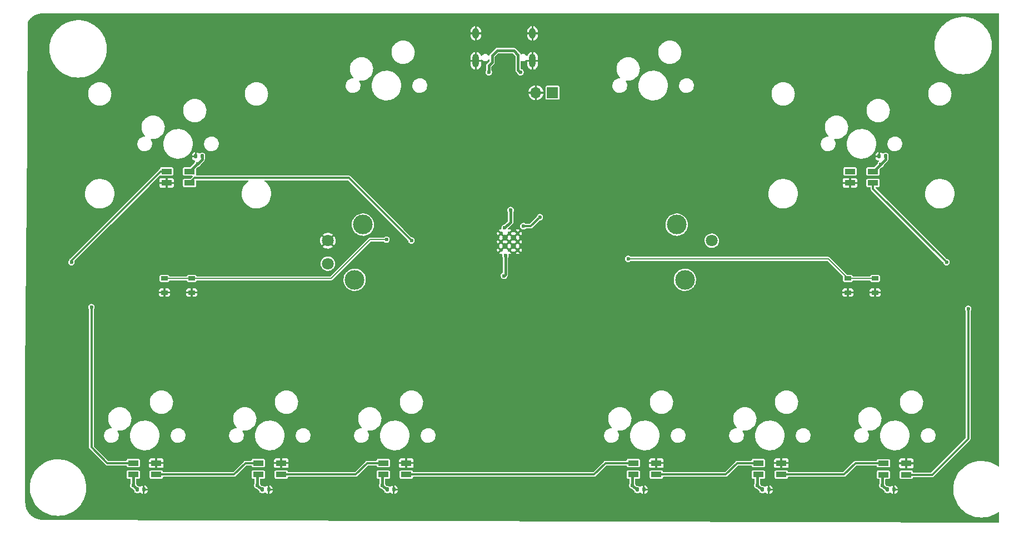
<source format=gbr>
G04 #@! TF.GenerationSoftware,KiCad,Pcbnew,(6.0.5)*
G04 #@! TF.CreationDate,2022-05-28T18:11:49+02:00*
G04 #@! TF.ProjectId,minigeki,6d696e69-6765-46b6-992e-6b696361645f,REV1*
G04 #@! TF.SameCoordinates,Original*
G04 #@! TF.FileFunction,Copper,L1,Top*
G04 #@! TF.FilePolarity,Positive*
%FSLAX46Y46*%
G04 Gerber Fmt 4.6, Leading zero omitted, Abs format (unit mm)*
G04 Created by KiCad (PCBNEW (6.0.5)) date 2022-05-28 18:11:49*
%MOMM*%
%LPD*%
G01*
G04 APERTURE LIST*
G04 Aperture macros list*
%AMRoundRect*
0 Rectangle with rounded corners*
0 $1 Rounding radius*
0 $2 $3 $4 $5 $6 $7 $8 $9 X,Y pos of 4 corners*
0 Add a 4 corners polygon primitive as box body*
4,1,4,$2,$3,$4,$5,$6,$7,$8,$9,$2,$3,0*
0 Add four circle primitives for the rounded corners*
1,1,$1+$1,$2,$3*
1,1,$1+$1,$4,$5*
1,1,$1+$1,$6,$7*
1,1,$1+$1,$8,$9*
0 Add four rect primitives between the rounded corners*
20,1,$1+$1,$2,$3,$4,$5,0*
20,1,$1+$1,$4,$5,$6,$7,0*
20,1,$1+$1,$6,$7,$8,$9,0*
20,1,$1+$1,$8,$9,$2,$3,0*%
G04 Aperture macros list end*
G04 #@! TA.AperFunction,SMDPad,CuDef*
%ADD10RoundRect,0.140000X0.140000X0.170000X-0.140000X0.170000X-0.140000X-0.170000X0.140000X-0.170000X0*%
G04 #@! TD*
G04 #@! TA.AperFunction,SMDPad,CuDef*
%ADD11R,1.600000X0.850000*%
G04 #@! TD*
G04 #@! TA.AperFunction,ComponentPad*
%ADD12C,1.800000*%
G04 #@! TD*
G04 #@! TA.AperFunction,ComponentPad*
%ADD13C,3.000000*%
G04 #@! TD*
G04 #@! TA.AperFunction,SMDPad,CuDef*
%ADD14R,1.050000X0.650000*%
G04 #@! TD*
G04 #@! TA.AperFunction,SMDPad,CuDef*
%ADD15RoundRect,0.140000X-0.140000X-0.170000X0.140000X-0.170000X0.140000X0.170000X-0.140000X0.170000X0*%
G04 #@! TD*
G04 #@! TA.AperFunction,ComponentPad*
%ADD16R,1.700000X1.700000*%
G04 #@! TD*
G04 #@! TA.AperFunction,ComponentPad*
%ADD17O,1.700000X1.700000*%
G04 #@! TD*
G04 #@! TA.AperFunction,ComponentPad*
%ADD18C,0.600000*%
G04 #@! TD*
G04 #@! TA.AperFunction,ComponentPad*
%ADD19O,1.000000X2.100000*%
G04 #@! TD*
G04 #@! TA.AperFunction,ComponentPad*
%ADD20O,1.000000X1.600000*%
G04 #@! TD*
G04 #@! TA.AperFunction,ViaPad*
%ADD21C,0.600000*%
G04 #@! TD*
G04 #@! TA.AperFunction,Conductor*
%ADD22C,0.200000*%
G04 #@! TD*
G04 #@! TA.AperFunction,Conductor*
%ADD23C,0.400000*%
G04 #@! TD*
G04 #@! TA.AperFunction,Conductor*
%ADD24C,0.300000*%
G04 #@! TD*
G04 APERTURE END LIST*
D10*
X63345000Y-137795000D03*
X62385000Y-137795000D03*
X120495000Y-137795000D03*
X119535000Y-137795000D03*
D11*
X84300000Y-135495000D03*
X84300000Y-133745000D03*
X80800000Y-133745000D03*
X80800000Y-135495000D03*
X122400000Y-135495000D03*
X122400000Y-133745000D03*
X118900000Y-133745000D03*
X118900000Y-135495000D03*
D10*
X82395000Y-137795000D03*
X81435000Y-137795000D03*
D12*
X72350000Y-99850000D03*
X72350000Y-103350000D03*
X130850000Y-99850000D03*
D13*
X125500000Y-97400000D03*
X77700000Y-97400000D03*
X76440000Y-105800000D03*
X126760000Y-105800000D03*
D14*
X151595000Y-105605000D03*
X155745000Y-105605000D03*
X151595000Y-107755000D03*
X155745000Y-107755000D03*
D11*
X151920000Y-89295000D03*
X151920000Y-91045000D03*
X155420000Y-91045000D03*
X155420000Y-89295000D03*
X46200000Y-135495000D03*
X46200000Y-133745000D03*
X42700000Y-133745000D03*
X42700000Y-135495000D03*
X65250000Y-135495000D03*
X65250000Y-133745000D03*
X61750000Y-133745000D03*
X61750000Y-135495000D03*
D15*
X52225000Y-86995000D03*
X53185000Y-86995000D03*
D11*
X160500000Y-135525000D03*
X160500000Y-133775000D03*
X157000000Y-133775000D03*
X157000000Y-135525000D03*
D10*
X158595000Y-137795000D03*
X157635000Y-137795000D03*
X44295000Y-137795000D03*
X43335000Y-137795000D03*
X139545000Y-137795000D03*
X138585000Y-137795000D03*
D11*
X141450000Y-135495000D03*
X141450000Y-133745000D03*
X137950000Y-133745000D03*
X137950000Y-135495000D03*
X47780000Y-89295000D03*
X47780000Y-91045000D03*
X51280000Y-91045000D03*
X51280000Y-89295000D03*
D14*
X51605000Y-105605000D03*
X47455000Y-105605000D03*
X47455000Y-107755000D03*
X51605000Y-107755000D03*
D15*
X156365000Y-86995000D03*
X157325000Y-86995000D03*
D16*
X106592984Y-77289125D03*
D17*
X104052984Y-77289125D03*
D18*
X98725000Y-100000000D03*
X100000000Y-101275000D03*
X100000000Y-100000000D03*
X98725000Y-98725000D03*
X101275000Y-101275000D03*
X100000000Y-98725000D03*
X101275000Y-98725000D03*
X101275000Y-100000000D03*
X98725000Y-101275000D03*
D19*
X103538000Y-72432000D03*
D20*
X103538000Y-68252000D03*
X94898000Y-68252000D03*
D19*
X94898000Y-72432000D03*
D21*
X100444500Y-106956500D03*
X102110000Y-112900000D03*
X101210000Y-111400000D03*
X109910000Y-114700000D03*
X109910000Y-111400000D03*
X94510000Y-111400000D03*
X103200000Y-111400000D03*
X126492000Y-126492000D03*
X69342000Y-122428000D03*
X50292000Y-126492000D03*
X145542000Y-126492000D03*
X34727500Y-107117500D03*
X126492000Y-122428000D03*
X159512000Y-77978000D03*
X127762000Y-69088000D03*
X71628000Y-124460000D03*
X164592000Y-126492000D03*
X108000000Y-101200000D03*
X100000000Y-91200000D03*
X145542000Y-122428000D03*
X55372000Y-82042000D03*
X94510000Y-115100000D03*
X92000000Y-94600000D03*
X97000000Y-92200000D03*
X161798000Y-80010000D03*
X147828000Y-124460000D03*
X166878000Y-124460000D03*
X88392000Y-126492000D03*
X99619006Y-107781990D03*
X55372000Y-77978000D03*
X101000000Y-91200008D03*
X88500000Y-89000000D03*
X50292000Y-122428000D03*
X104826000Y-109000000D03*
X108000000Y-97000000D03*
X92000000Y-95600000D03*
X102921000Y-106829500D03*
X96040000Y-68252000D03*
X69342000Y-126492000D03*
X52578000Y-124460000D03*
X168747500Y-106517500D03*
X127762000Y-73152000D03*
X92000000Y-101305000D03*
X88392000Y-122428000D03*
X102464000Y-68252000D03*
X130048000Y-71120000D03*
X128778000Y-124460000D03*
X87122000Y-69088000D03*
X98500000Y-107782004D03*
X89408000Y-71120000D03*
X57658000Y-80010000D03*
X87122000Y-73152000D03*
X90000000Y-78000000D03*
X109200000Y-89200000D03*
X105300000Y-82800000D03*
X99238000Y-108988500D03*
X164592000Y-122428000D03*
X159512000Y-82042000D03*
X90678000Y-124460000D03*
X96000000Y-92200000D03*
X42700000Y-137160000D03*
X118745000Y-137160000D03*
X156608699Y-88186017D03*
X101702000Y-74168000D03*
X80645000Y-137160000D03*
X52497582Y-88109375D03*
X61595000Y-137160000D03*
X156845000Y-137160000D03*
X137795000Y-137160000D03*
X96876000Y-74168000D03*
X104648000Y-96266000D03*
X102157620Y-97650161D03*
X100200000Y-95199994D03*
X99200000Y-105200000D03*
X99300000Y-97900000D03*
X99400030Y-102100000D03*
X33274000Y-103124000D03*
X85090000Y-99822000D03*
X36322000Y-109982000D03*
X169926000Y-110236000D03*
X166624000Y-103124000D03*
X81280000Y-99695000D03*
X118110000Y-102616000D03*
D22*
X96700001Y-92499999D02*
X97000000Y-92200000D01*
X96000000Y-93000000D02*
X96200000Y-93000000D01*
X96200000Y-93000000D02*
X96700001Y-92499999D01*
D23*
X156608699Y-88186017D02*
X157336125Y-87458591D01*
X61595000Y-137160000D02*
X62230000Y-137795000D01*
X101702000Y-74168000D02*
X101333479Y-73799479D01*
X51280000Y-89295000D02*
X52465625Y-88109375D01*
X137795000Y-137160000D02*
X138430000Y-137795000D01*
X101333479Y-71513479D02*
X100686000Y-70866000D01*
X52465625Y-88109375D02*
X52497582Y-88109375D01*
X42700000Y-137160000D02*
X43335000Y-137795000D01*
X97384000Y-71628000D02*
X97384000Y-72644000D01*
X156845000Y-135495000D02*
X156845000Y-137160000D01*
X118745000Y-135495000D02*
X118745000Y-137160000D01*
X80645000Y-137160000D02*
X81280000Y-137795000D01*
X156608699Y-88210219D02*
X156608699Y-88186017D01*
X52497582Y-88109375D02*
X53185000Y-87421957D01*
X97384000Y-72644000D02*
X96876000Y-73152000D01*
X61595000Y-135495000D02*
X61595000Y-137160000D01*
X118745000Y-137160000D02*
X119380000Y-137795000D01*
X80645000Y-135495000D02*
X80645000Y-137160000D01*
X137795000Y-135495000D02*
X137795000Y-137160000D01*
X156845000Y-137160000D02*
X157480000Y-137795000D01*
X53185000Y-87421957D02*
X53185000Y-86995000D01*
X100686000Y-70866000D02*
X98146000Y-70866000D01*
X157336125Y-87458591D02*
X157336125Y-87087793D01*
X155431125Y-89387793D02*
X156608699Y-88210219D01*
X98146000Y-70866000D02*
X97384000Y-71628000D01*
X101333479Y-73799479D02*
X101333479Y-71513479D01*
X96876000Y-73152000D02*
X96876000Y-74168000D01*
X42700000Y-135495000D02*
X42700000Y-137160000D01*
D24*
X102157620Y-97650161D02*
X103263839Y-97650161D01*
X103263839Y-97650161D02*
X104648000Y-96266000D01*
D23*
X99410000Y-104990000D02*
X99410000Y-102109970D01*
X99310000Y-97900000D02*
X99300000Y-97900000D01*
X99200000Y-105200000D02*
X99410000Y-104990000D01*
X100200000Y-97010000D02*
X99310000Y-97900000D01*
X99410000Y-102109970D02*
X99400030Y-102100000D01*
X100200000Y-95199994D02*
X100200000Y-97010000D01*
D24*
X33274000Y-102870000D02*
X33274000Y-103124000D01*
X46849000Y-89295000D02*
X33274000Y-102870000D01*
X47780000Y-89295000D02*
X46849000Y-89295000D01*
X75554579Y-90286579D02*
X85090000Y-99822000D01*
X51280000Y-91045000D02*
X52038421Y-90286579D01*
X52038421Y-90286579D02*
X75554579Y-90286579D01*
X38724690Y-133745000D02*
X42700000Y-133745000D01*
X36322000Y-109982000D02*
X36322000Y-131342310D01*
X36322000Y-131342310D02*
X38724690Y-133745000D01*
X58053000Y-135495000D02*
X59803000Y-133745000D01*
X46200000Y-135495000D02*
X58053000Y-135495000D01*
X59803000Y-133745000D02*
X61750000Y-133745000D01*
X76595000Y-135495000D02*
X78345000Y-133745000D01*
X65250000Y-135495000D02*
X76595000Y-135495000D01*
X78345000Y-133745000D02*
X80800000Y-133745000D01*
X114667000Y-133745000D02*
X118900000Y-133745000D01*
X84300000Y-135495000D02*
X112917000Y-135495000D01*
X112917000Y-135495000D02*
X114667000Y-133745000D01*
X122400000Y-135495000D02*
X132983000Y-135495000D01*
X134733000Y-133745000D02*
X137950000Y-133745000D01*
X132983000Y-135495000D02*
X134733000Y-133745000D01*
X141450000Y-135495000D02*
X151017000Y-135495000D01*
X152737000Y-133775000D02*
X157000000Y-133775000D01*
X151017000Y-135495000D02*
X152737000Y-133775000D01*
X169418000Y-130556000D02*
X169926000Y-130048000D01*
X160500000Y-135525000D02*
X164449000Y-135525000D01*
X164449000Y-135525000D02*
X169418000Y-130556000D01*
X169926000Y-130048000D02*
X169926000Y-110236000D01*
X166624000Y-103124000D02*
X155420000Y-91920000D01*
X155420000Y-91920000D02*
X155420000Y-91045000D01*
D22*
X78740000Y-99695000D02*
X72830000Y-105605000D01*
X51605000Y-105605000D02*
X47455000Y-105605000D01*
X72830000Y-105605000D02*
X51605000Y-105605000D01*
X81280000Y-99695000D02*
X78740000Y-99695000D01*
X148606000Y-102616000D02*
X151595000Y-105605000D01*
X151595000Y-105605000D02*
X155745000Y-105605000D01*
X118110000Y-102616000D02*
X148606000Y-102616000D01*
G04 #@! TA.AperFunction,Conductor*
G36*
X174584165Y-65179518D02*
G01*
X174620145Y-65229007D01*
X174625000Y-65259630D01*
X174625000Y-134154972D01*
X174606093Y-134213163D01*
X174556593Y-134249127D01*
X174495407Y-134249127D01*
X174471649Y-134237718D01*
X174149615Y-134026181D01*
X173791140Y-133836378D01*
X173416394Y-133681154D01*
X173297424Y-133644554D01*
X173030951Y-133562575D01*
X173030946Y-133562574D01*
X173028704Y-133561884D01*
X173026413Y-133561410D01*
X173026407Y-133561408D01*
X172741698Y-133502448D01*
X172631509Y-133479629D01*
X172629196Y-133479374D01*
X172629192Y-133479373D01*
X172230648Y-133435374D01*
X172230645Y-133435374D01*
X172228337Y-133435119D01*
X171822765Y-133428747D01*
X171820457Y-133428929D01*
X171820446Y-133428929D01*
X171560469Y-133449390D01*
X171418393Y-133460572D01*
X171018811Y-133530310D01*
X171016556Y-133530927D01*
X171016551Y-133530928D01*
X170687751Y-133620878D01*
X170627565Y-133637343D01*
X170309469Y-133757541D01*
X170267345Y-133773459D01*
X170248129Y-133780720D01*
X170246035Y-133781746D01*
X169885975Y-133958137D01*
X169885970Y-133958140D01*
X169883869Y-133959169D01*
X169881867Y-133960396D01*
X169881863Y-133960398D01*
X169716658Y-134061636D01*
X169538019Y-134171106D01*
X169536175Y-134172491D01*
X169536164Y-134172498D01*
X169215509Y-134413253D01*
X169215503Y-134413258D01*
X169213649Y-134414650D01*
X169211925Y-134416218D01*
X169211921Y-134416222D01*
X169084083Y-134532546D01*
X168913639Y-134687639D01*
X168912053Y-134689382D01*
X168644280Y-134983660D01*
X168640650Y-134987649D01*
X168639258Y-134989503D01*
X168639253Y-134989509D01*
X168398498Y-135310164D01*
X168398491Y-135310175D01*
X168397106Y-135312019D01*
X168395889Y-135314005D01*
X168203320Y-135628250D01*
X168185169Y-135657869D01*
X168184140Y-135659970D01*
X168184137Y-135659975D01*
X168076372Y-135879951D01*
X168006720Y-136022129D01*
X167863343Y-136401565D01*
X167862725Y-136403824D01*
X167789565Y-136671253D01*
X167756310Y-136792811D01*
X167686572Y-137192393D01*
X167681605Y-137255504D01*
X167654929Y-137594446D01*
X167654929Y-137594457D01*
X167654747Y-137596765D01*
X167656872Y-137732000D01*
X167661119Y-138002337D01*
X167661374Y-138004645D01*
X167661374Y-138004648D01*
X167705031Y-138400088D01*
X167705629Y-138405509D01*
X167787884Y-138802704D01*
X167788574Y-138804946D01*
X167788575Y-138804951D01*
X167829013Y-138936394D01*
X167907154Y-139190394D01*
X168062378Y-139565140D01*
X168252181Y-139923615D01*
X168474877Y-140262637D01*
X168524997Y-140325197D01*
X168727028Y-140577374D01*
X168727033Y-140577380D01*
X168728489Y-140579197D01*
X169010767Y-140870485D01*
X169012539Y-140871998D01*
X169012546Y-140872005D01*
X169274009Y-141095315D01*
X169319204Y-141133915D01*
X169651064Y-141367150D01*
X169653088Y-141368305D01*
X169653092Y-141368307D01*
X170001380Y-141566967D01*
X170003400Y-141568119D01*
X170373085Y-141735038D01*
X170756838Y-141866426D01*
X170759093Y-141866967D01*
X170759102Y-141866970D01*
X171148986Y-141960573D01*
X171148991Y-141960574D01*
X171151253Y-141961117D01*
X171153561Y-141961445D01*
X171153569Y-141961447D01*
X171550521Y-142017942D01*
X171550528Y-142017943D01*
X171552828Y-142018270D01*
X171555147Y-142018379D01*
X171555154Y-142018380D01*
X171955667Y-142037267D01*
X171958000Y-142037377D01*
X171960333Y-142037267D01*
X172360846Y-142018380D01*
X172360853Y-142018379D01*
X172363172Y-142018270D01*
X172365472Y-142017943D01*
X172365479Y-142017942D01*
X172762431Y-141961447D01*
X172762439Y-141961445D01*
X172764747Y-141961117D01*
X172767009Y-141960574D01*
X172767014Y-141960573D01*
X173156898Y-141866970D01*
X173156907Y-141866967D01*
X173159162Y-141866426D01*
X173542915Y-141735038D01*
X173912600Y-141568119D01*
X173914620Y-141566967D01*
X174262908Y-141368307D01*
X174262912Y-141368305D01*
X174264936Y-141367150D01*
X174469075Y-141223679D01*
X174527555Y-141205688D01*
X174585441Y-141225507D01*
X174620623Y-141275566D01*
X174625000Y-141304676D01*
X174625000Y-142709458D01*
X174606093Y-142767649D01*
X174556593Y-142803613D01*
X174531556Y-142808301D01*
X174398193Y-142815792D01*
X174386419Y-142816453D01*
X174363679Y-142815105D01*
X174363356Y-142815048D01*
X174354825Y-142813544D01*
X174337632Y-142816576D01*
X174320165Y-142818079D01*
X28966558Y-142399600D01*
X28949666Y-142398098D01*
X28931325Y-142394864D01*
X28922795Y-142396368D01*
X28922792Y-142396368D01*
X28922673Y-142396389D01*
X28899934Y-142397737D01*
X28840882Y-142394421D01*
X28634618Y-142382840D01*
X28623600Y-142381599D01*
X28336109Y-142332755D01*
X28325287Y-142330285D01*
X28045070Y-142249558D01*
X28034591Y-142245891D01*
X27765188Y-142134302D01*
X27755186Y-142129486D01*
X27499959Y-141988430D01*
X27490558Y-141982523D01*
X27252735Y-141813780D01*
X27244055Y-141806858D01*
X27026615Y-141612544D01*
X27018765Y-141604694D01*
X26986935Y-141569076D01*
X26824455Y-141387262D01*
X26817539Y-141378589D01*
X26648790Y-141140762D01*
X26642888Y-141131370D01*
X26501821Y-140876131D01*
X26497011Y-140866142D01*
X26492524Y-140855308D01*
X26385416Y-140596727D01*
X26381750Y-140586252D01*
X26379718Y-140579197D01*
X26301021Y-140306037D01*
X26298551Y-140295213D01*
X26256118Y-140045472D01*
X26249704Y-140007726D01*
X26248462Y-139996699D01*
X26245807Y-139949411D01*
X26233570Y-139731510D01*
X26234918Y-139708770D01*
X26234960Y-139708532D01*
X26234960Y-139708530D01*
X26236464Y-139700000D01*
X26218062Y-139595637D01*
X26214280Y-139589086D01*
X26208500Y-139556306D01*
X26208500Y-137342765D01*
X26938747Y-137342765D01*
X26940872Y-137478000D01*
X26945119Y-137748337D01*
X26945374Y-137750645D01*
X26945374Y-137750648D01*
X26973799Y-138008117D01*
X26989629Y-138151509D01*
X26993342Y-138169439D01*
X27042703Y-138407792D01*
X27071884Y-138548704D01*
X27191154Y-138936394D01*
X27346378Y-139311140D01*
X27536181Y-139669615D01*
X27633770Y-139818180D01*
X27754682Y-140002250D01*
X27758877Y-140008637D01*
X27847036Y-140118678D01*
X28011028Y-140323374D01*
X28011033Y-140323380D01*
X28012489Y-140325197D01*
X28294767Y-140616485D01*
X28296539Y-140617998D01*
X28296546Y-140618005D01*
X28598790Y-140876145D01*
X28603204Y-140879915D01*
X28935064Y-141113150D01*
X28937088Y-141114305D01*
X28937092Y-141114307D01*
X29285380Y-141312967D01*
X29287400Y-141314119D01*
X29657085Y-141481038D01*
X30040838Y-141612426D01*
X30043093Y-141612967D01*
X30043102Y-141612970D01*
X30432986Y-141706573D01*
X30432991Y-141706574D01*
X30435253Y-141707117D01*
X30437561Y-141707445D01*
X30437569Y-141707447D01*
X30834521Y-141763942D01*
X30834528Y-141763943D01*
X30836828Y-141764270D01*
X30839147Y-141764379D01*
X30839154Y-141764380D01*
X31239667Y-141783267D01*
X31242000Y-141783377D01*
X31244333Y-141783267D01*
X31644846Y-141764380D01*
X31644853Y-141764379D01*
X31647172Y-141764270D01*
X31649472Y-141763943D01*
X31649479Y-141763942D01*
X32046431Y-141707447D01*
X32046439Y-141707445D01*
X32048747Y-141707117D01*
X32051009Y-141706574D01*
X32051014Y-141706573D01*
X32440898Y-141612970D01*
X32440907Y-141612967D01*
X32443162Y-141612426D01*
X32826915Y-141481038D01*
X33196600Y-141314119D01*
X33198620Y-141312967D01*
X33546908Y-141114307D01*
X33546912Y-141114305D01*
X33548936Y-141113150D01*
X33880796Y-140879915D01*
X33885210Y-140876145D01*
X34187454Y-140618005D01*
X34187461Y-140617998D01*
X34189233Y-140616485D01*
X34471511Y-140325197D01*
X34472967Y-140323380D01*
X34472972Y-140323374D01*
X34636964Y-140118678D01*
X34725123Y-140008637D01*
X34729319Y-140002250D01*
X34850230Y-139818180D01*
X34947819Y-139669615D01*
X35137622Y-139311140D01*
X35292846Y-138936394D01*
X35412116Y-138548704D01*
X35441298Y-138407792D01*
X35490658Y-138169439D01*
X35494371Y-138151509D01*
X35509414Y-138015250D01*
X35538667Y-137750278D01*
X35538668Y-137750271D01*
X35538881Y-137748337D01*
X35545402Y-137540857D01*
X35547316Y-137479948D01*
X35547316Y-137479942D01*
X35547377Y-137478000D01*
X35533949Y-137193243D01*
X35528380Y-137075154D01*
X35528379Y-137075147D01*
X35528270Y-137072828D01*
X35527942Y-137070521D01*
X35471447Y-136673569D01*
X35471445Y-136673561D01*
X35471117Y-136671253D01*
X35450156Y-136583943D01*
X35376970Y-136279102D01*
X35376967Y-136279093D01*
X35376426Y-136276838D01*
X35261014Y-135939748D01*
X41699500Y-135939748D01*
X41700448Y-135944512D01*
X41706170Y-135973278D01*
X41711133Y-135998231D01*
X41755448Y-136064552D01*
X41821769Y-136108867D01*
X41831332Y-136110769D01*
X41831334Y-136110770D01*
X41854005Y-136115279D01*
X41880252Y-136120500D01*
X42200500Y-136120500D01*
X42258691Y-136139407D01*
X42294655Y-136188907D01*
X42299500Y-136219500D01*
X42299500Y-136820923D01*
X42283246Y-136875275D01*
X42282048Y-136877099D01*
X42277377Y-136882388D01*
X42216447Y-137012163D01*
X42215362Y-137019132D01*
X42215361Y-137019135D01*
X42204924Y-137086174D01*
X42194391Y-137153823D01*
X42212980Y-137295979D01*
X42215821Y-137302435D01*
X42215821Y-137302436D01*
X42244486Y-137367581D01*
X42270720Y-137427203D01*
X42313419Y-137478000D01*
X42358431Y-137531549D01*
X42358434Y-137531551D01*
X42362970Y-137536948D01*
X42482313Y-137616390D01*
X42615670Y-137658053D01*
X42656151Y-137682544D01*
X42825505Y-137851898D01*
X42853282Y-137906415D01*
X42854501Y-137921902D01*
X42854501Y-138004900D01*
X42854924Y-138008110D01*
X42854924Y-138008117D01*
X42856648Y-138021211D01*
X42861028Y-138054487D01*
X42864231Y-138061355D01*
X42907335Y-138153792D01*
X42911776Y-138163316D01*
X42996684Y-138248224D01*
X43004532Y-138251884D01*
X43004534Y-138251885D01*
X43051287Y-138273686D01*
X43105513Y-138298972D01*
X43155099Y-138305500D01*
X43334972Y-138305500D01*
X43514900Y-138305499D01*
X43518110Y-138305076D01*
X43518117Y-138305076D01*
X43556975Y-138299961D01*
X43556976Y-138299961D01*
X43564487Y-138298972D01*
X43618717Y-138273684D01*
X43665466Y-138251885D01*
X43665468Y-138251884D01*
X43673316Y-138248224D01*
X43679439Y-138242101D01*
X43686539Y-138237130D01*
X43688429Y-138239829D01*
X43729250Y-138219030D01*
X43789682Y-138228601D01*
X43824371Y-138257994D01*
X43835961Y-138273686D01*
X43846316Y-138284041D01*
X43940833Y-138353853D01*
X43953766Y-138360700D01*
X44065927Y-138400088D01*
X44077629Y-138402656D01*
X44100114Y-138404782D01*
X44104750Y-138405000D01*
X44129320Y-138405000D01*
X44142005Y-138400878D01*
X44145000Y-138396757D01*
X44145000Y-138389319D01*
X44445000Y-138389319D01*
X44449122Y-138402004D01*
X44453243Y-138404999D01*
X44485247Y-138404999D01*
X44489890Y-138404780D01*
X44512374Y-138402655D01*
X44524070Y-138400090D01*
X44636234Y-138360700D01*
X44649167Y-138353853D01*
X44743684Y-138284041D01*
X44754041Y-138273684D01*
X44823853Y-138179167D01*
X44830700Y-138166234D01*
X44870088Y-138054073D01*
X44872656Y-138042371D01*
X44874782Y-138019886D01*
X44875000Y-138015250D01*
X44875000Y-137960680D01*
X44870878Y-137947995D01*
X44866757Y-137945000D01*
X44460680Y-137945000D01*
X44447995Y-137949122D01*
X44445000Y-137953243D01*
X44445000Y-138389319D01*
X44145000Y-138389319D01*
X44145000Y-137629320D01*
X44445000Y-137629320D01*
X44449122Y-137642005D01*
X44453243Y-137645000D01*
X44859319Y-137645000D01*
X44872004Y-137640878D01*
X44874999Y-137636757D01*
X44874999Y-137574753D01*
X44874780Y-137570110D01*
X44872655Y-137547626D01*
X44870090Y-137535930D01*
X44830700Y-137423766D01*
X44823853Y-137410833D01*
X44754041Y-137316316D01*
X44743684Y-137305959D01*
X44649167Y-137236147D01*
X44636234Y-137229300D01*
X44524073Y-137189912D01*
X44512371Y-137187344D01*
X44489886Y-137185218D01*
X44485250Y-137185000D01*
X44460680Y-137185000D01*
X44447995Y-137189122D01*
X44445000Y-137193243D01*
X44445000Y-137629320D01*
X44145000Y-137629320D01*
X44145000Y-137200681D01*
X44140878Y-137187996D01*
X44136757Y-137185001D01*
X44104753Y-137185001D01*
X44100110Y-137185220D01*
X44077626Y-137187345D01*
X44065930Y-137189910D01*
X43953766Y-137229300D01*
X43940833Y-137236147D01*
X43846316Y-137305959D01*
X43835961Y-137316314D01*
X43824371Y-137332006D01*
X43774591Y-137367581D01*
X43713407Y-137367101D01*
X43687701Y-137351210D01*
X43686539Y-137352870D01*
X43679438Y-137347898D01*
X43673316Y-137341776D01*
X43665468Y-137338116D01*
X43665466Y-137338115D01*
X43571356Y-137294231D01*
X43564487Y-137291028D01*
X43514901Y-137284500D01*
X43431901Y-137284500D01*
X43373710Y-137265593D01*
X43361897Y-137255504D01*
X43218814Y-137112421D01*
X43190818Y-137056452D01*
X43186323Y-137025066D01*
X43185323Y-137018082D01*
X43160202Y-136962831D01*
X43128903Y-136893991D01*
X43128901Y-136893988D01*
X43125984Y-136887572D01*
X43121381Y-136882230D01*
X43117580Y-136876287D01*
X43119875Y-136874819D01*
X43100840Y-136829424D01*
X43100500Y-136821228D01*
X43100500Y-136219500D01*
X43119407Y-136161309D01*
X43168907Y-136125345D01*
X43199500Y-136120500D01*
X43519748Y-136120500D01*
X43545995Y-136115279D01*
X43568666Y-136110770D01*
X43568668Y-136110769D01*
X43578231Y-136108867D01*
X43644552Y-136064552D01*
X43688867Y-135998231D01*
X43693831Y-135973278D01*
X43699552Y-135944512D01*
X43700500Y-135939748D01*
X45199500Y-135939748D01*
X45200448Y-135944512D01*
X45206170Y-135973278D01*
X45211133Y-135998231D01*
X45255448Y-136064552D01*
X45321769Y-136108867D01*
X45331332Y-136110769D01*
X45331334Y-136110770D01*
X45354005Y-136115279D01*
X45380252Y-136120500D01*
X47019748Y-136120500D01*
X47045995Y-136115279D01*
X47068666Y-136110770D01*
X47068668Y-136110769D01*
X47078231Y-136108867D01*
X47144552Y-136064552D01*
X47188867Y-135998231D01*
X47193831Y-135973278D01*
X47199552Y-135944512D01*
X47200500Y-135939748D01*
X60749500Y-135939748D01*
X60750448Y-135944512D01*
X60756170Y-135973278D01*
X60761133Y-135998231D01*
X60805448Y-136064552D01*
X60871769Y-136108867D01*
X60881332Y-136110769D01*
X60881334Y-136110770D01*
X60904005Y-136115279D01*
X60930252Y-136120500D01*
X61095500Y-136120500D01*
X61153691Y-136139407D01*
X61189655Y-136188907D01*
X61194500Y-136219500D01*
X61194500Y-136820923D01*
X61178246Y-136875275D01*
X61177048Y-136877099D01*
X61172377Y-136882388D01*
X61111447Y-137012163D01*
X61110362Y-137019132D01*
X61110361Y-137019135D01*
X61099924Y-137086174D01*
X61089391Y-137153823D01*
X61107980Y-137295979D01*
X61110821Y-137302435D01*
X61110821Y-137302436D01*
X61139486Y-137367581D01*
X61165720Y-137427203D01*
X61208419Y-137478000D01*
X61253431Y-137531549D01*
X61253434Y-137531551D01*
X61257970Y-137536948D01*
X61377313Y-137616390D01*
X61510670Y-137658053D01*
X61551151Y-137682544D01*
X61889818Y-138021211D01*
X61909845Y-138055039D01*
X61911028Y-138054487D01*
X61957335Y-138153792D01*
X61961776Y-138163316D01*
X62046684Y-138248224D01*
X62054532Y-138251884D01*
X62054534Y-138251885D01*
X62101287Y-138273686D01*
X62155513Y-138298972D01*
X62205099Y-138305500D01*
X62384972Y-138305500D01*
X62564900Y-138305499D01*
X62568110Y-138305076D01*
X62568117Y-138305076D01*
X62606975Y-138299961D01*
X62606976Y-138299961D01*
X62614487Y-138298972D01*
X62668717Y-138273684D01*
X62715466Y-138251885D01*
X62715468Y-138251884D01*
X62723316Y-138248224D01*
X62729439Y-138242101D01*
X62736539Y-138237130D01*
X62738429Y-138239829D01*
X62779250Y-138219030D01*
X62839682Y-138228601D01*
X62874371Y-138257994D01*
X62885961Y-138273686D01*
X62896316Y-138284041D01*
X62990833Y-138353853D01*
X63003766Y-138360700D01*
X63115927Y-138400088D01*
X63127629Y-138402656D01*
X63150114Y-138404782D01*
X63154750Y-138405000D01*
X63179320Y-138405000D01*
X63192005Y-138400878D01*
X63195000Y-138396757D01*
X63195000Y-138389319D01*
X63495000Y-138389319D01*
X63499122Y-138402004D01*
X63503243Y-138404999D01*
X63535247Y-138404999D01*
X63539890Y-138404780D01*
X63562374Y-138402655D01*
X63574070Y-138400090D01*
X63686234Y-138360700D01*
X63699167Y-138353853D01*
X63793684Y-138284041D01*
X63804041Y-138273684D01*
X63873853Y-138179167D01*
X63880700Y-138166234D01*
X63920088Y-138054073D01*
X63922656Y-138042371D01*
X63924782Y-138019886D01*
X63925000Y-138015250D01*
X63925000Y-137960680D01*
X63920878Y-137947995D01*
X63916757Y-137945000D01*
X63510680Y-137945000D01*
X63497995Y-137949122D01*
X63495000Y-137953243D01*
X63495000Y-138389319D01*
X63195000Y-138389319D01*
X63195000Y-137629320D01*
X63495000Y-137629320D01*
X63499122Y-137642005D01*
X63503243Y-137645000D01*
X63909319Y-137645000D01*
X63922004Y-137640878D01*
X63924999Y-137636757D01*
X63924999Y-137574753D01*
X63924780Y-137570110D01*
X63922655Y-137547626D01*
X63920090Y-137535930D01*
X63880700Y-137423766D01*
X63873853Y-137410833D01*
X63804041Y-137316316D01*
X63793684Y-137305959D01*
X63699167Y-137236147D01*
X63686234Y-137229300D01*
X63574073Y-137189912D01*
X63562371Y-137187344D01*
X63539886Y-137185218D01*
X63535250Y-137185000D01*
X63510680Y-137185000D01*
X63497995Y-137189122D01*
X63495000Y-137193243D01*
X63495000Y-137629320D01*
X63195000Y-137629320D01*
X63195000Y-137200681D01*
X63190878Y-137187996D01*
X63186757Y-137185001D01*
X63154753Y-137185001D01*
X63150110Y-137185220D01*
X63127626Y-137187345D01*
X63115930Y-137189910D01*
X63003766Y-137229300D01*
X62990833Y-137236147D01*
X62896316Y-137305959D01*
X62885961Y-137316314D01*
X62874371Y-137332006D01*
X62824591Y-137367581D01*
X62763407Y-137367101D01*
X62737701Y-137351210D01*
X62736539Y-137352870D01*
X62729438Y-137347898D01*
X62723316Y-137341776D01*
X62715468Y-137338116D01*
X62715466Y-137338115D01*
X62621356Y-137294231D01*
X62614487Y-137291028D01*
X62564901Y-137284500D01*
X62544471Y-137284500D01*
X62326902Y-137284501D01*
X62268712Y-137265594D01*
X62256898Y-137255505D01*
X62113814Y-137112421D01*
X62085818Y-137056452D01*
X62081323Y-137025066D01*
X62080323Y-137018082D01*
X62055202Y-136962831D01*
X62023903Y-136893991D01*
X62023901Y-136893988D01*
X62020984Y-136887572D01*
X62016381Y-136882230D01*
X62012580Y-136876287D01*
X62014875Y-136874819D01*
X61995840Y-136829424D01*
X61995500Y-136821228D01*
X61995500Y-136219500D01*
X62014407Y-136161309D01*
X62063907Y-136125345D01*
X62094500Y-136120500D01*
X62569748Y-136120500D01*
X62595995Y-136115279D01*
X62618666Y-136110770D01*
X62618668Y-136110769D01*
X62628231Y-136108867D01*
X62694552Y-136064552D01*
X62738867Y-135998231D01*
X62743831Y-135973278D01*
X62749552Y-135944512D01*
X62750500Y-135939748D01*
X64249500Y-135939748D01*
X64250448Y-135944512D01*
X64256170Y-135973278D01*
X64261133Y-135998231D01*
X64305448Y-136064552D01*
X64371769Y-136108867D01*
X64381332Y-136110769D01*
X64381334Y-136110770D01*
X64404005Y-136115279D01*
X64430252Y-136120500D01*
X66069748Y-136120500D01*
X66095995Y-136115279D01*
X66118666Y-136110770D01*
X66118668Y-136110769D01*
X66128231Y-136108867D01*
X66194552Y-136064552D01*
X66238867Y-135998231D01*
X66243831Y-135973278D01*
X66249552Y-135944512D01*
X66250500Y-135939748D01*
X79799500Y-135939748D01*
X79800448Y-135944512D01*
X79806170Y-135973278D01*
X79811133Y-135998231D01*
X79855448Y-136064552D01*
X79921769Y-136108867D01*
X79931332Y-136110769D01*
X79931334Y-136110770D01*
X79954005Y-136115279D01*
X79980252Y-136120500D01*
X80145500Y-136120500D01*
X80203691Y-136139407D01*
X80239655Y-136188907D01*
X80244500Y-136219500D01*
X80244500Y-136820923D01*
X80228246Y-136875275D01*
X80227048Y-136877099D01*
X80222377Y-136882388D01*
X80161447Y-137012163D01*
X80160362Y-137019132D01*
X80160361Y-137019135D01*
X80149924Y-137086174D01*
X80139391Y-137153823D01*
X80157980Y-137295979D01*
X80160821Y-137302435D01*
X80160821Y-137302436D01*
X80189486Y-137367581D01*
X80215720Y-137427203D01*
X80258419Y-137478000D01*
X80303431Y-137531549D01*
X80303434Y-137531551D01*
X80307970Y-137536948D01*
X80427313Y-137616390D01*
X80560670Y-137658053D01*
X80601151Y-137682544D01*
X80939818Y-138021211D01*
X80959845Y-138055039D01*
X80961028Y-138054487D01*
X81007335Y-138153792D01*
X81011776Y-138163316D01*
X81096684Y-138248224D01*
X81104532Y-138251884D01*
X81104534Y-138251885D01*
X81151287Y-138273686D01*
X81205513Y-138298972D01*
X81255099Y-138305500D01*
X81434972Y-138305500D01*
X81614900Y-138305499D01*
X81618110Y-138305076D01*
X81618117Y-138305076D01*
X81656975Y-138299961D01*
X81656976Y-138299961D01*
X81664487Y-138298972D01*
X81718717Y-138273684D01*
X81765466Y-138251885D01*
X81765468Y-138251884D01*
X81773316Y-138248224D01*
X81779439Y-138242101D01*
X81786539Y-138237130D01*
X81788429Y-138239829D01*
X81829250Y-138219030D01*
X81889682Y-138228601D01*
X81924371Y-138257994D01*
X81935961Y-138273686D01*
X81946316Y-138284041D01*
X82040833Y-138353853D01*
X82053766Y-138360700D01*
X82165927Y-138400088D01*
X82177629Y-138402656D01*
X82200114Y-138404782D01*
X82204750Y-138405000D01*
X82229320Y-138405000D01*
X82242005Y-138400878D01*
X82245000Y-138396757D01*
X82245000Y-138389319D01*
X82545000Y-138389319D01*
X82549122Y-138402004D01*
X82553243Y-138404999D01*
X82585247Y-138404999D01*
X82589890Y-138404780D01*
X82612374Y-138402655D01*
X82624070Y-138400090D01*
X82736234Y-138360700D01*
X82749167Y-138353853D01*
X82843684Y-138284041D01*
X82854041Y-138273684D01*
X82923853Y-138179167D01*
X82930700Y-138166234D01*
X82970088Y-138054073D01*
X82972656Y-138042371D01*
X82974782Y-138019886D01*
X82975000Y-138015250D01*
X82975000Y-137960680D01*
X82970878Y-137947995D01*
X82966757Y-137945000D01*
X82560680Y-137945000D01*
X82547995Y-137949122D01*
X82545000Y-137953243D01*
X82545000Y-138389319D01*
X82245000Y-138389319D01*
X82245000Y-137629320D01*
X82545000Y-137629320D01*
X82549122Y-137642005D01*
X82553243Y-137645000D01*
X82959319Y-137645000D01*
X82972004Y-137640878D01*
X82974999Y-137636757D01*
X82974999Y-137574753D01*
X82974780Y-137570110D01*
X82972655Y-137547626D01*
X82970090Y-137535930D01*
X82930700Y-137423766D01*
X82923853Y-137410833D01*
X82854041Y-137316316D01*
X82843684Y-137305959D01*
X82749167Y-137236147D01*
X82736234Y-137229300D01*
X82624073Y-137189912D01*
X82612371Y-137187344D01*
X82589886Y-137185218D01*
X82585250Y-137185000D01*
X82560680Y-137185000D01*
X82547995Y-137189122D01*
X82545000Y-137193243D01*
X82545000Y-137629320D01*
X82245000Y-137629320D01*
X82245000Y-137200681D01*
X82240878Y-137187996D01*
X82236757Y-137185001D01*
X82204753Y-137185001D01*
X82200110Y-137185220D01*
X82177626Y-137187345D01*
X82165930Y-137189910D01*
X82053766Y-137229300D01*
X82040833Y-137236147D01*
X81946316Y-137305959D01*
X81935961Y-137316314D01*
X81924371Y-137332006D01*
X81874591Y-137367581D01*
X81813407Y-137367101D01*
X81787701Y-137351210D01*
X81786539Y-137352870D01*
X81779438Y-137347898D01*
X81773316Y-137341776D01*
X81765468Y-137338116D01*
X81765466Y-137338115D01*
X81671356Y-137294231D01*
X81664487Y-137291028D01*
X81614901Y-137284500D01*
X81594471Y-137284500D01*
X81376902Y-137284501D01*
X81318712Y-137265594D01*
X81306898Y-137255505D01*
X81163814Y-137112421D01*
X81135818Y-137056452D01*
X81131323Y-137025066D01*
X81130323Y-137018082D01*
X81105202Y-136962831D01*
X81073903Y-136893991D01*
X81073901Y-136893988D01*
X81070984Y-136887572D01*
X81066381Y-136882230D01*
X81062580Y-136876287D01*
X81064875Y-136874819D01*
X81045840Y-136829424D01*
X81045500Y-136821228D01*
X81045500Y-136219500D01*
X81064407Y-136161309D01*
X81113907Y-136125345D01*
X81144500Y-136120500D01*
X81619748Y-136120500D01*
X81645995Y-136115279D01*
X81668666Y-136110770D01*
X81668668Y-136110769D01*
X81678231Y-136108867D01*
X81744552Y-136064552D01*
X81788867Y-135998231D01*
X81793831Y-135973278D01*
X81799552Y-135944512D01*
X81800500Y-135939748D01*
X83299500Y-135939748D01*
X83300448Y-135944512D01*
X83306170Y-135973278D01*
X83311133Y-135998231D01*
X83355448Y-136064552D01*
X83421769Y-136108867D01*
X83431332Y-136110769D01*
X83431334Y-136110770D01*
X83454005Y-136115279D01*
X83480252Y-136120500D01*
X85119748Y-136120500D01*
X85145995Y-136115279D01*
X85168666Y-136110770D01*
X85168668Y-136110769D01*
X85178231Y-136108867D01*
X85244552Y-136064552D01*
X85288867Y-135998231D01*
X85293831Y-135973278D01*
X85299552Y-135944512D01*
X85300500Y-135939748D01*
X117899500Y-135939748D01*
X117900448Y-135944512D01*
X117906170Y-135973278D01*
X117911133Y-135998231D01*
X117955448Y-136064552D01*
X118021769Y-136108867D01*
X118031332Y-136110769D01*
X118031334Y-136110770D01*
X118054005Y-136115279D01*
X118080252Y-136120500D01*
X118245500Y-136120500D01*
X118303691Y-136139407D01*
X118339655Y-136188907D01*
X118344500Y-136219500D01*
X118344500Y-136820923D01*
X118328246Y-136875275D01*
X118327048Y-136877099D01*
X118322377Y-136882388D01*
X118261447Y-137012163D01*
X118260362Y-137019132D01*
X118260361Y-137019135D01*
X118249924Y-137086174D01*
X118239391Y-137153823D01*
X118257980Y-137295979D01*
X118260821Y-137302435D01*
X118260821Y-137302436D01*
X118289486Y-137367581D01*
X118315720Y-137427203D01*
X118358419Y-137478000D01*
X118403431Y-137531549D01*
X118403434Y-137531551D01*
X118407970Y-137536948D01*
X118527313Y-137616390D01*
X118660670Y-137658053D01*
X118701151Y-137682544D01*
X119039818Y-138021211D01*
X119059845Y-138055039D01*
X119061028Y-138054487D01*
X119107335Y-138153792D01*
X119111776Y-138163316D01*
X119196684Y-138248224D01*
X119204532Y-138251884D01*
X119204534Y-138251885D01*
X119251287Y-138273686D01*
X119305513Y-138298972D01*
X119355099Y-138305500D01*
X119534972Y-138305500D01*
X119714900Y-138305499D01*
X119718110Y-138305076D01*
X119718117Y-138305076D01*
X119756975Y-138299961D01*
X119756976Y-138299961D01*
X119764487Y-138298972D01*
X119818717Y-138273684D01*
X119865466Y-138251885D01*
X119865468Y-138251884D01*
X119873316Y-138248224D01*
X119879439Y-138242101D01*
X119886539Y-138237130D01*
X119888429Y-138239829D01*
X119929250Y-138219030D01*
X119989682Y-138228601D01*
X120024371Y-138257994D01*
X120035961Y-138273686D01*
X120046316Y-138284041D01*
X120140833Y-138353853D01*
X120153766Y-138360700D01*
X120265927Y-138400088D01*
X120277629Y-138402656D01*
X120300114Y-138404782D01*
X120304750Y-138405000D01*
X120329320Y-138405000D01*
X120342005Y-138400878D01*
X120345000Y-138396757D01*
X120345000Y-138389319D01*
X120645000Y-138389319D01*
X120649122Y-138402004D01*
X120653243Y-138404999D01*
X120685247Y-138404999D01*
X120689890Y-138404780D01*
X120712374Y-138402655D01*
X120724070Y-138400090D01*
X120836234Y-138360700D01*
X120849167Y-138353853D01*
X120943684Y-138284041D01*
X120954041Y-138273684D01*
X121023853Y-138179167D01*
X121030700Y-138166234D01*
X121070088Y-138054073D01*
X121072656Y-138042371D01*
X121074782Y-138019886D01*
X121075000Y-138015250D01*
X121075000Y-137960680D01*
X121070878Y-137947995D01*
X121066757Y-137945000D01*
X120660680Y-137945000D01*
X120647995Y-137949122D01*
X120645000Y-137953243D01*
X120645000Y-138389319D01*
X120345000Y-138389319D01*
X120345000Y-137629320D01*
X120645000Y-137629320D01*
X120649122Y-137642005D01*
X120653243Y-137645000D01*
X121059319Y-137645000D01*
X121072004Y-137640878D01*
X121074999Y-137636757D01*
X121074999Y-137574753D01*
X121074780Y-137570110D01*
X121072655Y-137547626D01*
X121070090Y-137535930D01*
X121030700Y-137423766D01*
X121023853Y-137410833D01*
X120954041Y-137316316D01*
X120943684Y-137305959D01*
X120849167Y-137236147D01*
X120836234Y-137229300D01*
X120724073Y-137189912D01*
X120712371Y-137187344D01*
X120689886Y-137185218D01*
X120685250Y-137185000D01*
X120660680Y-137185000D01*
X120647995Y-137189122D01*
X120645000Y-137193243D01*
X120645000Y-137629320D01*
X120345000Y-137629320D01*
X120345000Y-137200681D01*
X120340878Y-137187996D01*
X120336757Y-137185001D01*
X120304753Y-137185001D01*
X120300110Y-137185220D01*
X120277626Y-137187345D01*
X120265930Y-137189910D01*
X120153766Y-137229300D01*
X120140833Y-137236147D01*
X120046316Y-137305959D01*
X120035961Y-137316314D01*
X120024371Y-137332006D01*
X119974591Y-137367581D01*
X119913407Y-137367101D01*
X119887701Y-137351210D01*
X119886539Y-137352870D01*
X119879438Y-137347898D01*
X119873316Y-137341776D01*
X119865468Y-137338116D01*
X119865466Y-137338115D01*
X119771356Y-137294231D01*
X119764487Y-137291028D01*
X119714901Y-137284500D01*
X119694471Y-137284500D01*
X119476902Y-137284501D01*
X119418712Y-137265594D01*
X119406898Y-137255505D01*
X119263814Y-137112421D01*
X119235818Y-137056452D01*
X119231323Y-137025066D01*
X119230323Y-137018082D01*
X119205202Y-136962831D01*
X119173903Y-136893991D01*
X119173901Y-136893988D01*
X119170984Y-136887572D01*
X119166381Y-136882230D01*
X119162580Y-136876287D01*
X119164875Y-136874819D01*
X119145840Y-136829424D01*
X119145500Y-136821228D01*
X119145500Y-136219500D01*
X119164407Y-136161309D01*
X119213907Y-136125345D01*
X119244500Y-136120500D01*
X119719748Y-136120500D01*
X119745995Y-136115279D01*
X119768666Y-136110770D01*
X119768668Y-136110769D01*
X119778231Y-136108867D01*
X119844552Y-136064552D01*
X119888867Y-135998231D01*
X119893831Y-135973278D01*
X119899552Y-135944512D01*
X119900500Y-135939748D01*
X121399500Y-135939748D01*
X121400448Y-135944512D01*
X121406170Y-135973278D01*
X121411133Y-135998231D01*
X121455448Y-136064552D01*
X121521769Y-136108867D01*
X121531332Y-136110769D01*
X121531334Y-136110770D01*
X121554005Y-136115279D01*
X121580252Y-136120500D01*
X123219748Y-136120500D01*
X123245995Y-136115279D01*
X123268666Y-136110770D01*
X123268668Y-136110769D01*
X123278231Y-136108867D01*
X123344552Y-136064552D01*
X123388867Y-135998231D01*
X123393831Y-135973278D01*
X123399552Y-135944512D01*
X123400500Y-135939748D01*
X136949500Y-135939748D01*
X136950448Y-135944512D01*
X136956170Y-135973278D01*
X136961133Y-135998231D01*
X137005448Y-136064552D01*
X137071769Y-136108867D01*
X137081332Y-136110769D01*
X137081334Y-136110770D01*
X137104005Y-136115279D01*
X137130252Y-136120500D01*
X137295500Y-136120500D01*
X137353691Y-136139407D01*
X137389655Y-136188907D01*
X137394500Y-136219500D01*
X137394500Y-136820923D01*
X137378246Y-136875275D01*
X137377048Y-136877099D01*
X137372377Y-136882388D01*
X137311447Y-137012163D01*
X137310362Y-137019132D01*
X137310361Y-137019135D01*
X137299924Y-137086174D01*
X137289391Y-137153823D01*
X137307980Y-137295979D01*
X137310821Y-137302435D01*
X137310821Y-137302436D01*
X137339486Y-137367581D01*
X137365720Y-137427203D01*
X137408419Y-137478000D01*
X137453431Y-137531549D01*
X137453434Y-137531551D01*
X137457970Y-137536948D01*
X137577313Y-137616390D01*
X137710670Y-137658053D01*
X137751151Y-137682544D01*
X138089818Y-138021211D01*
X138109845Y-138055039D01*
X138111028Y-138054487D01*
X138157335Y-138153792D01*
X138161776Y-138163316D01*
X138246684Y-138248224D01*
X138254532Y-138251884D01*
X138254534Y-138251885D01*
X138301287Y-138273686D01*
X138355513Y-138298972D01*
X138405099Y-138305500D01*
X138584972Y-138305500D01*
X138764900Y-138305499D01*
X138768110Y-138305076D01*
X138768117Y-138305076D01*
X138806975Y-138299961D01*
X138806976Y-138299961D01*
X138814487Y-138298972D01*
X138868717Y-138273684D01*
X138915466Y-138251885D01*
X138915468Y-138251884D01*
X138923316Y-138248224D01*
X138929439Y-138242101D01*
X138936539Y-138237130D01*
X138938429Y-138239829D01*
X138979250Y-138219030D01*
X139039682Y-138228601D01*
X139074371Y-138257994D01*
X139085961Y-138273686D01*
X139096316Y-138284041D01*
X139190833Y-138353853D01*
X139203766Y-138360700D01*
X139315927Y-138400088D01*
X139327629Y-138402656D01*
X139350114Y-138404782D01*
X139354750Y-138405000D01*
X139379320Y-138405000D01*
X139392005Y-138400878D01*
X139395000Y-138396757D01*
X139395000Y-138389319D01*
X139695000Y-138389319D01*
X139699122Y-138402004D01*
X139703243Y-138404999D01*
X139735247Y-138404999D01*
X139739890Y-138404780D01*
X139762374Y-138402655D01*
X139774070Y-138400090D01*
X139886234Y-138360700D01*
X139899167Y-138353853D01*
X139993684Y-138284041D01*
X140004041Y-138273684D01*
X140073853Y-138179167D01*
X140080700Y-138166234D01*
X140120088Y-138054073D01*
X140122656Y-138042371D01*
X140124782Y-138019886D01*
X140125000Y-138015250D01*
X140125000Y-137960680D01*
X140120878Y-137947995D01*
X140116757Y-137945000D01*
X139710680Y-137945000D01*
X139697995Y-137949122D01*
X139695000Y-137953243D01*
X139695000Y-138389319D01*
X139395000Y-138389319D01*
X139395000Y-137629320D01*
X139695000Y-137629320D01*
X139699122Y-137642005D01*
X139703243Y-137645000D01*
X140109319Y-137645000D01*
X140122004Y-137640878D01*
X140124999Y-137636757D01*
X140124999Y-137574753D01*
X140124780Y-137570110D01*
X140122655Y-137547626D01*
X140120090Y-137535930D01*
X140080700Y-137423766D01*
X140073853Y-137410833D01*
X140004041Y-137316316D01*
X139993684Y-137305959D01*
X139899167Y-137236147D01*
X139886234Y-137229300D01*
X139774073Y-137189912D01*
X139762371Y-137187344D01*
X139739886Y-137185218D01*
X139735250Y-137185000D01*
X139710680Y-137185000D01*
X139697995Y-137189122D01*
X139695000Y-137193243D01*
X139695000Y-137629320D01*
X139395000Y-137629320D01*
X139395000Y-137200681D01*
X139390878Y-137187996D01*
X139386757Y-137185001D01*
X139354753Y-137185001D01*
X139350110Y-137185220D01*
X139327626Y-137187345D01*
X139315930Y-137189910D01*
X139203766Y-137229300D01*
X139190833Y-137236147D01*
X139096316Y-137305959D01*
X139085961Y-137316314D01*
X139074371Y-137332006D01*
X139024591Y-137367581D01*
X138963407Y-137367101D01*
X138937701Y-137351210D01*
X138936539Y-137352870D01*
X138929438Y-137347898D01*
X138923316Y-137341776D01*
X138915468Y-137338116D01*
X138915466Y-137338115D01*
X138821356Y-137294231D01*
X138814487Y-137291028D01*
X138764901Y-137284500D01*
X138744471Y-137284500D01*
X138526902Y-137284501D01*
X138468712Y-137265594D01*
X138456898Y-137255505D01*
X138313814Y-137112421D01*
X138285818Y-137056452D01*
X138281323Y-137025066D01*
X138280323Y-137018082D01*
X138255202Y-136962831D01*
X138223903Y-136893991D01*
X138223901Y-136893988D01*
X138220984Y-136887572D01*
X138216381Y-136882230D01*
X138212580Y-136876287D01*
X138214875Y-136874819D01*
X138195840Y-136829424D01*
X138195500Y-136821228D01*
X138195500Y-136219500D01*
X138214407Y-136161309D01*
X138263907Y-136125345D01*
X138294500Y-136120500D01*
X138769748Y-136120500D01*
X138795995Y-136115279D01*
X138818666Y-136110770D01*
X138818668Y-136110769D01*
X138828231Y-136108867D01*
X138894552Y-136064552D01*
X138938867Y-135998231D01*
X138943831Y-135973278D01*
X138949552Y-135944512D01*
X138950500Y-135939748D01*
X140449500Y-135939748D01*
X140450448Y-135944512D01*
X140456170Y-135973278D01*
X140461133Y-135998231D01*
X140505448Y-136064552D01*
X140571769Y-136108867D01*
X140581332Y-136110769D01*
X140581334Y-136110770D01*
X140604005Y-136115279D01*
X140630252Y-136120500D01*
X142269748Y-136120500D01*
X142295995Y-136115279D01*
X142318666Y-136110770D01*
X142318668Y-136110769D01*
X142328231Y-136108867D01*
X142394552Y-136064552D01*
X142438867Y-135998231D01*
X142443831Y-135973278D01*
X142444533Y-135969748D01*
X155999500Y-135969748D01*
X156003263Y-135988666D01*
X156006779Y-136006340D01*
X156011133Y-136028231D01*
X156055448Y-136094552D01*
X156121769Y-136138867D01*
X156131332Y-136140769D01*
X156131334Y-136140770D01*
X156154005Y-136145279D01*
X156180252Y-136150500D01*
X156345500Y-136150500D01*
X156403691Y-136169407D01*
X156439655Y-136218907D01*
X156444500Y-136249500D01*
X156444500Y-136820923D01*
X156428246Y-136875275D01*
X156427048Y-136877099D01*
X156422377Y-136882388D01*
X156361447Y-137012163D01*
X156360362Y-137019132D01*
X156360361Y-137019135D01*
X156349924Y-137086174D01*
X156339391Y-137153823D01*
X156357980Y-137295979D01*
X156360821Y-137302435D01*
X156360821Y-137302436D01*
X156389486Y-137367581D01*
X156415720Y-137427203D01*
X156458419Y-137478000D01*
X156503431Y-137531549D01*
X156503434Y-137531551D01*
X156507970Y-137536948D01*
X156627313Y-137616390D01*
X156760670Y-137658053D01*
X156801151Y-137682544D01*
X157139818Y-138021211D01*
X157159845Y-138055039D01*
X157161028Y-138054487D01*
X157207335Y-138153792D01*
X157211776Y-138163316D01*
X157296684Y-138248224D01*
X157304532Y-138251884D01*
X157304534Y-138251885D01*
X157351287Y-138273686D01*
X157405513Y-138298972D01*
X157455099Y-138305500D01*
X157634972Y-138305500D01*
X157814900Y-138305499D01*
X157818110Y-138305076D01*
X157818117Y-138305076D01*
X157856975Y-138299961D01*
X157856976Y-138299961D01*
X157864487Y-138298972D01*
X157918717Y-138273684D01*
X157965466Y-138251885D01*
X157965468Y-138251884D01*
X157973316Y-138248224D01*
X157979439Y-138242101D01*
X157986539Y-138237130D01*
X157988429Y-138239829D01*
X158029250Y-138219030D01*
X158089682Y-138228601D01*
X158124371Y-138257994D01*
X158135961Y-138273686D01*
X158146316Y-138284041D01*
X158240833Y-138353853D01*
X158253766Y-138360700D01*
X158365927Y-138400088D01*
X158377629Y-138402656D01*
X158400114Y-138404782D01*
X158404750Y-138405000D01*
X158429320Y-138405000D01*
X158442005Y-138400878D01*
X158445000Y-138396757D01*
X158445000Y-138389319D01*
X158745000Y-138389319D01*
X158749122Y-138402004D01*
X158753243Y-138404999D01*
X158785247Y-138404999D01*
X158789890Y-138404780D01*
X158812374Y-138402655D01*
X158824070Y-138400090D01*
X158936234Y-138360700D01*
X158949167Y-138353853D01*
X159043684Y-138284041D01*
X159054041Y-138273684D01*
X159123853Y-138179167D01*
X159130700Y-138166234D01*
X159170088Y-138054073D01*
X159172656Y-138042371D01*
X159174782Y-138019886D01*
X159175000Y-138015250D01*
X159175000Y-137960680D01*
X159170878Y-137947995D01*
X159166757Y-137945000D01*
X158760680Y-137945000D01*
X158747995Y-137949122D01*
X158745000Y-137953243D01*
X158745000Y-138389319D01*
X158445000Y-138389319D01*
X158445000Y-137629320D01*
X158745000Y-137629320D01*
X158749122Y-137642005D01*
X158753243Y-137645000D01*
X159159319Y-137645000D01*
X159172004Y-137640878D01*
X159174999Y-137636757D01*
X159174999Y-137574753D01*
X159174780Y-137570110D01*
X159172655Y-137547626D01*
X159170090Y-137535930D01*
X159130700Y-137423766D01*
X159123853Y-137410833D01*
X159054041Y-137316316D01*
X159043684Y-137305959D01*
X158949167Y-137236147D01*
X158936234Y-137229300D01*
X158824073Y-137189912D01*
X158812371Y-137187344D01*
X158789886Y-137185218D01*
X158785250Y-137185000D01*
X158760680Y-137185000D01*
X158747995Y-137189122D01*
X158745000Y-137193243D01*
X158745000Y-137629320D01*
X158445000Y-137629320D01*
X158445000Y-137200681D01*
X158440878Y-137187996D01*
X158436757Y-137185001D01*
X158404753Y-137185001D01*
X158400110Y-137185220D01*
X158377626Y-137187345D01*
X158365930Y-137189910D01*
X158253766Y-137229300D01*
X158240833Y-137236147D01*
X158146316Y-137305959D01*
X158135961Y-137316314D01*
X158124371Y-137332006D01*
X158074591Y-137367581D01*
X158013407Y-137367101D01*
X157987701Y-137351210D01*
X157986539Y-137352870D01*
X157979438Y-137347898D01*
X157973316Y-137341776D01*
X157965468Y-137338116D01*
X157965466Y-137338115D01*
X157871356Y-137294231D01*
X157864487Y-137291028D01*
X157814901Y-137284500D01*
X157794471Y-137284500D01*
X157576902Y-137284501D01*
X157518712Y-137265594D01*
X157506898Y-137255505D01*
X157363814Y-137112421D01*
X157335818Y-137056452D01*
X157331323Y-137025066D01*
X157330323Y-137018082D01*
X157305202Y-136962831D01*
X157273903Y-136893991D01*
X157273901Y-136893988D01*
X157270984Y-136887572D01*
X157266381Y-136882230D01*
X157262580Y-136876287D01*
X157264875Y-136874819D01*
X157245840Y-136829424D01*
X157245500Y-136821228D01*
X157245500Y-136249500D01*
X157264407Y-136191309D01*
X157313907Y-136155345D01*
X157344500Y-136150500D01*
X157819748Y-136150500D01*
X157845995Y-136145279D01*
X157868666Y-136140770D01*
X157868668Y-136140769D01*
X157878231Y-136138867D01*
X157944552Y-136094552D01*
X157988867Y-136028231D01*
X157993222Y-136006340D01*
X157996737Y-135988666D01*
X158000500Y-135969748D01*
X159499500Y-135969748D01*
X159503263Y-135988666D01*
X159506779Y-136006340D01*
X159511133Y-136028231D01*
X159555448Y-136094552D01*
X159621769Y-136138867D01*
X159631332Y-136140769D01*
X159631334Y-136140770D01*
X159654005Y-136145279D01*
X159680252Y-136150500D01*
X161319748Y-136150500D01*
X161345995Y-136145279D01*
X161368666Y-136140770D01*
X161368668Y-136140769D01*
X161378231Y-136138867D01*
X161444552Y-136094552D01*
X161488867Y-136028231D01*
X161493222Y-136006340D01*
X161496737Y-135988666D01*
X161500500Y-135969748D01*
X161500500Y-135964889D01*
X161500509Y-135964798D01*
X161525028Y-135908740D01*
X161577814Y-135877801D01*
X161599032Y-135875500D01*
X164401052Y-135875500D01*
X164421888Y-135877718D01*
X164422702Y-135877893D01*
X164432261Y-135879951D01*
X164464071Y-135876186D01*
X164469963Y-135875839D01*
X164469963Y-135875836D01*
X164474030Y-135875500D01*
X164478115Y-135875500D01*
X164482141Y-135874830D01*
X164482152Y-135874829D01*
X164496119Y-135872504D01*
X164500726Y-135871848D01*
X164523689Y-135869130D01*
X164540012Y-135867198D01*
X164540013Y-135867198D01*
X164548138Y-135866236D01*
X164555122Y-135862882D01*
X164556454Y-135862461D01*
X164564103Y-135861188D01*
X164606160Y-135838495D01*
X164610283Y-135836395D01*
X164647717Y-135818420D01*
X164647721Y-135818418D01*
X164653326Y-135815726D01*
X164657274Y-135812408D01*
X164658782Y-135810900D01*
X164660071Y-135809718D01*
X164661097Y-135808852D01*
X164666794Y-135805778D01*
X164672345Y-135799773D01*
X164672350Y-135799769D01*
X164700809Y-135768982D01*
X164703503Y-135766179D01*
X170139937Y-130329745D01*
X170156240Y-130316580D01*
X170158274Y-130315267D01*
X170158278Y-130315264D01*
X170165152Y-130310825D01*
X170184985Y-130285668D01*
X170188899Y-130281263D01*
X170188898Y-130281262D01*
X170191551Y-130278131D01*
X170194428Y-130275254D01*
X170205044Y-130260399D01*
X170207835Y-130256681D01*
X170232327Y-130225614D01*
X170232327Y-130225613D01*
X170237392Y-130219189D01*
X170239958Y-130211882D01*
X170240605Y-130210636D01*
X170245111Y-130204331D01*
X170258788Y-130158596D01*
X170260229Y-130154161D01*
X170273993Y-130114967D01*
X170273994Y-130114964D01*
X170276055Y-130109094D01*
X170276500Y-130103956D01*
X170276500Y-130101820D01*
X170276575Y-130100081D01*
X170276689Y-130098738D01*
X170278543Y-130092537D01*
X170276576Y-130042462D01*
X170276500Y-130038576D01*
X170276500Y-110632804D01*
X170295407Y-110574613D01*
X170302102Y-110566368D01*
X170340468Y-110523982D01*
X170340468Y-110523981D01*
X170345200Y-110518754D01*
X170407710Y-110389733D01*
X170410692Y-110372013D01*
X170430862Y-110252124D01*
X170430862Y-110252120D01*
X170431496Y-110248354D01*
X170431647Y-110236000D01*
X170411323Y-110094082D01*
X170365980Y-109994354D01*
X170354905Y-109969996D01*
X170354904Y-109969995D01*
X170351984Y-109963572D01*
X170258400Y-109854963D01*
X170138095Y-109776985D01*
X170000739Y-109735907D01*
X169917497Y-109735398D01*
X169864427Y-109735074D01*
X169864426Y-109735074D01*
X169857376Y-109735031D01*
X169850599Y-109736968D01*
X169850598Y-109736968D01*
X169726309Y-109772490D01*
X169726307Y-109772491D01*
X169719529Y-109774428D01*
X169598280Y-109850930D01*
X169593613Y-109856214D01*
X169593611Y-109856216D01*
X169508044Y-109953103D01*
X169508042Y-109953105D01*
X169503377Y-109958388D01*
X169500381Y-109964770D01*
X169500380Y-109964771D01*
X169497927Y-109969996D01*
X169442447Y-110088163D01*
X169441362Y-110095132D01*
X169441361Y-110095135D01*
X169434052Y-110142082D01*
X169420391Y-110229823D01*
X169421306Y-110236820D01*
X169421306Y-110236821D01*
X169422814Y-110248354D01*
X169438980Y-110371979D01*
X169441821Y-110378435D01*
X169441821Y-110378436D01*
X169449586Y-110396082D01*
X169496720Y-110503203D01*
X169514187Y-110523982D01*
X169552283Y-110569303D01*
X169575253Y-110626013D01*
X169575500Y-110633005D01*
X169575500Y-129861812D01*
X169556593Y-129920003D01*
X169546503Y-129931815D01*
X164332814Y-135145504D01*
X164278298Y-135173281D01*
X164262811Y-135174500D01*
X161599032Y-135174500D01*
X161540841Y-135155593D01*
X161504877Y-135106093D01*
X161500509Y-135085202D01*
X161500500Y-135085110D01*
X161500500Y-135080252D01*
X161488867Y-135021769D01*
X161444552Y-134955448D01*
X161378231Y-134911133D01*
X161368668Y-134909231D01*
X161368666Y-134909230D01*
X161345995Y-134904721D01*
X161319748Y-134899500D01*
X159680252Y-134899500D01*
X159654005Y-134904721D01*
X159631334Y-134909230D01*
X159631332Y-134909231D01*
X159621769Y-134911133D01*
X159555448Y-134955448D01*
X159511133Y-135021769D01*
X159499500Y-135080252D01*
X159499500Y-135969748D01*
X158000500Y-135969748D01*
X158000500Y-135080252D01*
X157988867Y-135021769D01*
X157944552Y-134955448D01*
X157878231Y-134911133D01*
X157868668Y-134909231D01*
X157868666Y-134909230D01*
X157845995Y-134904721D01*
X157819748Y-134899500D01*
X156180252Y-134899500D01*
X156154005Y-134904721D01*
X156131334Y-134909230D01*
X156131332Y-134909231D01*
X156121769Y-134911133D01*
X156055448Y-134955448D01*
X156011133Y-135021769D01*
X155999500Y-135080252D01*
X155999500Y-135969748D01*
X142444533Y-135969748D01*
X142449552Y-135944512D01*
X142450500Y-135939748D01*
X142450500Y-135934889D01*
X142450509Y-135934798D01*
X142475028Y-135878740D01*
X142527814Y-135847801D01*
X142549032Y-135845500D01*
X150969052Y-135845500D01*
X150989888Y-135847718D01*
X150991170Y-135847994D01*
X151000261Y-135849951D01*
X151032071Y-135846186D01*
X151037963Y-135845839D01*
X151037963Y-135845836D01*
X151042030Y-135845500D01*
X151046115Y-135845500D01*
X151050141Y-135844830D01*
X151050152Y-135844829D01*
X151064119Y-135842504D01*
X151068726Y-135841848D01*
X151091689Y-135839130D01*
X151108012Y-135837198D01*
X151108013Y-135837198D01*
X151116138Y-135836236D01*
X151123122Y-135832882D01*
X151124454Y-135832461D01*
X151132103Y-135831188D01*
X151174160Y-135808495D01*
X151178283Y-135806395D01*
X151215717Y-135788420D01*
X151215721Y-135788418D01*
X151221326Y-135785726D01*
X151225274Y-135782408D01*
X151226782Y-135780900D01*
X151228071Y-135779718D01*
X151229097Y-135778852D01*
X151234794Y-135775778D01*
X151240345Y-135769773D01*
X151240350Y-135769769D01*
X151268809Y-135738982D01*
X151271503Y-135736179D01*
X152853186Y-134154496D01*
X152907703Y-134126719D01*
X152923190Y-134125500D01*
X155900968Y-134125500D01*
X155959159Y-134144407D01*
X155995123Y-134193907D01*
X155999491Y-134214798D01*
X155999500Y-134214889D01*
X155999500Y-134219748D01*
X156000448Y-134224512D01*
X156008174Y-134263353D01*
X156011133Y-134278231D01*
X156055448Y-134344552D01*
X156121769Y-134388867D01*
X156131332Y-134390769D01*
X156131334Y-134390770D01*
X156154005Y-134395279D01*
X156180252Y-134400500D01*
X157819748Y-134400500D01*
X157845995Y-134395279D01*
X157868666Y-134390770D01*
X157868668Y-134390769D01*
X157878231Y-134388867D01*
X157944552Y-134344552D01*
X157988867Y-134278231D01*
X157991827Y-134263353D01*
X157996146Y-134241639D01*
X159400000Y-134241639D01*
X159400346Y-134247485D01*
X159402234Y-134263353D01*
X159406128Y-134277519D01*
X159444770Y-134364514D01*
X159454946Y-134379321D01*
X159521108Y-134445367D01*
X159535931Y-134455517D01*
X159622980Y-134494000D01*
X159637185Y-134497873D01*
X159652580Y-134499668D01*
X159658292Y-134500000D01*
X160334320Y-134500000D01*
X160347005Y-134495878D01*
X160350000Y-134491757D01*
X160350000Y-134484320D01*
X160650000Y-134484320D01*
X160654122Y-134497005D01*
X160658243Y-134500000D01*
X161341639Y-134500000D01*
X161347485Y-134499654D01*
X161363353Y-134497766D01*
X161377519Y-134493872D01*
X161464514Y-134455230D01*
X161479321Y-134445054D01*
X161545367Y-134378892D01*
X161555517Y-134364069D01*
X161594000Y-134277020D01*
X161597873Y-134262815D01*
X161599668Y-134247420D01*
X161600000Y-134241708D01*
X161600000Y-133940680D01*
X161595878Y-133927995D01*
X161591757Y-133925000D01*
X160665680Y-133925000D01*
X160652995Y-133929122D01*
X160650000Y-133933243D01*
X160650000Y-134484320D01*
X160350000Y-134484320D01*
X160350000Y-133940680D01*
X160345878Y-133927995D01*
X160341757Y-133925000D01*
X159415680Y-133925000D01*
X159402995Y-133929122D01*
X159400000Y-133933243D01*
X159400000Y-134241639D01*
X157996146Y-134241639D01*
X157999552Y-134224512D01*
X158000500Y-134219748D01*
X158000500Y-133609320D01*
X159400000Y-133609320D01*
X159404122Y-133622005D01*
X159408243Y-133625000D01*
X160334320Y-133625000D01*
X160347005Y-133620878D01*
X160350000Y-133616757D01*
X160350000Y-133609320D01*
X160650000Y-133609320D01*
X160654122Y-133622005D01*
X160658243Y-133625000D01*
X161584320Y-133625000D01*
X161597005Y-133620878D01*
X161600000Y-133616757D01*
X161600000Y-133308361D01*
X161599654Y-133302515D01*
X161597766Y-133286647D01*
X161593872Y-133272481D01*
X161555230Y-133185486D01*
X161545054Y-133170679D01*
X161478892Y-133104633D01*
X161464069Y-133094483D01*
X161377020Y-133056000D01*
X161362815Y-133052127D01*
X161347420Y-133050332D01*
X161341708Y-133050000D01*
X160665680Y-133050000D01*
X160652995Y-133054122D01*
X160650000Y-133058243D01*
X160650000Y-133609320D01*
X160350000Y-133609320D01*
X160350000Y-133065680D01*
X160345878Y-133052995D01*
X160341757Y-133050000D01*
X159658361Y-133050000D01*
X159652515Y-133050346D01*
X159636647Y-133052234D01*
X159622481Y-133056128D01*
X159535486Y-133094770D01*
X159520679Y-133104946D01*
X159454633Y-133171108D01*
X159444483Y-133185931D01*
X159406000Y-133272980D01*
X159402127Y-133287185D01*
X159400332Y-133302580D01*
X159400000Y-133308292D01*
X159400000Y-133609320D01*
X158000500Y-133609320D01*
X158000500Y-133330252D01*
X157993585Y-133295488D01*
X157990770Y-133281334D01*
X157990769Y-133281332D01*
X157988867Y-133271769D01*
X157944552Y-133205448D01*
X157878231Y-133161133D01*
X157868668Y-133159231D01*
X157868666Y-133159230D01*
X157845995Y-133154721D01*
X157819748Y-133149500D01*
X156180252Y-133149500D01*
X156154005Y-133154721D01*
X156131334Y-133159230D01*
X156131332Y-133159231D01*
X156121769Y-133161133D01*
X156055448Y-133205448D01*
X156011133Y-133271769D01*
X156009231Y-133281332D01*
X156009230Y-133281334D01*
X156006415Y-133295488D01*
X155999500Y-133330252D01*
X155999500Y-133335110D01*
X155999491Y-133335202D01*
X155974972Y-133391260D01*
X155922186Y-133422199D01*
X155900968Y-133424500D01*
X152784948Y-133424500D01*
X152764112Y-133422282D01*
X152762830Y-133422006D01*
X152753739Y-133420049D01*
X152721929Y-133423814D01*
X152716037Y-133424161D01*
X152716037Y-133424164D01*
X152711970Y-133424500D01*
X152707885Y-133424500D01*
X152703859Y-133425170D01*
X152703848Y-133425171D01*
X152689881Y-133427496D01*
X152685269Y-133428153D01*
X152637861Y-133433764D01*
X152630881Y-133437115D01*
X152629540Y-133437540D01*
X152621897Y-133438812D01*
X152579850Y-133461500D01*
X152575717Y-133463605D01*
X152538293Y-133481575D01*
X152538291Y-133481576D01*
X152532673Y-133484274D01*
X152528726Y-133487592D01*
X152527220Y-133489098D01*
X152525931Y-133490280D01*
X152524902Y-133491149D01*
X152519206Y-133494222D01*
X152513655Y-133500227D01*
X152513650Y-133500231D01*
X152485191Y-133531018D01*
X152482497Y-133533821D01*
X150900814Y-135115504D01*
X150846297Y-135143281D01*
X150830810Y-135144500D01*
X142549032Y-135144500D01*
X142490841Y-135125593D01*
X142454877Y-135076093D01*
X142450509Y-135055202D01*
X142450500Y-135055110D01*
X142450500Y-135050252D01*
X142444834Y-135021769D01*
X142440770Y-135001334D01*
X142440769Y-135001332D01*
X142438867Y-134991769D01*
X142394552Y-134925448D01*
X142328231Y-134881133D01*
X142318668Y-134879231D01*
X142318666Y-134879230D01*
X142295995Y-134874721D01*
X142269748Y-134869500D01*
X140630252Y-134869500D01*
X140604005Y-134874721D01*
X140581334Y-134879230D01*
X140581332Y-134879231D01*
X140571769Y-134881133D01*
X140505448Y-134925448D01*
X140461133Y-134991769D01*
X140459231Y-135001332D01*
X140459230Y-135001334D01*
X140455166Y-135021769D01*
X140449500Y-135050252D01*
X140449500Y-135939748D01*
X138950500Y-135939748D01*
X138950500Y-135050252D01*
X138944834Y-135021769D01*
X138940770Y-135001334D01*
X138940769Y-135001332D01*
X138938867Y-134991769D01*
X138894552Y-134925448D01*
X138828231Y-134881133D01*
X138818668Y-134879231D01*
X138818666Y-134879230D01*
X138795995Y-134874721D01*
X138769748Y-134869500D01*
X137130252Y-134869500D01*
X137104005Y-134874721D01*
X137081334Y-134879230D01*
X137081332Y-134879231D01*
X137071769Y-134881133D01*
X137005448Y-134925448D01*
X136961133Y-134991769D01*
X136959231Y-135001332D01*
X136959230Y-135001334D01*
X136955166Y-135021769D01*
X136949500Y-135050252D01*
X136949500Y-135939748D01*
X123400500Y-135939748D01*
X123400500Y-135934889D01*
X123400509Y-135934798D01*
X123425028Y-135878740D01*
X123477814Y-135847801D01*
X123499032Y-135845500D01*
X132935052Y-135845500D01*
X132955888Y-135847718D01*
X132957170Y-135847994D01*
X132966261Y-135849951D01*
X132998071Y-135846186D01*
X133003963Y-135845839D01*
X133003963Y-135845836D01*
X133008030Y-135845500D01*
X133012115Y-135845500D01*
X133016141Y-135844830D01*
X133016152Y-135844829D01*
X133030119Y-135842504D01*
X133034726Y-135841848D01*
X133057689Y-135839130D01*
X133074012Y-135837198D01*
X133074013Y-135837198D01*
X133082138Y-135836236D01*
X133089122Y-135832882D01*
X133090454Y-135832461D01*
X133098103Y-135831188D01*
X133140160Y-135808495D01*
X133144283Y-135806395D01*
X133181717Y-135788420D01*
X133181721Y-135788418D01*
X133187326Y-135785726D01*
X133191274Y-135782408D01*
X133192782Y-135780900D01*
X133194071Y-135779718D01*
X133195097Y-135778852D01*
X133200794Y-135775778D01*
X133206345Y-135769773D01*
X133206350Y-135769769D01*
X133234809Y-135738982D01*
X133237503Y-135736179D01*
X134849186Y-134124496D01*
X134903703Y-134096719D01*
X134919190Y-134095500D01*
X136850968Y-134095500D01*
X136909159Y-134114407D01*
X136945123Y-134163907D01*
X136949491Y-134184798D01*
X136949500Y-134184889D01*
X136949500Y-134189748D01*
X136950448Y-134194512D01*
X136959042Y-134237717D01*
X136961133Y-134248231D01*
X137005448Y-134314552D01*
X137071769Y-134358867D01*
X137081332Y-134360769D01*
X137081334Y-134360770D01*
X137097921Y-134364069D01*
X137130252Y-134370500D01*
X138769748Y-134370500D01*
X138802079Y-134364069D01*
X138818666Y-134360770D01*
X138818668Y-134360769D01*
X138828231Y-134358867D01*
X138894552Y-134314552D01*
X138938867Y-134248231D01*
X138940959Y-134237717D01*
X138946146Y-134211639D01*
X140350000Y-134211639D01*
X140350346Y-134217485D01*
X140352234Y-134233353D01*
X140356128Y-134247519D01*
X140394770Y-134334514D01*
X140404946Y-134349321D01*
X140471108Y-134415367D01*
X140485931Y-134425517D01*
X140572980Y-134464000D01*
X140587185Y-134467873D01*
X140602580Y-134469668D01*
X140608292Y-134470000D01*
X141284320Y-134470000D01*
X141297005Y-134465878D01*
X141300000Y-134461757D01*
X141300000Y-134454320D01*
X141600000Y-134454320D01*
X141604122Y-134467005D01*
X141608243Y-134470000D01*
X142291639Y-134470000D01*
X142297485Y-134469654D01*
X142313353Y-134467766D01*
X142327519Y-134463872D01*
X142414514Y-134425230D01*
X142429321Y-134415054D01*
X142495367Y-134348892D01*
X142505517Y-134334069D01*
X142544000Y-134247020D01*
X142547873Y-134232815D01*
X142549668Y-134217420D01*
X142550000Y-134211708D01*
X142550000Y-133910680D01*
X142545878Y-133897995D01*
X142541757Y-133895000D01*
X141615680Y-133895000D01*
X141602995Y-133899122D01*
X141600000Y-133903243D01*
X141600000Y-134454320D01*
X141300000Y-134454320D01*
X141300000Y-133910680D01*
X141295878Y-133897995D01*
X141291757Y-133895000D01*
X140365680Y-133895000D01*
X140352995Y-133899122D01*
X140350000Y-133903243D01*
X140350000Y-134211639D01*
X138946146Y-134211639D01*
X138949552Y-134194512D01*
X138950500Y-134189748D01*
X138950500Y-133579320D01*
X140350000Y-133579320D01*
X140354122Y-133592005D01*
X140358243Y-133595000D01*
X141284320Y-133595000D01*
X141297005Y-133590878D01*
X141300000Y-133586757D01*
X141300000Y-133579320D01*
X141600000Y-133579320D01*
X141604122Y-133592005D01*
X141608243Y-133595000D01*
X142534320Y-133595000D01*
X142547005Y-133590878D01*
X142550000Y-133586757D01*
X142550000Y-133278361D01*
X142549654Y-133272515D01*
X142547766Y-133256647D01*
X142543872Y-133242481D01*
X142505230Y-133155486D01*
X142495054Y-133140679D01*
X142428892Y-133074633D01*
X142414069Y-133064483D01*
X142327020Y-133026000D01*
X142312815Y-133022127D01*
X142297420Y-133020332D01*
X142291708Y-133020000D01*
X141615680Y-133020000D01*
X141602995Y-133024122D01*
X141600000Y-133028243D01*
X141600000Y-133579320D01*
X141300000Y-133579320D01*
X141300000Y-133035680D01*
X141295878Y-133022995D01*
X141291757Y-133020000D01*
X140608361Y-133020000D01*
X140602515Y-133020346D01*
X140586647Y-133022234D01*
X140572481Y-133026128D01*
X140485486Y-133064770D01*
X140470679Y-133074946D01*
X140404633Y-133141108D01*
X140394483Y-133155931D01*
X140356000Y-133242980D01*
X140352127Y-133257185D01*
X140350332Y-133272580D01*
X140350000Y-133278292D01*
X140350000Y-133579320D01*
X138950500Y-133579320D01*
X138950500Y-133300252D01*
X138944834Y-133271769D01*
X138940770Y-133251334D01*
X138940769Y-133251332D01*
X138938867Y-133241769D01*
X138894552Y-133175448D01*
X138828231Y-133131133D01*
X138818668Y-133129231D01*
X138818666Y-133129230D01*
X138795995Y-133124721D01*
X138769748Y-133119500D01*
X137130252Y-133119500D01*
X137104005Y-133124721D01*
X137081334Y-133129230D01*
X137081332Y-133129231D01*
X137071769Y-133131133D01*
X137005448Y-133175448D01*
X136961133Y-133241769D01*
X136959231Y-133251332D01*
X136959230Y-133251334D01*
X136955166Y-133271769D01*
X136949500Y-133300252D01*
X136949500Y-133305110D01*
X136949491Y-133305202D01*
X136924972Y-133361260D01*
X136872186Y-133392199D01*
X136850968Y-133394500D01*
X134780953Y-133394500D01*
X134760117Y-133392282D01*
X134758782Y-133391995D01*
X134757739Y-133391770D01*
X134757738Y-133391770D01*
X134749740Y-133390048D01*
X134717924Y-133393814D01*
X134712043Y-133394161D01*
X134712043Y-133394163D01*
X134707967Y-133394500D01*
X134703885Y-133394500D01*
X134685892Y-133397495D01*
X134681290Y-133398150D01*
X134661130Y-133400537D01*
X134633862Y-133403764D01*
X134626877Y-133407118D01*
X134625546Y-133407539D01*
X134617897Y-133408812D01*
X134575840Y-133431505D01*
X134571717Y-133433605D01*
X134534283Y-133451580D01*
X134534279Y-133451582D01*
X134528674Y-133454274D01*
X134524726Y-133457592D01*
X134523218Y-133459100D01*
X134521929Y-133460282D01*
X134520903Y-133461148D01*
X134515206Y-133464222D01*
X134509655Y-133470227D01*
X134509650Y-133470231D01*
X134481191Y-133501018D01*
X134478497Y-133503821D01*
X132866814Y-135115504D01*
X132812297Y-135143281D01*
X132796810Y-135144500D01*
X123499032Y-135144500D01*
X123440841Y-135125593D01*
X123404877Y-135076093D01*
X123400509Y-135055202D01*
X123400500Y-135055110D01*
X123400500Y-135050252D01*
X123394834Y-135021769D01*
X123390770Y-135001334D01*
X123390769Y-135001332D01*
X123388867Y-134991769D01*
X123344552Y-134925448D01*
X123278231Y-134881133D01*
X123268668Y-134879231D01*
X123268666Y-134879230D01*
X123245995Y-134874721D01*
X123219748Y-134869500D01*
X121580252Y-134869500D01*
X121554005Y-134874721D01*
X121531334Y-134879230D01*
X121531332Y-134879231D01*
X121521769Y-134881133D01*
X121455448Y-134925448D01*
X121411133Y-134991769D01*
X121409231Y-135001332D01*
X121409230Y-135001334D01*
X121405166Y-135021769D01*
X121399500Y-135050252D01*
X121399500Y-135939748D01*
X119900500Y-135939748D01*
X119900500Y-135050252D01*
X119894834Y-135021769D01*
X119890770Y-135001334D01*
X119890769Y-135001332D01*
X119888867Y-134991769D01*
X119844552Y-134925448D01*
X119778231Y-134881133D01*
X119768668Y-134879231D01*
X119768666Y-134879230D01*
X119745995Y-134874721D01*
X119719748Y-134869500D01*
X118080252Y-134869500D01*
X118054005Y-134874721D01*
X118031334Y-134879230D01*
X118031332Y-134879231D01*
X118021769Y-134881133D01*
X117955448Y-134925448D01*
X117911133Y-134991769D01*
X117909231Y-135001332D01*
X117909230Y-135001334D01*
X117905166Y-135021769D01*
X117899500Y-135050252D01*
X117899500Y-135939748D01*
X85300500Y-135939748D01*
X85300500Y-135934889D01*
X85300509Y-135934798D01*
X85325028Y-135878740D01*
X85377814Y-135847801D01*
X85399032Y-135845500D01*
X112869052Y-135845500D01*
X112889888Y-135847718D01*
X112891170Y-135847994D01*
X112900261Y-135849951D01*
X112932071Y-135846186D01*
X112937963Y-135845839D01*
X112937963Y-135845836D01*
X112942030Y-135845500D01*
X112946115Y-135845500D01*
X112950141Y-135844830D01*
X112950152Y-135844829D01*
X112964119Y-135842504D01*
X112968726Y-135841848D01*
X112991689Y-135839130D01*
X113008012Y-135837198D01*
X113008013Y-135837198D01*
X113016138Y-135836236D01*
X113023122Y-135832882D01*
X113024454Y-135832461D01*
X113032103Y-135831188D01*
X113074160Y-135808495D01*
X113078283Y-135806395D01*
X113115717Y-135788420D01*
X113115721Y-135788418D01*
X113121326Y-135785726D01*
X113125274Y-135782408D01*
X113126782Y-135780900D01*
X113128071Y-135779718D01*
X113129097Y-135778852D01*
X113134794Y-135775778D01*
X113140345Y-135769773D01*
X113140350Y-135769769D01*
X113168809Y-135738982D01*
X113171503Y-135736179D01*
X114783186Y-134124496D01*
X114837703Y-134096719D01*
X114853190Y-134095500D01*
X117800968Y-134095500D01*
X117859159Y-134114407D01*
X117895123Y-134163907D01*
X117899491Y-134184798D01*
X117899500Y-134184889D01*
X117899500Y-134189748D01*
X117900448Y-134194512D01*
X117909042Y-134237717D01*
X117911133Y-134248231D01*
X117955448Y-134314552D01*
X118021769Y-134358867D01*
X118031332Y-134360769D01*
X118031334Y-134360770D01*
X118047921Y-134364069D01*
X118080252Y-134370500D01*
X119719748Y-134370500D01*
X119752079Y-134364069D01*
X119768666Y-134360770D01*
X119768668Y-134360769D01*
X119778231Y-134358867D01*
X119844552Y-134314552D01*
X119888867Y-134248231D01*
X119890959Y-134237717D01*
X119896146Y-134211639D01*
X121300000Y-134211639D01*
X121300346Y-134217485D01*
X121302234Y-134233353D01*
X121306128Y-134247519D01*
X121344770Y-134334514D01*
X121354946Y-134349321D01*
X121421108Y-134415367D01*
X121435931Y-134425517D01*
X121522980Y-134464000D01*
X121537185Y-134467873D01*
X121552580Y-134469668D01*
X121558292Y-134470000D01*
X122234320Y-134470000D01*
X122247005Y-134465878D01*
X122250000Y-134461757D01*
X122250000Y-134454320D01*
X122550000Y-134454320D01*
X122554122Y-134467005D01*
X122558243Y-134470000D01*
X123241639Y-134470000D01*
X123247485Y-134469654D01*
X123263353Y-134467766D01*
X123277519Y-134463872D01*
X123364514Y-134425230D01*
X123379321Y-134415054D01*
X123445367Y-134348892D01*
X123455517Y-134334069D01*
X123494000Y-134247020D01*
X123497873Y-134232815D01*
X123499668Y-134217420D01*
X123500000Y-134211708D01*
X123500000Y-133910680D01*
X123495878Y-133897995D01*
X123491757Y-133895000D01*
X122565680Y-133895000D01*
X122552995Y-133899122D01*
X122550000Y-133903243D01*
X122550000Y-134454320D01*
X122250000Y-134454320D01*
X122250000Y-133910680D01*
X122245878Y-133897995D01*
X122241757Y-133895000D01*
X121315680Y-133895000D01*
X121302995Y-133899122D01*
X121300000Y-133903243D01*
X121300000Y-134211639D01*
X119896146Y-134211639D01*
X119899552Y-134194512D01*
X119900500Y-134189748D01*
X119900500Y-133579320D01*
X121300000Y-133579320D01*
X121304122Y-133592005D01*
X121308243Y-133595000D01*
X122234320Y-133595000D01*
X122247005Y-133590878D01*
X122250000Y-133586757D01*
X122250000Y-133579320D01*
X122550000Y-133579320D01*
X122554122Y-133592005D01*
X122558243Y-133595000D01*
X123484320Y-133595000D01*
X123497005Y-133590878D01*
X123500000Y-133586757D01*
X123500000Y-133278361D01*
X123499654Y-133272515D01*
X123497766Y-133256647D01*
X123493872Y-133242481D01*
X123455230Y-133155486D01*
X123445054Y-133140679D01*
X123378892Y-133074633D01*
X123364069Y-133064483D01*
X123277020Y-133026000D01*
X123262815Y-133022127D01*
X123247420Y-133020332D01*
X123241708Y-133020000D01*
X122565680Y-133020000D01*
X122552995Y-133024122D01*
X122550000Y-133028243D01*
X122550000Y-133579320D01*
X122250000Y-133579320D01*
X122250000Y-133035680D01*
X122245878Y-133022995D01*
X122241757Y-133020000D01*
X121558361Y-133020000D01*
X121552515Y-133020346D01*
X121536647Y-133022234D01*
X121522481Y-133026128D01*
X121435486Y-133064770D01*
X121420679Y-133074946D01*
X121354633Y-133141108D01*
X121344483Y-133155931D01*
X121306000Y-133242980D01*
X121302127Y-133257185D01*
X121300332Y-133272580D01*
X121300000Y-133278292D01*
X121300000Y-133579320D01*
X119900500Y-133579320D01*
X119900500Y-133300252D01*
X119894834Y-133271769D01*
X119890770Y-133251334D01*
X119890769Y-133251332D01*
X119888867Y-133241769D01*
X119844552Y-133175448D01*
X119778231Y-133131133D01*
X119768668Y-133129231D01*
X119768666Y-133129230D01*
X119745995Y-133124721D01*
X119719748Y-133119500D01*
X118080252Y-133119500D01*
X118054005Y-133124721D01*
X118031334Y-133129230D01*
X118031332Y-133129231D01*
X118021769Y-133131133D01*
X117955448Y-133175448D01*
X117911133Y-133241769D01*
X117909231Y-133251332D01*
X117909230Y-133251334D01*
X117905166Y-133271769D01*
X117899500Y-133300252D01*
X117899500Y-133305110D01*
X117899491Y-133305202D01*
X117874972Y-133361260D01*
X117822186Y-133392199D01*
X117800968Y-133394500D01*
X114714953Y-133394500D01*
X114694117Y-133392282D01*
X114692782Y-133391995D01*
X114691739Y-133391770D01*
X114691738Y-133391770D01*
X114683740Y-133390048D01*
X114651924Y-133393814D01*
X114646043Y-133394161D01*
X114646043Y-133394163D01*
X114641967Y-133394500D01*
X114637885Y-133394500D01*
X114619892Y-133397495D01*
X114615290Y-133398150D01*
X114595130Y-133400537D01*
X114567862Y-133403764D01*
X114560877Y-133407118D01*
X114559546Y-133407539D01*
X114551897Y-133408812D01*
X114509840Y-133431505D01*
X114505717Y-133433605D01*
X114468283Y-133451580D01*
X114468279Y-133451582D01*
X114462674Y-133454274D01*
X114458726Y-133457592D01*
X114457218Y-133459100D01*
X114455929Y-133460282D01*
X114454903Y-133461148D01*
X114449206Y-133464222D01*
X114443655Y-133470227D01*
X114443650Y-133470231D01*
X114415191Y-133501018D01*
X114412497Y-133503821D01*
X112800814Y-135115504D01*
X112746297Y-135143281D01*
X112730810Y-135144500D01*
X85399032Y-135144500D01*
X85340841Y-135125593D01*
X85304877Y-135076093D01*
X85300509Y-135055202D01*
X85300500Y-135055110D01*
X85300500Y-135050252D01*
X85294834Y-135021769D01*
X85290770Y-135001334D01*
X85290769Y-135001332D01*
X85288867Y-134991769D01*
X85244552Y-134925448D01*
X85178231Y-134881133D01*
X85168668Y-134879231D01*
X85168666Y-134879230D01*
X85145995Y-134874721D01*
X85119748Y-134869500D01*
X83480252Y-134869500D01*
X83454005Y-134874721D01*
X83431334Y-134879230D01*
X83431332Y-134879231D01*
X83421769Y-134881133D01*
X83355448Y-134925448D01*
X83311133Y-134991769D01*
X83309231Y-135001332D01*
X83309230Y-135001334D01*
X83305166Y-135021769D01*
X83299500Y-135050252D01*
X83299500Y-135939748D01*
X81800500Y-135939748D01*
X81800500Y-135050252D01*
X81794834Y-135021769D01*
X81790770Y-135001334D01*
X81790769Y-135001332D01*
X81788867Y-134991769D01*
X81744552Y-134925448D01*
X81678231Y-134881133D01*
X81668668Y-134879231D01*
X81668666Y-134879230D01*
X81645995Y-134874721D01*
X81619748Y-134869500D01*
X79980252Y-134869500D01*
X79954005Y-134874721D01*
X79931334Y-134879230D01*
X79931332Y-134879231D01*
X79921769Y-134881133D01*
X79855448Y-134925448D01*
X79811133Y-134991769D01*
X79809231Y-135001332D01*
X79809230Y-135001334D01*
X79805166Y-135021769D01*
X79799500Y-135050252D01*
X79799500Y-135939748D01*
X66250500Y-135939748D01*
X66250500Y-135934889D01*
X66250509Y-135934798D01*
X66275028Y-135878740D01*
X66327814Y-135847801D01*
X66349032Y-135845500D01*
X76547052Y-135845500D01*
X76567888Y-135847718D01*
X76569170Y-135847994D01*
X76578261Y-135849951D01*
X76610071Y-135846186D01*
X76615963Y-135845839D01*
X76615963Y-135845836D01*
X76620030Y-135845500D01*
X76624115Y-135845500D01*
X76628141Y-135844830D01*
X76628152Y-135844829D01*
X76642119Y-135842504D01*
X76646726Y-135841848D01*
X76669689Y-135839130D01*
X76686012Y-135837198D01*
X76686013Y-135837198D01*
X76694138Y-135836236D01*
X76701122Y-135832882D01*
X76702454Y-135832461D01*
X76710103Y-135831188D01*
X76752160Y-135808495D01*
X76756283Y-135806395D01*
X76793717Y-135788420D01*
X76793721Y-135788418D01*
X76799326Y-135785726D01*
X76803274Y-135782408D01*
X76804782Y-135780900D01*
X76806071Y-135779718D01*
X76807097Y-135778852D01*
X76812794Y-135775778D01*
X76818345Y-135769773D01*
X76818350Y-135769769D01*
X76846809Y-135738982D01*
X76849503Y-135736179D01*
X78461186Y-134124496D01*
X78515703Y-134096719D01*
X78531190Y-134095500D01*
X79700968Y-134095500D01*
X79759159Y-134114407D01*
X79795123Y-134163907D01*
X79799491Y-134184798D01*
X79799500Y-134184889D01*
X79799500Y-134189748D01*
X79800448Y-134194512D01*
X79809042Y-134237717D01*
X79811133Y-134248231D01*
X79855448Y-134314552D01*
X79921769Y-134358867D01*
X79931332Y-134360769D01*
X79931334Y-134360770D01*
X79947921Y-134364069D01*
X79980252Y-134370500D01*
X81619748Y-134370500D01*
X81652079Y-134364069D01*
X81668666Y-134360770D01*
X81668668Y-134360769D01*
X81678231Y-134358867D01*
X81744552Y-134314552D01*
X81788867Y-134248231D01*
X81790959Y-134237717D01*
X81796146Y-134211639D01*
X83200000Y-134211639D01*
X83200346Y-134217485D01*
X83202234Y-134233353D01*
X83206128Y-134247519D01*
X83244770Y-134334514D01*
X83254946Y-134349321D01*
X83321108Y-134415367D01*
X83335931Y-134425517D01*
X83422980Y-134464000D01*
X83437185Y-134467873D01*
X83452580Y-134469668D01*
X83458292Y-134470000D01*
X84134320Y-134470000D01*
X84147005Y-134465878D01*
X84150000Y-134461757D01*
X84150000Y-134454320D01*
X84450000Y-134454320D01*
X84454122Y-134467005D01*
X84458243Y-134470000D01*
X85141639Y-134470000D01*
X85147485Y-134469654D01*
X85163353Y-134467766D01*
X85177519Y-134463872D01*
X85264514Y-134425230D01*
X85279321Y-134415054D01*
X85345367Y-134348892D01*
X85355517Y-134334069D01*
X85394000Y-134247020D01*
X85397873Y-134232815D01*
X85399668Y-134217420D01*
X85400000Y-134211708D01*
X85400000Y-133910680D01*
X85395878Y-133897995D01*
X85391757Y-133895000D01*
X84465680Y-133895000D01*
X84452995Y-133899122D01*
X84450000Y-133903243D01*
X84450000Y-134454320D01*
X84150000Y-134454320D01*
X84150000Y-133910680D01*
X84145878Y-133897995D01*
X84141757Y-133895000D01*
X83215680Y-133895000D01*
X83202995Y-133899122D01*
X83200000Y-133903243D01*
X83200000Y-134211639D01*
X81796146Y-134211639D01*
X81799552Y-134194512D01*
X81800500Y-134189748D01*
X81800500Y-133579320D01*
X83200000Y-133579320D01*
X83204122Y-133592005D01*
X83208243Y-133595000D01*
X84134320Y-133595000D01*
X84147005Y-133590878D01*
X84150000Y-133586757D01*
X84150000Y-133579320D01*
X84450000Y-133579320D01*
X84454122Y-133592005D01*
X84458243Y-133595000D01*
X85384320Y-133595000D01*
X85397005Y-133590878D01*
X85400000Y-133586757D01*
X85400000Y-133278361D01*
X85399654Y-133272515D01*
X85397766Y-133256647D01*
X85393872Y-133242481D01*
X85355230Y-133155486D01*
X85345054Y-133140679D01*
X85278892Y-133074633D01*
X85264069Y-133064483D01*
X85177020Y-133026000D01*
X85162815Y-133022127D01*
X85147420Y-133020332D01*
X85141708Y-133020000D01*
X84465680Y-133020000D01*
X84452995Y-133024122D01*
X84450000Y-133028243D01*
X84450000Y-133579320D01*
X84150000Y-133579320D01*
X84150000Y-133035680D01*
X84145878Y-133022995D01*
X84141757Y-133020000D01*
X83458361Y-133020000D01*
X83452515Y-133020346D01*
X83436647Y-133022234D01*
X83422481Y-133026128D01*
X83335486Y-133064770D01*
X83320679Y-133074946D01*
X83254633Y-133141108D01*
X83244483Y-133155931D01*
X83206000Y-133242980D01*
X83202127Y-133257185D01*
X83200332Y-133272580D01*
X83200000Y-133278292D01*
X83200000Y-133579320D01*
X81800500Y-133579320D01*
X81800500Y-133300252D01*
X81794834Y-133271769D01*
X81790770Y-133251334D01*
X81790769Y-133251332D01*
X81788867Y-133241769D01*
X81744552Y-133175448D01*
X81678231Y-133131133D01*
X81668668Y-133129231D01*
X81668666Y-133129230D01*
X81645995Y-133124721D01*
X81619748Y-133119500D01*
X79980252Y-133119500D01*
X79954005Y-133124721D01*
X79931334Y-133129230D01*
X79931332Y-133129231D01*
X79921769Y-133131133D01*
X79855448Y-133175448D01*
X79811133Y-133241769D01*
X79809231Y-133251332D01*
X79809230Y-133251334D01*
X79805166Y-133271769D01*
X79799500Y-133300252D01*
X79799500Y-133305110D01*
X79799491Y-133305202D01*
X79774972Y-133361260D01*
X79722186Y-133392199D01*
X79700968Y-133394500D01*
X78392953Y-133394500D01*
X78372117Y-133392282D01*
X78370782Y-133391995D01*
X78369739Y-133391770D01*
X78369738Y-133391770D01*
X78361740Y-133390048D01*
X78329924Y-133393814D01*
X78324043Y-133394161D01*
X78324043Y-133394163D01*
X78319967Y-133394500D01*
X78315885Y-133394500D01*
X78297892Y-133397495D01*
X78293290Y-133398150D01*
X78273130Y-133400537D01*
X78245862Y-133403764D01*
X78238877Y-133407118D01*
X78237546Y-133407539D01*
X78229897Y-133408812D01*
X78187840Y-133431505D01*
X78183717Y-133433605D01*
X78146283Y-133451580D01*
X78146279Y-133451582D01*
X78140674Y-133454274D01*
X78136726Y-133457592D01*
X78135218Y-133459100D01*
X78133929Y-133460282D01*
X78132903Y-133461148D01*
X78127206Y-133464222D01*
X78121655Y-133470227D01*
X78121650Y-133470231D01*
X78093191Y-133501018D01*
X78090497Y-133503821D01*
X76478814Y-135115504D01*
X76424297Y-135143281D01*
X76408810Y-135144500D01*
X66349032Y-135144500D01*
X66290841Y-135125593D01*
X66254877Y-135076093D01*
X66250509Y-135055202D01*
X66250500Y-135055110D01*
X66250500Y-135050252D01*
X66244834Y-135021769D01*
X66240770Y-135001334D01*
X66240769Y-135001332D01*
X66238867Y-134991769D01*
X66194552Y-134925448D01*
X66128231Y-134881133D01*
X66118668Y-134879231D01*
X66118666Y-134879230D01*
X66095995Y-134874721D01*
X66069748Y-134869500D01*
X64430252Y-134869500D01*
X64404005Y-134874721D01*
X64381334Y-134879230D01*
X64381332Y-134879231D01*
X64371769Y-134881133D01*
X64305448Y-134925448D01*
X64261133Y-134991769D01*
X64259231Y-135001332D01*
X64259230Y-135001334D01*
X64255166Y-135021769D01*
X64249500Y-135050252D01*
X64249500Y-135939748D01*
X62750500Y-135939748D01*
X62750500Y-135050252D01*
X62744834Y-135021769D01*
X62740770Y-135001334D01*
X62740769Y-135001332D01*
X62738867Y-134991769D01*
X62694552Y-134925448D01*
X62628231Y-134881133D01*
X62618668Y-134879231D01*
X62618666Y-134879230D01*
X62595995Y-134874721D01*
X62569748Y-134869500D01*
X60930252Y-134869500D01*
X60904005Y-134874721D01*
X60881334Y-134879230D01*
X60881332Y-134879231D01*
X60871769Y-134881133D01*
X60805448Y-134925448D01*
X60761133Y-134991769D01*
X60759231Y-135001332D01*
X60759230Y-135001334D01*
X60755166Y-135021769D01*
X60749500Y-135050252D01*
X60749500Y-135939748D01*
X47200500Y-135939748D01*
X47200500Y-135934889D01*
X47200509Y-135934798D01*
X47225028Y-135878740D01*
X47277814Y-135847801D01*
X47299032Y-135845500D01*
X58005052Y-135845500D01*
X58025888Y-135847718D01*
X58027170Y-135847994D01*
X58036261Y-135849951D01*
X58068071Y-135846186D01*
X58073963Y-135845839D01*
X58073963Y-135845836D01*
X58078030Y-135845500D01*
X58082115Y-135845500D01*
X58086141Y-135844830D01*
X58086152Y-135844829D01*
X58100119Y-135842504D01*
X58104726Y-135841848D01*
X58127689Y-135839130D01*
X58144012Y-135837198D01*
X58144013Y-135837198D01*
X58152138Y-135836236D01*
X58159122Y-135832882D01*
X58160454Y-135832461D01*
X58168103Y-135831188D01*
X58210160Y-135808495D01*
X58214283Y-135806395D01*
X58251717Y-135788420D01*
X58251721Y-135788418D01*
X58257326Y-135785726D01*
X58261274Y-135782408D01*
X58262782Y-135780900D01*
X58264071Y-135779718D01*
X58265097Y-135778852D01*
X58270794Y-135775778D01*
X58276345Y-135769773D01*
X58276350Y-135769769D01*
X58304809Y-135738982D01*
X58307503Y-135736179D01*
X59919186Y-134124496D01*
X59973703Y-134096719D01*
X59989190Y-134095500D01*
X60650968Y-134095500D01*
X60709159Y-134114407D01*
X60745123Y-134163907D01*
X60749491Y-134184798D01*
X60749500Y-134184889D01*
X60749500Y-134189748D01*
X60750448Y-134194512D01*
X60759042Y-134237717D01*
X60761133Y-134248231D01*
X60805448Y-134314552D01*
X60871769Y-134358867D01*
X60881332Y-134360769D01*
X60881334Y-134360770D01*
X60897921Y-134364069D01*
X60930252Y-134370500D01*
X62569748Y-134370500D01*
X62602079Y-134364069D01*
X62618666Y-134360770D01*
X62618668Y-134360769D01*
X62628231Y-134358867D01*
X62694552Y-134314552D01*
X62738867Y-134248231D01*
X62740959Y-134237717D01*
X62746146Y-134211639D01*
X64150000Y-134211639D01*
X64150346Y-134217485D01*
X64152234Y-134233353D01*
X64156128Y-134247519D01*
X64194770Y-134334514D01*
X64204946Y-134349321D01*
X64271108Y-134415367D01*
X64285931Y-134425517D01*
X64372980Y-134464000D01*
X64387185Y-134467873D01*
X64402580Y-134469668D01*
X64408292Y-134470000D01*
X65084320Y-134470000D01*
X65097005Y-134465878D01*
X65100000Y-134461757D01*
X65100000Y-134454320D01*
X65400000Y-134454320D01*
X65404122Y-134467005D01*
X65408243Y-134470000D01*
X66091639Y-134470000D01*
X66097485Y-134469654D01*
X66113353Y-134467766D01*
X66127519Y-134463872D01*
X66214514Y-134425230D01*
X66229321Y-134415054D01*
X66295367Y-134348892D01*
X66305517Y-134334069D01*
X66344000Y-134247020D01*
X66347873Y-134232815D01*
X66349668Y-134217420D01*
X66350000Y-134211708D01*
X66350000Y-133910680D01*
X66345878Y-133897995D01*
X66341757Y-133895000D01*
X65415680Y-133895000D01*
X65402995Y-133899122D01*
X65400000Y-133903243D01*
X65400000Y-134454320D01*
X65100000Y-134454320D01*
X65100000Y-133910680D01*
X65095878Y-133897995D01*
X65091757Y-133895000D01*
X64165680Y-133895000D01*
X64152995Y-133899122D01*
X64150000Y-133903243D01*
X64150000Y-134211639D01*
X62746146Y-134211639D01*
X62749552Y-134194512D01*
X62750500Y-134189748D01*
X62750500Y-133579320D01*
X64150000Y-133579320D01*
X64154122Y-133592005D01*
X64158243Y-133595000D01*
X65084320Y-133595000D01*
X65097005Y-133590878D01*
X65100000Y-133586757D01*
X65100000Y-133579320D01*
X65400000Y-133579320D01*
X65404122Y-133592005D01*
X65408243Y-133595000D01*
X66334320Y-133595000D01*
X66347005Y-133590878D01*
X66350000Y-133586757D01*
X66350000Y-133278361D01*
X66349654Y-133272515D01*
X66347766Y-133256647D01*
X66343872Y-133242481D01*
X66305230Y-133155486D01*
X66295054Y-133140679D01*
X66228892Y-133074633D01*
X66214069Y-133064483D01*
X66127020Y-133026000D01*
X66112815Y-133022127D01*
X66097420Y-133020332D01*
X66091708Y-133020000D01*
X65415680Y-133020000D01*
X65402995Y-133024122D01*
X65400000Y-133028243D01*
X65400000Y-133579320D01*
X65100000Y-133579320D01*
X65100000Y-133035680D01*
X65095878Y-133022995D01*
X65091757Y-133020000D01*
X64408361Y-133020000D01*
X64402515Y-133020346D01*
X64386647Y-133022234D01*
X64372481Y-133026128D01*
X64285486Y-133064770D01*
X64270679Y-133074946D01*
X64204633Y-133141108D01*
X64194483Y-133155931D01*
X64156000Y-133242980D01*
X64152127Y-133257185D01*
X64150332Y-133272580D01*
X64150000Y-133278292D01*
X64150000Y-133579320D01*
X62750500Y-133579320D01*
X62750500Y-133300252D01*
X62744834Y-133271769D01*
X62740770Y-133251334D01*
X62740769Y-133251332D01*
X62738867Y-133241769D01*
X62694552Y-133175448D01*
X62628231Y-133131133D01*
X62618668Y-133129231D01*
X62618666Y-133129230D01*
X62595995Y-133124721D01*
X62569748Y-133119500D01*
X60930252Y-133119500D01*
X60904005Y-133124721D01*
X60881334Y-133129230D01*
X60881332Y-133129231D01*
X60871769Y-133131133D01*
X60805448Y-133175448D01*
X60761133Y-133241769D01*
X60759231Y-133251332D01*
X60759230Y-133251334D01*
X60755166Y-133271769D01*
X60749500Y-133300252D01*
X60749500Y-133305110D01*
X60749491Y-133305202D01*
X60724972Y-133361260D01*
X60672186Y-133392199D01*
X60650968Y-133394500D01*
X59850953Y-133394500D01*
X59830117Y-133392282D01*
X59828782Y-133391995D01*
X59827739Y-133391770D01*
X59827738Y-133391770D01*
X59819740Y-133390048D01*
X59787924Y-133393814D01*
X59782043Y-133394161D01*
X59782043Y-133394163D01*
X59777967Y-133394500D01*
X59773885Y-133394500D01*
X59755892Y-133397495D01*
X59751290Y-133398150D01*
X59731130Y-133400537D01*
X59703862Y-133403764D01*
X59696877Y-133407118D01*
X59695546Y-133407539D01*
X59687897Y-133408812D01*
X59645840Y-133431505D01*
X59641717Y-133433605D01*
X59604283Y-133451580D01*
X59604279Y-133451582D01*
X59598674Y-133454274D01*
X59594726Y-133457592D01*
X59593218Y-133459100D01*
X59591929Y-133460282D01*
X59590903Y-133461148D01*
X59585206Y-133464222D01*
X59579655Y-133470227D01*
X59579650Y-133470231D01*
X59551191Y-133501018D01*
X59548497Y-133503821D01*
X57936814Y-135115504D01*
X57882297Y-135143281D01*
X57866810Y-135144500D01*
X47299032Y-135144500D01*
X47240841Y-135125593D01*
X47204877Y-135076093D01*
X47200509Y-135055202D01*
X47200500Y-135055110D01*
X47200500Y-135050252D01*
X47194834Y-135021769D01*
X47190770Y-135001334D01*
X47190769Y-135001332D01*
X47188867Y-134991769D01*
X47144552Y-134925448D01*
X47078231Y-134881133D01*
X47068668Y-134879231D01*
X47068666Y-134879230D01*
X47045995Y-134874721D01*
X47019748Y-134869500D01*
X45380252Y-134869500D01*
X45354005Y-134874721D01*
X45331334Y-134879230D01*
X45331332Y-134879231D01*
X45321769Y-134881133D01*
X45255448Y-134925448D01*
X45211133Y-134991769D01*
X45209231Y-135001332D01*
X45209230Y-135001334D01*
X45205166Y-135021769D01*
X45199500Y-135050252D01*
X45199500Y-135939748D01*
X43700500Y-135939748D01*
X43700500Y-135050252D01*
X43694834Y-135021769D01*
X43690770Y-135001334D01*
X43690769Y-135001332D01*
X43688867Y-134991769D01*
X43644552Y-134925448D01*
X43578231Y-134881133D01*
X43568668Y-134879231D01*
X43568666Y-134879230D01*
X43545995Y-134874721D01*
X43519748Y-134869500D01*
X41880252Y-134869500D01*
X41854005Y-134874721D01*
X41831334Y-134879230D01*
X41831332Y-134879231D01*
X41821769Y-134881133D01*
X41755448Y-134925448D01*
X41711133Y-134991769D01*
X41709231Y-135001332D01*
X41709230Y-135001334D01*
X41705166Y-135021769D01*
X41699500Y-135050252D01*
X41699500Y-135939748D01*
X35261014Y-135939748D01*
X35245038Y-135893085D01*
X35078119Y-135523400D01*
X35009940Y-135403869D01*
X34878307Y-135173092D01*
X34878305Y-135173088D01*
X34877150Y-135171064D01*
X34643915Y-134839204D01*
X34642395Y-134837424D01*
X34382005Y-134532546D01*
X34381998Y-134532539D01*
X34380485Y-134530767D01*
X34089197Y-134248489D01*
X34087380Y-134247033D01*
X34087374Y-134247028D01*
X33854795Y-134060698D01*
X33772637Y-133994877D01*
X33433615Y-133772181D01*
X33075140Y-133582378D01*
X32700394Y-133427154D01*
X32579780Y-133390048D01*
X32314951Y-133308575D01*
X32314946Y-133308574D01*
X32312704Y-133307884D01*
X32310413Y-133307410D01*
X32310407Y-133307408D01*
X32039634Y-133251334D01*
X31915509Y-133225629D01*
X31913196Y-133225374D01*
X31913192Y-133225373D01*
X31514648Y-133181374D01*
X31514645Y-133181374D01*
X31512337Y-133181119D01*
X31106765Y-133174747D01*
X31104457Y-133174929D01*
X31104446Y-133174929D01*
X30844469Y-133195390D01*
X30702393Y-133206572D01*
X30302811Y-133276310D01*
X30300556Y-133276927D01*
X30300551Y-133276928D01*
X29976773Y-133365504D01*
X29911565Y-133383343D01*
X29532129Y-133526720D01*
X29523356Y-133531018D01*
X29169975Y-133704137D01*
X29169970Y-133704140D01*
X29167869Y-133705169D01*
X29165867Y-133706396D01*
X29165863Y-133706398D01*
X29015576Y-133798494D01*
X28822019Y-133917106D01*
X28820175Y-133918491D01*
X28820164Y-133918498D01*
X28499509Y-134159253D01*
X28499503Y-134159258D01*
X28497649Y-134160650D01*
X28495925Y-134162218D01*
X28495921Y-134162222D01*
X28252798Y-134383448D01*
X28197639Y-134433639D01*
X28196053Y-134435382D01*
X27929121Y-134728736D01*
X27924650Y-134733649D01*
X27923258Y-134735503D01*
X27923253Y-134735509D01*
X27682498Y-135056164D01*
X27682491Y-135056175D01*
X27681106Y-135058019D01*
X27679889Y-135060005D01*
X27524238Y-135314005D01*
X27469169Y-135403869D01*
X27468140Y-135405970D01*
X27468137Y-135405975D01*
X27411601Y-135521380D01*
X27290720Y-135768129D01*
X27147343Y-136147565D01*
X27146725Y-136149824D01*
X27078455Y-136399378D01*
X27040310Y-136538811D01*
X26970572Y-136938393D01*
X26960173Y-137070521D01*
X26938929Y-137340446D01*
X26938929Y-137340457D01*
X26938747Y-137342765D01*
X26208500Y-137342765D01*
X26208500Y-121822917D01*
X26208503Y-121822125D01*
X26303273Y-109975823D01*
X35816391Y-109975823D01*
X35817306Y-109982820D01*
X35817306Y-109982821D01*
X35818814Y-109994354D01*
X35834980Y-110117979D01*
X35837821Y-110124435D01*
X35837821Y-110124436D01*
X35886911Y-110236000D01*
X35892720Y-110249203D01*
X35910187Y-110269982D01*
X35948283Y-110315303D01*
X35971253Y-110372013D01*
X35971500Y-110379005D01*
X35971500Y-131294362D01*
X35969282Y-131315198D01*
X35967049Y-131325571D01*
X35968011Y-131333696D01*
X35970814Y-131357381D01*
X35971161Y-131363273D01*
X35971164Y-131363273D01*
X35971500Y-131367340D01*
X35971500Y-131371425D01*
X35972170Y-131375451D01*
X35972171Y-131375462D01*
X35974496Y-131389429D01*
X35975152Y-131394036D01*
X35980764Y-131441448D01*
X35984118Y-131448432D01*
X35984539Y-131449764D01*
X35985812Y-131457413D01*
X36008505Y-131499470D01*
X36010605Y-131503593D01*
X36028580Y-131541027D01*
X36028582Y-131541031D01*
X36031274Y-131546636D01*
X36034592Y-131550584D01*
X36036100Y-131552092D01*
X36037282Y-131553381D01*
X36038148Y-131554407D01*
X36041222Y-131560104D01*
X36047227Y-131565655D01*
X36047231Y-131565660D01*
X36078018Y-131594119D01*
X36080821Y-131596813D01*
X38442943Y-133958934D01*
X38456108Y-133975236D01*
X38461865Y-133984152D01*
X38484543Y-134002030D01*
X38487018Y-134003981D01*
X38491427Y-134007898D01*
X38491428Y-134007897D01*
X38494557Y-134010548D01*
X38497437Y-134013428D01*
X38500755Y-134015799D01*
X38500756Y-134015800D01*
X38512274Y-134024031D01*
X38516003Y-134026831D01*
X38553501Y-134056392D01*
X38560806Y-134058957D01*
X38562056Y-134059607D01*
X38568359Y-134064111D01*
X38600148Y-134073618D01*
X38614105Y-134077792D01*
X38618541Y-134079233D01*
X38657723Y-134092993D01*
X38657726Y-134092994D01*
X38663596Y-134095055D01*
X38668734Y-134095500D01*
X38670872Y-134095500D01*
X38672591Y-134095574D01*
X38673952Y-134095689D01*
X38680154Y-134097544D01*
X38688325Y-134097223D01*
X38730244Y-134095576D01*
X38734131Y-134095500D01*
X41600968Y-134095500D01*
X41659159Y-134114407D01*
X41695123Y-134163907D01*
X41699491Y-134184798D01*
X41699500Y-134184889D01*
X41699500Y-134189748D01*
X41700448Y-134194512D01*
X41709042Y-134237717D01*
X41711133Y-134248231D01*
X41755448Y-134314552D01*
X41821769Y-134358867D01*
X41831332Y-134360769D01*
X41831334Y-134360770D01*
X41847921Y-134364069D01*
X41880252Y-134370500D01*
X43519748Y-134370500D01*
X43552079Y-134364069D01*
X43568666Y-134360770D01*
X43568668Y-134360769D01*
X43578231Y-134358867D01*
X43644552Y-134314552D01*
X43688867Y-134248231D01*
X43690959Y-134237717D01*
X43696146Y-134211639D01*
X45100000Y-134211639D01*
X45100346Y-134217485D01*
X45102234Y-134233353D01*
X45106128Y-134247519D01*
X45144770Y-134334514D01*
X45154946Y-134349321D01*
X45221108Y-134415367D01*
X45235931Y-134425517D01*
X45322980Y-134464000D01*
X45337185Y-134467873D01*
X45352580Y-134469668D01*
X45358292Y-134470000D01*
X46034320Y-134470000D01*
X46047005Y-134465878D01*
X46050000Y-134461757D01*
X46050000Y-134454320D01*
X46350000Y-134454320D01*
X46354122Y-134467005D01*
X46358243Y-134470000D01*
X47041639Y-134470000D01*
X47047485Y-134469654D01*
X47063353Y-134467766D01*
X47077519Y-134463872D01*
X47164514Y-134425230D01*
X47179321Y-134415054D01*
X47245367Y-134348892D01*
X47255517Y-134334069D01*
X47294000Y-134247020D01*
X47297873Y-134232815D01*
X47299668Y-134217420D01*
X47300000Y-134211708D01*
X47300000Y-133910680D01*
X47295878Y-133897995D01*
X47291757Y-133895000D01*
X46365680Y-133895000D01*
X46352995Y-133899122D01*
X46350000Y-133903243D01*
X46350000Y-134454320D01*
X46050000Y-134454320D01*
X46050000Y-133910680D01*
X46045878Y-133897995D01*
X46041757Y-133895000D01*
X45115680Y-133895000D01*
X45102995Y-133899122D01*
X45100000Y-133903243D01*
X45100000Y-134211639D01*
X43696146Y-134211639D01*
X43699552Y-134194512D01*
X43700500Y-134189748D01*
X43700500Y-133579320D01*
X45100000Y-133579320D01*
X45104122Y-133592005D01*
X45108243Y-133595000D01*
X46034320Y-133595000D01*
X46047005Y-133590878D01*
X46050000Y-133586757D01*
X46050000Y-133579320D01*
X46350000Y-133579320D01*
X46354122Y-133592005D01*
X46358243Y-133595000D01*
X47284320Y-133595000D01*
X47297005Y-133590878D01*
X47300000Y-133586757D01*
X47300000Y-133278361D01*
X47299654Y-133272515D01*
X47297766Y-133256647D01*
X47293872Y-133242481D01*
X47255230Y-133155486D01*
X47245054Y-133140679D01*
X47178892Y-133074633D01*
X47164069Y-133064483D01*
X47077020Y-133026000D01*
X47062815Y-133022127D01*
X47047420Y-133020332D01*
X47041708Y-133020000D01*
X46365680Y-133020000D01*
X46352995Y-133024122D01*
X46350000Y-133028243D01*
X46350000Y-133579320D01*
X46050000Y-133579320D01*
X46050000Y-133035680D01*
X46045878Y-133022995D01*
X46041757Y-133020000D01*
X45358361Y-133020000D01*
X45352515Y-133020346D01*
X45336647Y-133022234D01*
X45322481Y-133026128D01*
X45235486Y-133064770D01*
X45220679Y-133074946D01*
X45154633Y-133141108D01*
X45144483Y-133155931D01*
X45106000Y-133242980D01*
X45102127Y-133257185D01*
X45100332Y-133272580D01*
X45100000Y-133278292D01*
X45100000Y-133579320D01*
X43700500Y-133579320D01*
X43700500Y-133300252D01*
X43694834Y-133271769D01*
X43690770Y-133251334D01*
X43690769Y-133251332D01*
X43688867Y-133241769D01*
X43644552Y-133175448D01*
X43578231Y-133131133D01*
X43568668Y-133129231D01*
X43568666Y-133129230D01*
X43545995Y-133124721D01*
X43519748Y-133119500D01*
X41880252Y-133119500D01*
X41854005Y-133124721D01*
X41831334Y-133129230D01*
X41831332Y-133129231D01*
X41821769Y-133131133D01*
X41755448Y-133175448D01*
X41711133Y-133241769D01*
X41709231Y-133251332D01*
X41709230Y-133251334D01*
X41705166Y-133271769D01*
X41699500Y-133300252D01*
X41699500Y-133305110D01*
X41699491Y-133305202D01*
X41674972Y-133361260D01*
X41622186Y-133392199D01*
X41600968Y-133394500D01*
X38910880Y-133394500D01*
X38852689Y-133375593D01*
X38840876Y-133365504D01*
X36701496Y-131226124D01*
X36673719Y-131171607D01*
X36672500Y-131156120D01*
X36672500Y-129484769D01*
X38240730Y-129484769D01*
X38250659Y-129699306D01*
X38251764Y-129703889D01*
X38299707Y-129902819D01*
X38300978Y-129908094D01*
X38389869Y-130103600D01*
X38514126Y-130278770D01*
X38669265Y-130427284D01*
X38849689Y-130543782D01*
X38854050Y-130545540D01*
X38854051Y-130545540D01*
X39044524Y-130622303D01*
X39044527Y-130622304D01*
X39048887Y-130624061D01*
X39053500Y-130624962D01*
X39053504Y-130624963D01*
X39256176Y-130664542D01*
X39256183Y-130664543D01*
X39259671Y-130665224D01*
X39265314Y-130665500D01*
X39423664Y-130665500D01*
X39521699Y-130656147D01*
X39579102Y-130650670D01*
X39579105Y-130650670D01*
X39583795Y-130650222D01*
X39789876Y-130589765D01*
X39980807Y-130491429D01*
X40066615Y-130424026D01*
X40145995Y-130361672D01*
X40145996Y-130361671D01*
X40149698Y-130358763D01*
X40152783Y-130355208D01*
X40152786Y-130355205D01*
X40287366Y-130200114D01*
X40287367Y-130200113D01*
X40290455Y-130196554D01*
X40346267Y-130100081D01*
X40395643Y-130014731D01*
X40398001Y-130010655D01*
X40468453Y-129807774D01*
X40499270Y-129595231D01*
X40498900Y-129587236D01*
X42194958Y-129587236D01*
X42195244Y-129590504D01*
X42195244Y-129590508D01*
X42207986Y-129736150D01*
X42221014Y-129885065D01*
X42228824Y-129920003D01*
X42266554Y-130088796D01*
X42286232Y-130176832D01*
X42389464Y-130457410D01*
X42390992Y-130460308D01*
X42499146Y-130665440D01*
X42528898Y-130721870D01*
X42702084Y-130965565D01*
X42905979Y-131184216D01*
X42908515Y-131186299D01*
X42908516Y-131186300D01*
X43134461Y-131371894D01*
X43134466Y-131371898D01*
X43137000Y-131373979D01*
X43262848Y-131452008D01*
X43346047Y-131503593D01*
X43391090Y-131531521D01*
X43394087Y-131532868D01*
X43394091Y-131532870D01*
X43530377Y-131594119D01*
X43663783Y-131654074D01*
X43950289Y-131739485D01*
X43953530Y-131739998D01*
X43953533Y-131739999D01*
X44041913Y-131753997D01*
X44245575Y-131786254D01*
X44316545Y-131789477D01*
X44337974Y-131790450D01*
X44337980Y-131790450D01*
X44339078Y-131790500D01*
X44525834Y-131790500D01*
X44748309Y-131775723D01*
X44932681Y-131738547D01*
X45038150Y-131717281D01*
X45038155Y-131717280D01*
X45041377Y-131716630D01*
X45084632Y-131701736D01*
X45320944Y-131620368D01*
X45320950Y-131620365D01*
X45324056Y-131619296D01*
X45368954Y-131596813D01*
X45461271Y-131550584D01*
X45591378Y-131485431D01*
X45838647Y-131317387D01*
X46061520Y-131118117D01*
X46063661Y-131115619D01*
X46063665Y-131115615D01*
X46253942Y-130893614D01*
X46253946Y-130893608D01*
X46256079Y-130891120D01*
X46418908Y-130640386D01*
X46507252Y-130454333D01*
X46545738Y-130373283D01*
X46545740Y-130373278D01*
X46547145Y-130370319D01*
X46638538Y-130085664D01*
X46691480Y-129791422D01*
X46705042Y-129492764D01*
X46704755Y-129489476D01*
X46704343Y-129484769D01*
X48400730Y-129484769D01*
X48410659Y-129699306D01*
X48411764Y-129703889D01*
X48459707Y-129902819D01*
X48460978Y-129908094D01*
X48549869Y-130103600D01*
X48674126Y-130278770D01*
X48829265Y-130427284D01*
X49009689Y-130543782D01*
X49014050Y-130545540D01*
X49014051Y-130545540D01*
X49204524Y-130622303D01*
X49204527Y-130622304D01*
X49208887Y-130624061D01*
X49213500Y-130624962D01*
X49213504Y-130624963D01*
X49416176Y-130664542D01*
X49416183Y-130664543D01*
X49419671Y-130665224D01*
X49425314Y-130665500D01*
X49583664Y-130665500D01*
X49681699Y-130656147D01*
X49739102Y-130650670D01*
X49739105Y-130650670D01*
X49743795Y-130650222D01*
X49949876Y-130589765D01*
X50140807Y-130491429D01*
X50226615Y-130424026D01*
X50305995Y-130361672D01*
X50305996Y-130361671D01*
X50309698Y-130358763D01*
X50312783Y-130355208D01*
X50312786Y-130355205D01*
X50447366Y-130200114D01*
X50447367Y-130200113D01*
X50450455Y-130196554D01*
X50506267Y-130100081D01*
X50555643Y-130014731D01*
X50558001Y-130010655D01*
X50628453Y-129807774D01*
X50659270Y-129595231D01*
X50654158Y-129484769D01*
X57290730Y-129484769D01*
X57300659Y-129699306D01*
X57301764Y-129703889D01*
X57349707Y-129902819D01*
X57350978Y-129908094D01*
X57439869Y-130103600D01*
X57564126Y-130278770D01*
X57719265Y-130427284D01*
X57899689Y-130543782D01*
X57904050Y-130545540D01*
X57904051Y-130545540D01*
X58094524Y-130622303D01*
X58094527Y-130622304D01*
X58098887Y-130624061D01*
X58103500Y-130624962D01*
X58103504Y-130624963D01*
X58306176Y-130664542D01*
X58306183Y-130664543D01*
X58309671Y-130665224D01*
X58315314Y-130665500D01*
X58473664Y-130665500D01*
X58571699Y-130656147D01*
X58629102Y-130650670D01*
X58629105Y-130650670D01*
X58633795Y-130650222D01*
X58839876Y-130589765D01*
X59030807Y-130491429D01*
X59116615Y-130424026D01*
X59195995Y-130361672D01*
X59195996Y-130361671D01*
X59199698Y-130358763D01*
X59202783Y-130355208D01*
X59202786Y-130355205D01*
X59337366Y-130200114D01*
X59337367Y-130200113D01*
X59340455Y-130196554D01*
X59396267Y-130100081D01*
X59445643Y-130014731D01*
X59448001Y-130010655D01*
X59518453Y-129807774D01*
X59549270Y-129595231D01*
X59548900Y-129587236D01*
X61244958Y-129587236D01*
X61245244Y-129590504D01*
X61245244Y-129590508D01*
X61257986Y-129736151D01*
X61271014Y-129885065D01*
X61278824Y-129920003D01*
X61316554Y-130088796D01*
X61336232Y-130176832D01*
X61439464Y-130457410D01*
X61440992Y-130460308D01*
X61549146Y-130665440D01*
X61578898Y-130721870D01*
X61752084Y-130965565D01*
X61955979Y-131184216D01*
X61958515Y-131186299D01*
X61958516Y-131186300D01*
X62184461Y-131371894D01*
X62184466Y-131371898D01*
X62187000Y-131373979D01*
X62312848Y-131452008D01*
X62396047Y-131503593D01*
X62441090Y-131531521D01*
X62444087Y-131532868D01*
X62444091Y-131532870D01*
X62580377Y-131594119D01*
X62713783Y-131654074D01*
X63000289Y-131739485D01*
X63003530Y-131739998D01*
X63003533Y-131739999D01*
X63091913Y-131753997D01*
X63295575Y-131786254D01*
X63366545Y-131789477D01*
X63387974Y-131790450D01*
X63387980Y-131790450D01*
X63389078Y-131790500D01*
X63575834Y-131790500D01*
X63798309Y-131775723D01*
X63982681Y-131738547D01*
X64088150Y-131717281D01*
X64088155Y-131717280D01*
X64091377Y-131716630D01*
X64134632Y-131701736D01*
X64370944Y-131620368D01*
X64370950Y-131620365D01*
X64374056Y-131619296D01*
X64418954Y-131596813D01*
X64511271Y-131550584D01*
X64641378Y-131485431D01*
X64888647Y-131317387D01*
X65111520Y-131118117D01*
X65113661Y-131115619D01*
X65113665Y-131115615D01*
X65303942Y-130893614D01*
X65303946Y-130893608D01*
X65306079Y-130891120D01*
X65468908Y-130640386D01*
X65557252Y-130454333D01*
X65595738Y-130373283D01*
X65595740Y-130373278D01*
X65597145Y-130370319D01*
X65688538Y-130085664D01*
X65741480Y-129791422D01*
X65755042Y-129492764D01*
X65754755Y-129489476D01*
X65754343Y-129484769D01*
X67450730Y-129484769D01*
X67460659Y-129699306D01*
X67461764Y-129703889D01*
X67509707Y-129902819D01*
X67510978Y-129908094D01*
X67599869Y-130103600D01*
X67724126Y-130278770D01*
X67879265Y-130427284D01*
X68059689Y-130543782D01*
X68064050Y-130545540D01*
X68064051Y-130545540D01*
X68254524Y-130622303D01*
X68254527Y-130622304D01*
X68258887Y-130624061D01*
X68263500Y-130624962D01*
X68263504Y-130624963D01*
X68466176Y-130664542D01*
X68466183Y-130664543D01*
X68469671Y-130665224D01*
X68475314Y-130665500D01*
X68633664Y-130665500D01*
X68731699Y-130656147D01*
X68789102Y-130650670D01*
X68789105Y-130650670D01*
X68793795Y-130650222D01*
X68999876Y-130589765D01*
X69190807Y-130491429D01*
X69276615Y-130424026D01*
X69355995Y-130361672D01*
X69355996Y-130361671D01*
X69359698Y-130358763D01*
X69362783Y-130355208D01*
X69362786Y-130355205D01*
X69497366Y-130200114D01*
X69497367Y-130200113D01*
X69500455Y-130196554D01*
X69556267Y-130100081D01*
X69605643Y-130014731D01*
X69608001Y-130010655D01*
X69678453Y-129807774D01*
X69709270Y-129595231D01*
X69704158Y-129484769D01*
X76340730Y-129484769D01*
X76350659Y-129699306D01*
X76351764Y-129703889D01*
X76399707Y-129902819D01*
X76400978Y-129908094D01*
X76489869Y-130103600D01*
X76614126Y-130278770D01*
X76769265Y-130427284D01*
X76949689Y-130543782D01*
X76954050Y-130545540D01*
X76954051Y-130545540D01*
X77144524Y-130622303D01*
X77144527Y-130622304D01*
X77148887Y-130624061D01*
X77153500Y-130624962D01*
X77153504Y-130624963D01*
X77356176Y-130664542D01*
X77356183Y-130664543D01*
X77359671Y-130665224D01*
X77365314Y-130665500D01*
X77523664Y-130665500D01*
X77621699Y-130656147D01*
X77679102Y-130650670D01*
X77679105Y-130650670D01*
X77683795Y-130650222D01*
X77889876Y-130589765D01*
X78080807Y-130491429D01*
X78166615Y-130424026D01*
X78245995Y-130361672D01*
X78245996Y-130361671D01*
X78249698Y-130358763D01*
X78252783Y-130355208D01*
X78252786Y-130355205D01*
X78387366Y-130200114D01*
X78387367Y-130200113D01*
X78390455Y-130196554D01*
X78446267Y-130100081D01*
X78495643Y-130014731D01*
X78498001Y-130010655D01*
X78568453Y-129807774D01*
X78599270Y-129595231D01*
X78598900Y-129587236D01*
X80294958Y-129587236D01*
X80295244Y-129590504D01*
X80295244Y-129590508D01*
X80307986Y-129736151D01*
X80321014Y-129885065D01*
X80328824Y-129920003D01*
X80366554Y-130088796D01*
X80386232Y-130176832D01*
X80489464Y-130457410D01*
X80490992Y-130460308D01*
X80599146Y-130665440D01*
X80628898Y-130721870D01*
X80802084Y-130965565D01*
X81005979Y-131184216D01*
X81008515Y-131186299D01*
X81008516Y-131186300D01*
X81234461Y-131371894D01*
X81234466Y-131371898D01*
X81237000Y-131373979D01*
X81362848Y-131452008D01*
X81446047Y-131503593D01*
X81491090Y-131531521D01*
X81494087Y-131532868D01*
X81494091Y-131532870D01*
X81630377Y-131594119D01*
X81763783Y-131654074D01*
X82050289Y-131739485D01*
X82053530Y-131739998D01*
X82053533Y-131739999D01*
X82141913Y-131753997D01*
X82345575Y-131786254D01*
X82416545Y-131789477D01*
X82437974Y-131790450D01*
X82437980Y-131790450D01*
X82439078Y-131790500D01*
X82625834Y-131790500D01*
X82848309Y-131775723D01*
X83032681Y-131738547D01*
X83138150Y-131717281D01*
X83138155Y-131717280D01*
X83141377Y-131716630D01*
X83184632Y-131701736D01*
X83420944Y-131620368D01*
X83420950Y-131620365D01*
X83424056Y-131619296D01*
X83468954Y-131596813D01*
X83561271Y-131550584D01*
X83691378Y-131485431D01*
X83938647Y-131317387D01*
X84161520Y-131118117D01*
X84163661Y-131115619D01*
X84163665Y-131115615D01*
X84353942Y-130893614D01*
X84353946Y-130893608D01*
X84356079Y-130891120D01*
X84518908Y-130640386D01*
X84607252Y-130454333D01*
X84645738Y-130373283D01*
X84645740Y-130373278D01*
X84647145Y-130370319D01*
X84738538Y-130085664D01*
X84791480Y-129791422D01*
X84805042Y-129492764D01*
X84804755Y-129489476D01*
X84804343Y-129484769D01*
X86500730Y-129484769D01*
X86510659Y-129699306D01*
X86511764Y-129703889D01*
X86559707Y-129902819D01*
X86560978Y-129908094D01*
X86649869Y-130103600D01*
X86774126Y-130278770D01*
X86929265Y-130427284D01*
X87109689Y-130543782D01*
X87114050Y-130545540D01*
X87114051Y-130545540D01*
X87304524Y-130622303D01*
X87304527Y-130622304D01*
X87308887Y-130624061D01*
X87313500Y-130624962D01*
X87313504Y-130624963D01*
X87516176Y-130664542D01*
X87516183Y-130664543D01*
X87519671Y-130665224D01*
X87525314Y-130665500D01*
X87683664Y-130665500D01*
X87781699Y-130656147D01*
X87839102Y-130650670D01*
X87839105Y-130650670D01*
X87843795Y-130650222D01*
X88049876Y-130589765D01*
X88240807Y-130491429D01*
X88326615Y-130424026D01*
X88405995Y-130361672D01*
X88405996Y-130361671D01*
X88409698Y-130358763D01*
X88412783Y-130355208D01*
X88412786Y-130355205D01*
X88547366Y-130200114D01*
X88547367Y-130200113D01*
X88550455Y-130196554D01*
X88606267Y-130100081D01*
X88655643Y-130014731D01*
X88658001Y-130010655D01*
X88728453Y-129807774D01*
X88759270Y-129595231D01*
X88754158Y-129484769D01*
X114440730Y-129484769D01*
X114450659Y-129699306D01*
X114451764Y-129703889D01*
X114499707Y-129902819D01*
X114500978Y-129908094D01*
X114589869Y-130103600D01*
X114714126Y-130278770D01*
X114869265Y-130427284D01*
X115049689Y-130543782D01*
X115054050Y-130545540D01*
X115054051Y-130545540D01*
X115244524Y-130622303D01*
X115244527Y-130622304D01*
X115248887Y-130624061D01*
X115253500Y-130624962D01*
X115253504Y-130624963D01*
X115456176Y-130664542D01*
X115456183Y-130664543D01*
X115459671Y-130665224D01*
X115465314Y-130665500D01*
X115623664Y-130665500D01*
X115721699Y-130656147D01*
X115779102Y-130650670D01*
X115779105Y-130650670D01*
X115783795Y-130650222D01*
X115989876Y-130589765D01*
X116180807Y-130491429D01*
X116266615Y-130424026D01*
X116345995Y-130361672D01*
X116345996Y-130361671D01*
X116349698Y-130358763D01*
X116352783Y-130355208D01*
X116352786Y-130355205D01*
X116487366Y-130200114D01*
X116487367Y-130200113D01*
X116490455Y-130196554D01*
X116546267Y-130100081D01*
X116595643Y-130014731D01*
X116598001Y-130010655D01*
X116668453Y-129807774D01*
X116699270Y-129595231D01*
X116698900Y-129587236D01*
X118394958Y-129587236D01*
X118395244Y-129590504D01*
X118395244Y-129590508D01*
X118407986Y-129736151D01*
X118421014Y-129885065D01*
X118428824Y-129920003D01*
X118466554Y-130088796D01*
X118486232Y-130176832D01*
X118589464Y-130457410D01*
X118590992Y-130460308D01*
X118699146Y-130665440D01*
X118728898Y-130721870D01*
X118902084Y-130965565D01*
X119105979Y-131184216D01*
X119108515Y-131186299D01*
X119108516Y-131186300D01*
X119334461Y-131371894D01*
X119334466Y-131371898D01*
X119337000Y-131373979D01*
X119462848Y-131452008D01*
X119546047Y-131503593D01*
X119591090Y-131531521D01*
X119594087Y-131532868D01*
X119594091Y-131532870D01*
X119730377Y-131594119D01*
X119863783Y-131654074D01*
X120150289Y-131739485D01*
X120153530Y-131739998D01*
X120153533Y-131739999D01*
X120241913Y-131753997D01*
X120445575Y-131786254D01*
X120516545Y-131789477D01*
X120537974Y-131790450D01*
X120537980Y-131790450D01*
X120539078Y-131790500D01*
X120725834Y-131790500D01*
X120948309Y-131775723D01*
X121132681Y-131738547D01*
X121238150Y-131717281D01*
X121238155Y-131717280D01*
X121241377Y-131716630D01*
X121284632Y-131701736D01*
X121520944Y-131620368D01*
X121520950Y-131620365D01*
X121524056Y-131619296D01*
X121568954Y-131596813D01*
X121661271Y-131550584D01*
X121791378Y-131485431D01*
X122038647Y-131317387D01*
X122261520Y-131118117D01*
X122263661Y-131115619D01*
X122263665Y-131115615D01*
X122453942Y-130893614D01*
X122453946Y-130893608D01*
X122456079Y-130891120D01*
X122618908Y-130640386D01*
X122707252Y-130454333D01*
X122745738Y-130373283D01*
X122745740Y-130373278D01*
X122747145Y-130370319D01*
X122838538Y-130085664D01*
X122891480Y-129791422D01*
X122905042Y-129492764D01*
X122904755Y-129489476D01*
X122904343Y-129484769D01*
X124600730Y-129484769D01*
X124610659Y-129699306D01*
X124611764Y-129703889D01*
X124659707Y-129902819D01*
X124660978Y-129908094D01*
X124749869Y-130103600D01*
X124874126Y-130278770D01*
X125029265Y-130427284D01*
X125209689Y-130543782D01*
X125214050Y-130545540D01*
X125214051Y-130545540D01*
X125404524Y-130622303D01*
X125404527Y-130622304D01*
X125408887Y-130624061D01*
X125413500Y-130624962D01*
X125413504Y-130624963D01*
X125616176Y-130664542D01*
X125616183Y-130664543D01*
X125619671Y-130665224D01*
X125625314Y-130665500D01*
X125783664Y-130665500D01*
X125881699Y-130656147D01*
X125939102Y-130650670D01*
X125939105Y-130650670D01*
X125943795Y-130650222D01*
X126149876Y-130589765D01*
X126340807Y-130491429D01*
X126426615Y-130424026D01*
X126505995Y-130361672D01*
X126505996Y-130361671D01*
X126509698Y-130358763D01*
X126512783Y-130355208D01*
X126512786Y-130355205D01*
X126647366Y-130200114D01*
X126647367Y-130200113D01*
X126650455Y-130196554D01*
X126706267Y-130100081D01*
X126755643Y-130014731D01*
X126758001Y-130010655D01*
X126828453Y-129807774D01*
X126859270Y-129595231D01*
X126854158Y-129484769D01*
X133490730Y-129484769D01*
X133500659Y-129699306D01*
X133501764Y-129703889D01*
X133549707Y-129902819D01*
X133550978Y-129908094D01*
X133639869Y-130103600D01*
X133764126Y-130278770D01*
X133919265Y-130427284D01*
X134099689Y-130543782D01*
X134104050Y-130545540D01*
X134104051Y-130545540D01*
X134294524Y-130622303D01*
X134294527Y-130622304D01*
X134298887Y-130624061D01*
X134303500Y-130624962D01*
X134303504Y-130624963D01*
X134506176Y-130664542D01*
X134506183Y-130664543D01*
X134509671Y-130665224D01*
X134515314Y-130665500D01*
X134673664Y-130665500D01*
X134771699Y-130656147D01*
X134829102Y-130650670D01*
X134829105Y-130650670D01*
X134833795Y-130650222D01*
X135039876Y-130589765D01*
X135230807Y-130491429D01*
X135316615Y-130424026D01*
X135395995Y-130361672D01*
X135395996Y-130361671D01*
X135399698Y-130358763D01*
X135402783Y-130355208D01*
X135402786Y-130355205D01*
X135537366Y-130200114D01*
X135537367Y-130200113D01*
X135540455Y-130196554D01*
X135596267Y-130100081D01*
X135645643Y-130014731D01*
X135648001Y-130010655D01*
X135718453Y-129807774D01*
X135749270Y-129595231D01*
X135748900Y-129587236D01*
X137444958Y-129587236D01*
X137445244Y-129590504D01*
X137445244Y-129590508D01*
X137457986Y-129736151D01*
X137471014Y-129885065D01*
X137478824Y-129920003D01*
X137516554Y-130088796D01*
X137536232Y-130176832D01*
X137639464Y-130457410D01*
X137640992Y-130460308D01*
X137749146Y-130665440D01*
X137778898Y-130721870D01*
X137952084Y-130965565D01*
X138155979Y-131184216D01*
X138158515Y-131186299D01*
X138158516Y-131186300D01*
X138384461Y-131371894D01*
X138384466Y-131371898D01*
X138387000Y-131373979D01*
X138512848Y-131452008D01*
X138596047Y-131503593D01*
X138641090Y-131531521D01*
X138644087Y-131532868D01*
X138644091Y-131532870D01*
X138780377Y-131594119D01*
X138913783Y-131654074D01*
X139200289Y-131739485D01*
X139203530Y-131739998D01*
X139203533Y-131739999D01*
X139291913Y-131753997D01*
X139495575Y-131786254D01*
X139566545Y-131789477D01*
X139587974Y-131790450D01*
X139587980Y-131790450D01*
X139589078Y-131790500D01*
X139775834Y-131790500D01*
X139998309Y-131775723D01*
X140182681Y-131738547D01*
X140288150Y-131717281D01*
X140288155Y-131717280D01*
X140291377Y-131716630D01*
X140334632Y-131701736D01*
X140570944Y-131620368D01*
X140570950Y-131620365D01*
X140574056Y-131619296D01*
X140618954Y-131596813D01*
X140711271Y-131550584D01*
X140841378Y-131485431D01*
X141088647Y-131317387D01*
X141311520Y-131118117D01*
X141313661Y-131115619D01*
X141313665Y-131115615D01*
X141503942Y-130893614D01*
X141503946Y-130893608D01*
X141506079Y-130891120D01*
X141668908Y-130640386D01*
X141757252Y-130454333D01*
X141795738Y-130373283D01*
X141795740Y-130373278D01*
X141797145Y-130370319D01*
X141888538Y-130085664D01*
X141941480Y-129791422D01*
X141955042Y-129492764D01*
X141954755Y-129489476D01*
X141954343Y-129484769D01*
X143650730Y-129484769D01*
X143660659Y-129699306D01*
X143661764Y-129703889D01*
X143709707Y-129902819D01*
X143710978Y-129908094D01*
X143799869Y-130103600D01*
X143924126Y-130278770D01*
X144079265Y-130427284D01*
X144259689Y-130543782D01*
X144264050Y-130545540D01*
X144264051Y-130545540D01*
X144454524Y-130622303D01*
X144454527Y-130622304D01*
X144458887Y-130624061D01*
X144463500Y-130624962D01*
X144463504Y-130624963D01*
X144666176Y-130664542D01*
X144666183Y-130664543D01*
X144669671Y-130665224D01*
X144675314Y-130665500D01*
X144833664Y-130665500D01*
X144931699Y-130656147D01*
X144989102Y-130650670D01*
X144989105Y-130650670D01*
X144993795Y-130650222D01*
X145199876Y-130589765D01*
X145390807Y-130491429D01*
X145476615Y-130424026D01*
X145555995Y-130361672D01*
X145555996Y-130361671D01*
X145559698Y-130358763D01*
X145562783Y-130355208D01*
X145562786Y-130355205D01*
X145697366Y-130200114D01*
X145697367Y-130200113D01*
X145700455Y-130196554D01*
X145756267Y-130100081D01*
X145805643Y-130014731D01*
X145808001Y-130010655D01*
X145878453Y-129807774D01*
X145909270Y-129595231D01*
X145904158Y-129484769D01*
X152540730Y-129484769D01*
X152550659Y-129699306D01*
X152551764Y-129703889D01*
X152599707Y-129902819D01*
X152600978Y-129908094D01*
X152689869Y-130103600D01*
X152814126Y-130278770D01*
X152969265Y-130427284D01*
X153149689Y-130543782D01*
X153154050Y-130545540D01*
X153154051Y-130545540D01*
X153344524Y-130622303D01*
X153344527Y-130622304D01*
X153348887Y-130624061D01*
X153353500Y-130624962D01*
X153353504Y-130624963D01*
X153556176Y-130664542D01*
X153556183Y-130664543D01*
X153559671Y-130665224D01*
X153565314Y-130665500D01*
X153723664Y-130665500D01*
X153821699Y-130656147D01*
X153879102Y-130650670D01*
X153879105Y-130650670D01*
X153883795Y-130650222D01*
X154089876Y-130589765D01*
X154280807Y-130491429D01*
X154366615Y-130424026D01*
X154445995Y-130361672D01*
X154445996Y-130361671D01*
X154449698Y-130358763D01*
X154452783Y-130355208D01*
X154452786Y-130355205D01*
X154587366Y-130200114D01*
X154587367Y-130200113D01*
X154590455Y-130196554D01*
X154646267Y-130100081D01*
X154695643Y-130014731D01*
X154698001Y-130010655D01*
X154768453Y-129807774D01*
X154799270Y-129595231D01*
X154798900Y-129587236D01*
X156494958Y-129587236D01*
X156495244Y-129590504D01*
X156495244Y-129590508D01*
X156507986Y-129736150D01*
X156521014Y-129885065D01*
X156528824Y-129920003D01*
X156566554Y-130088796D01*
X156586232Y-130176832D01*
X156689464Y-130457410D01*
X156690992Y-130460308D01*
X156799146Y-130665440D01*
X156828898Y-130721870D01*
X157002084Y-130965565D01*
X157205979Y-131184216D01*
X157208515Y-131186299D01*
X157208516Y-131186300D01*
X157434461Y-131371894D01*
X157434466Y-131371898D01*
X157437000Y-131373979D01*
X157562848Y-131452008D01*
X157646047Y-131503593D01*
X157691090Y-131531521D01*
X157694087Y-131532868D01*
X157694091Y-131532870D01*
X157830377Y-131594119D01*
X157963783Y-131654074D01*
X158250289Y-131739485D01*
X158253530Y-131739998D01*
X158253533Y-131739999D01*
X158341913Y-131753997D01*
X158545575Y-131786254D01*
X158616545Y-131789477D01*
X158637974Y-131790450D01*
X158637980Y-131790450D01*
X158639078Y-131790500D01*
X158825834Y-131790500D01*
X159048309Y-131775723D01*
X159232681Y-131738547D01*
X159338150Y-131717281D01*
X159338155Y-131717280D01*
X159341377Y-131716630D01*
X159384632Y-131701736D01*
X159620944Y-131620368D01*
X159620950Y-131620365D01*
X159624056Y-131619296D01*
X159668954Y-131596813D01*
X159761271Y-131550584D01*
X159891378Y-131485431D01*
X160138647Y-131317387D01*
X160361520Y-131118117D01*
X160363661Y-131115619D01*
X160363665Y-131115615D01*
X160553942Y-130893614D01*
X160553946Y-130893608D01*
X160556079Y-130891120D01*
X160718908Y-130640386D01*
X160807252Y-130454333D01*
X160845738Y-130373283D01*
X160845740Y-130373278D01*
X160847145Y-130370319D01*
X160938538Y-130085664D01*
X160991480Y-129791422D01*
X161005042Y-129492764D01*
X161004755Y-129489476D01*
X161004343Y-129484769D01*
X162700730Y-129484769D01*
X162710659Y-129699306D01*
X162711764Y-129703889D01*
X162759707Y-129902819D01*
X162760978Y-129908094D01*
X162849869Y-130103600D01*
X162974126Y-130278770D01*
X163129265Y-130427284D01*
X163309689Y-130543782D01*
X163314050Y-130545540D01*
X163314051Y-130545540D01*
X163504524Y-130622303D01*
X163504527Y-130622304D01*
X163508887Y-130624061D01*
X163513500Y-130624962D01*
X163513504Y-130624963D01*
X163716176Y-130664542D01*
X163716183Y-130664543D01*
X163719671Y-130665224D01*
X163725314Y-130665500D01*
X163883664Y-130665500D01*
X163981699Y-130656147D01*
X164039102Y-130650670D01*
X164039105Y-130650670D01*
X164043795Y-130650222D01*
X164249876Y-130589765D01*
X164440807Y-130491429D01*
X164526615Y-130424026D01*
X164605995Y-130361672D01*
X164605996Y-130361671D01*
X164609698Y-130358763D01*
X164612783Y-130355208D01*
X164612786Y-130355205D01*
X164747366Y-130200114D01*
X164747367Y-130200113D01*
X164750455Y-130196554D01*
X164806267Y-130100081D01*
X164855643Y-130014731D01*
X164858001Y-130010655D01*
X164928453Y-129807774D01*
X164959270Y-129595231D01*
X164949341Y-129380694D01*
X164904572Y-129194935D01*
X164900127Y-129176489D01*
X164900125Y-129176484D01*
X164899022Y-129171906D01*
X164810131Y-128976400D01*
X164685874Y-128801230D01*
X164530735Y-128652716D01*
X164350311Y-128536218D01*
X164345949Y-128534460D01*
X164155476Y-128457697D01*
X164155473Y-128457696D01*
X164151113Y-128455939D01*
X164146500Y-128455038D01*
X164146496Y-128455037D01*
X163943824Y-128415458D01*
X163943817Y-128415457D01*
X163940329Y-128414776D01*
X163934686Y-128414500D01*
X163776336Y-128414500D01*
X163678301Y-128423853D01*
X163620898Y-128429330D01*
X163620895Y-128429330D01*
X163616205Y-128429778D01*
X163410124Y-128490235D01*
X163219193Y-128588571D01*
X163179574Y-128619692D01*
X163068787Y-128706717D01*
X163050302Y-128721237D01*
X163047217Y-128724792D01*
X163047214Y-128724795D01*
X162980888Y-128801230D01*
X162909545Y-128883446D01*
X162907186Y-128887523D01*
X162907185Y-128887525D01*
X162804357Y-129065269D01*
X162801999Y-129069345D01*
X162731547Y-129272226D01*
X162700730Y-129484769D01*
X161004343Y-129484769D01*
X160979272Y-129198207D01*
X160978986Y-129194935D01*
X160934147Y-128994336D01*
X160914485Y-128906375D01*
X160914484Y-128906373D01*
X160913768Y-128903168D01*
X160810536Y-128622590D01*
X160740055Y-128488910D01*
X160672632Y-128361031D01*
X160672629Y-128361026D01*
X160671102Y-128358130D01*
X160638822Y-128312707D01*
X160499822Y-128117117D01*
X160497916Y-128114435D01*
X160294021Y-127895784D01*
X160134566Y-127764806D01*
X160065539Y-127708106D01*
X160065534Y-127708102D01*
X160063000Y-127706021D01*
X159883246Y-127594569D01*
X159811707Y-127550213D01*
X159811705Y-127550212D01*
X159808910Y-127548479D01*
X159805913Y-127547132D01*
X159805909Y-127547130D01*
X159616879Y-127462177D01*
X159536217Y-127425926D01*
X159249711Y-127340515D01*
X159246470Y-127340002D01*
X159246467Y-127340001D01*
X159158087Y-127326003D01*
X158954425Y-127293746D01*
X158883455Y-127290523D01*
X158862026Y-127289550D01*
X158862020Y-127289550D01*
X158860922Y-127289500D01*
X158674166Y-127289500D01*
X158451691Y-127304277D01*
X158303358Y-127334186D01*
X158161850Y-127362719D01*
X158161845Y-127362720D01*
X158158623Y-127363370D01*
X158128617Y-127373702D01*
X157879056Y-127459632D01*
X157879050Y-127459635D01*
X157875944Y-127460704D01*
X157608622Y-127594569D01*
X157361353Y-127762613D01*
X157138480Y-127961883D01*
X157136339Y-127964381D01*
X157136335Y-127964385D01*
X156946058Y-128186386D01*
X156946054Y-128186392D01*
X156943921Y-128188880D01*
X156781092Y-128439614D01*
X156756032Y-128492391D01*
X156655794Y-128703492D01*
X156652855Y-128709681D01*
X156561462Y-128994336D01*
X156508520Y-129288578D01*
X156494958Y-129587236D01*
X154798900Y-129587236D01*
X154789341Y-129380694D01*
X154744572Y-129194935D01*
X154740127Y-129176489D01*
X154740125Y-129176484D01*
X154739022Y-129171906D01*
X154650131Y-128976400D01*
X154607263Y-128915967D01*
X154589017Y-128857566D01*
X154608584Y-128799593D01*
X154658489Y-128764193D01*
X154697929Y-128760187D01*
X154850003Y-128775500D01*
X155007001Y-128775500D01*
X155094867Y-128768970D01*
X155199518Y-128761194D01*
X155199524Y-128761193D01*
X155203172Y-128760922D01*
X155460562Y-128702681D01*
X155467737Y-128699891D01*
X155589046Y-128652716D01*
X155706516Y-128607034D01*
X155935631Y-128476084D01*
X156142874Y-128312707D01*
X156145388Y-128310034D01*
X156145394Y-128310029D01*
X156321178Y-128123164D01*
X156323692Y-128120492D01*
X156474113Y-127903661D01*
X156590831Y-127666979D01*
X156671284Y-127415645D01*
X156713704Y-127155179D01*
X156717158Y-126891304D01*
X156681571Y-126629818D01*
X156607725Y-126376463D01*
X156497242Y-126136807D01*
X156352549Y-125916113D01*
X156346661Y-125909516D01*
X156179272Y-125721972D01*
X156179268Y-125721968D01*
X156176825Y-125719231D01*
X155973929Y-125550484D01*
X155748321Y-125413582D01*
X155744936Y-125412163D01*
X155744933Y-125412161D01*
X155636477Y-125366682D01*
X155504954Y-125311530D01*
X155249177Y-125246570D01*
X155245524Y-125246202D01*
X155245523Y-125246202D01*
X155156889Y-125237277D01*
X155029997Y-125224500D01*
X154872999Y-125224500D01*
X154785133Y-125231030D01*
X154680482Y-125238806D01*
X154680476Y-125238807D01*
X154676828Y-125239078D01*
X154419438Y-125297319D01*
X154173484Y-125392966D01*
X153944369Y-125523916D01*
X153737126Y-125687293D01*
X153734612Y-125689966D01*
X153734606Y-125689971D01*
X153621030Y-125810706D01*
X153556308Y-125879508D01*
X153405887Y-126096339D01*
X153289169Y-126333021D01*
X153208716Y-126584355D01*
X153166296Y-126844821D01*
X153162842Y-127108696D01*
X153198429Y-127370182D01*
X153272275Y-127623537D01*
X153382758Y-127863193D01*
X153527451Y-128083887D01*
X153529890Y-128086619D01*
X153529891Y-128086621D01*
X153676133Y-128250471D01*
X153700775Y-128306474D01*
X153687793Y-128366267D01*
X153642145Y-128407009D01*
X153611678Y-128414944D01*
X153518684Y-128423817D01*
X153460898Y-128429330D01*
X153460895Y-128429330D01*
X153456205Y-128429778D01*
X153250124Y-128490235D01*
X153059193Y-128588571D01*
X153019574Y-128619692D01*
X152908787Y-128706717D01*
X152890302Y-128721237D01*
X152887217Y-128724792D01*
X152887214Y-128724795D01*
X152820888Y-128801230D01*
X152749545Y-128883446D01*
X152747186Y-128887523D01*
X152747185Y-128887525D01*
X152644357Y-129065269D01*
X152641999Y-129069345D01*
X152571547Y-129272226D01*
X152540730Y-129484769D01*
X145904158Y-129484769D01*
X145899341Y-129380694D01*
X145854572Y-129194935D01*
X145850127Y-129176489D01*
X145850125Y-129176484D01*
X145849022Y-129171906D01*
X145760131Y-128976400D01*
X145635874Y-128801230D01*
X145480735Y-128652716D01*
X145300311Y-128536218D01*
X145295949Y-128534460D01*
X145105476Y-128457697D01*
X145105473Y-128457696D01*
X145101113Y-128455939D01*
X145096500Y-128455038D01*
X145096496Y-128455037D01*
X144893824Y-128415458D01*
X144893817Y-128415457D01*
X144890329Y-128414776D01*
X144884686Y-128414500D01*
X144726336Y-128414500D01*
X144628301Y-128423853D01*
X144570898Y-128429330D01*
X144570895Y-128429330D01*
X144566205Y-128429778D01*
X144360124Y-128490235D01*
X144169193Y-128588571D01*
X144129574Y-128619692D01*
X144018787Y-128706717D01*
X144000302Y-128721237D01*
X143997217Y-128724792D01*
X143997214Y-128724795D01*
X143930888Y-128801230D01*
X143859545Y-128883446D01*
X143857186Y-128887523D01*
X143857185Y-128887525D01*
X143754357Y-129065269D01*
X143751999Y-129069345D01*
X143681547Y-129272226D01*
X143650730Y-129484769D01*
X141954343Y-129484769D01*
X141929272Y-129198207D01*
X141928986Y-129194935D01*
X141884147Y-128994336D01*
X141864485Y-128906375D01*
X141864484Y-128906373D01*
X141863768Y-128903168D01*
X141760536Y-128622590D01*
X141690055Y-128488910D01*
X141622632Y-128361031D01*
X141622629Y-128361026D01*
X141621102Y-128358130D01*
X141588822Y-128312707D01*
X141449822Y-128117117D01*
X141447916Y-128114435D01*
X141244021Y-127895784D01*
X141084566Y-127764806D01*
X141015539Y-127708106D01*
X141015534Y-127708102D01*
X141013000Y-127706021D01*
X140833246Y-127594569D01*
X140761707Y-127550213D01*
X140761705Y-127550212D01*
X140758910Y-127548479D01*
X140755913Y-127547132D01*
X140755909Y-127547130D01*
X140566879Y-127462177D01*
X140486217Y-127425926D01*
X140199711Y-127340515D01*
X140196470Y-127340002D01*
X140196467Y-127340001D01*
X140108087Y-127326003D01*
X139904425Y-127293746D01*
X139833455Y-127290523D01*
X139812026Y-127289550D01*
X139812020Y-127289550D01*
X139810922Y-127289500D01*
X139624166Y-127289500D01*
X139401691Y-127304277D01*
X139253358Y-127334186D01*
X139111850Y-127362719D01*
X139111845Y-127362720D01*
X139108623Y-127363370D01*
X139078617Y-127373702D01*
X138829056Y-127459632D01*
X138829050Y-127459635D01*
X138825944Y-127460704D01*
X138558622Y-127594569D01*
X138311353Y-127762613D01*
X138088480Y-127961883D01*
X138086339Y-127964381D01*
X138086335Y-127964385D01*
X137896058Y-128186386D01*
X137896054Y-128186392D01*
X137893921Y-128188880D01*
X137731092Y-128439614D01*
X137706032Y-128492391D01*
X137605794Y-128703492D01*
X137602855Y-128709681D01*
X137511462Y-128994336D01*
X137458520Y-129288578D01*
X137444958Y-129587236D01*
X135748900Y-129587236D01*
X135739341Y-129380694D01*
X135694572Y-129194935D01*
X135690127Y-129176489D01*
X135690125Y-129176484D01*
X135689022Y-129171906D01*
X135600131Y-128976400D01*
X135557263Y-128915967D01*
X135539017Y-128857566D01*
X135558584Y-128799593D01*
X135608489Y-128764193D01*
X135647929Y-128760187D01*
X135800003Y-128775500D01*
X135957001Y-128775500D01*
X136044867Y-128768970D01*
X136149518Y-128761194D01*
X136149524Y-128761193D01*
X136153172Y-128760922D01*
X136410562Y-128702681D01*
X136417737Y-128699891D01*
X136539046Y-128652716D01*
X136656516Y-128607034D01*
X136885631Y-128476084D01*
X137092874Y-128312707D01*
X137095388Y-128310034D01*
X137095394Y-128310029D01*
X137271178Y-128123164D01*
X137273692Y-128120492D01*
X137424113Y-127903661D01*
X137540831Y-127666979D01*
X137621284Y-127415645D01*
X137663704Y-127155179D01*
X137667158Y-126891304D01*
X137631571Y-126629818D01*
X137557725Y-126376463D01*
X137447242Y-126136807D01*
X137302549Y-125916113D01*
X137296661Y-125909516D01*
X137129272Y-125721972D01*
X137129268Y-125721968D01*
X137126825Y-125719231D01*
X136923929Y-125550484D01*
X136698321Y-125413582D01*
X136694936Y-125412163D01*
X136694933Y-125412161D01*
X136586477Y-125366682D01*
X136454954Y-125311530D01*
X136199177Y-125246570D01*
X136195524Y-125246202D01*
X136195523Y-125246202D01*
X136106889Y-125237277D01*
X135979997Y-125224500D01*
X135822999Y-125224500D01*
X135735133Y-125231030D01*
X135630482Y-125238806D01*
X135630476Y-125238807D01*
X135626828Y-125239078D01*
X135369438Y-125297319D01*
X135123484Y-125392966D01*
X134894369Y-125523916D01*
X134687126Y-125687293D01*
X134684612Y-125689966D01*
X134684606Y-125689971D01*
X134571030Y-125810706D01*
X134506308Y-125879508D01*
X134355887Y-126096339D01*
X134239169Y-126333021D01*
X134158716Y-126584355D01*
X134116296Y-126844821D01*
X134112842Y-127108696D01*
X134148429Y-127370182D01*
X134222275Y-127623537D01*
X134332758Y-127863193D01*
X134477451Y-128083887D01*
X134479890Y-128086619D01*
X134479891Y-128086621D01*
X134626133Y-128250471D01*
X134650775Y-128306474D01*
X134637793Y-128366267D01*
X134592145Y-128407009D01*
X134561678Y-128414944D01*
X134468684Y-128423817D01*
X134410898Y-128429330D01*
X134410895Y-128429330D01*
X134406205Y-128429778D01*
X134200124Y-128490235D01*
X134009193Y-128588571D01*
X133969574Y-128619692D01*
X133858787Y-128706717D01*
X133840302Y-128721237D01*
X133837217Y-128724792D01*
X133837214Y-128724795D01*
X133770888Y-128801230D01*
X133699545Y-128883446D01*
X133697186Y-128887523D01*
X133697185Y-128887525D01*
X133594357Y-129065269D01*
X133591999Y-129069345D01*
X133521547Y-129272226D01*
X133490730Y-129484769D01*
X126854158Y-129484769D01*
X126849341Y-129380694D01*
X126804572Y-129194935D01*
X126800127Y-129176489D01*
X126800125Y-129176484D01*
X126799022Y-129171906D01*
X126710131Y-128976400D01*
X126585874Y-128801230D01*
X126430735Y-128652716D01*
X126250311Y-128536218D01*
X126245949Y-128534460D01*
X126055476Y-128457697D01*
X126055473Y-128457696D01*
X126051113Y-128455939D01*
X126046500Y-128455038D01*
X126046496Y-128455037D01*
X125843824Y-128415458D01*
X125843817Y-128415457D01*
X125840329Y-128414776D01*
X125834686Y-128414500D01*
X125676336Y-128414500D01*
X125578301Y-128423853D01*
X125520898Y-128429330D01*
X125520895Y-128429330D01*
X125516205Y-128429778D01*
X125310124Y-128490235D01*
X125119193Y-128588571D01*
X125079574Y-128619692D01*
X124968787Y-128706717D01*
X124950302Y-128721237D01*
X124947217Y-128724792D01*
X124947214Y-128724795D01*
X124880888Y-128801230D01*
X124809545Y-128883446D01*
X124807186Y-128887523D01*
X124807185Y-128887525D01*
X124704357Y-129065269D01*
X124701999Y-129069345D01*
X124631547Y-129272226D01*
X124600730Y-129484769D01*
X122904343Y-129484769D01*
X122879272Y-129198207D01*
X122878986Y-129194935D01*
X122834147Y-128994336D01*
X122814485Y-128906375D01*
X122814484Y-128906373D01*
X122813768Y-128903168D01*
X122710536Y-128622590D01*
X122640055Y-128488910D01*
X122572632Y-128361031D01*
X122572629Y-128361026D01*
X122571102Y-128358130D01*
X122538822Y-128312707D01*
X122399822Y-128117117D01*
X122397916Y-128114435D01*
X122194021Y-127895784D01*
X122034566Y-127764806D01*
X121965539Y-127708106D01*
X121965534Y-127708102D01*
X121963000Y-127706021D01*
X121783246Y-127594569D01*
X121711707Y-127550213D01*
X121711705Y-127550212D01*
X121708910Y-127548479D01*
X121705913Y-127547132D01*
X121705909Y-127547130D01*
X121516879Y-127462177D01*
X121436217Y-127425926D01*
X121149711Y-127340515D01*
X121146470Y-127340002D01*
X121146467Y-127340001D01*
X121058087Y-127326003D01*
X120854425Y-127293746D01*
X120783455Y-127290523D01*
X120762026Y-127289550D01*
X120762020Y-127289550D01*
X120760922Y-127289500D01*
X120574166Y-127289500D01*
X120351691Y-127304277D01*
X120203358Y-127334186D01*
X120061850Y-127362719D01*
X120061845Y-127362720D01*
X120058623Y-127363370D01*
X120028617Y-127373702D01*
X119779056Y-127459632D01*
X119779050Y-127459635D01*
X119775944Y-127460704D01*
X119508622Y-127594569D01*
X119261353Y-127762613D01*
X119038480Y-127961883D01*
X119036339Y-127964381D01*
X119036335Y-127964385D01*
X118846058Y-128186386D01*
X118846054Y-128186392D01*
X118843921Y-128188880D01*
X118681092Y-128439614D01*
X118656032Y-128492391D01*
X118555794Y-128703492D01*
X118552855Y-128709681D01*
X118461462Y-128994336D01*
X118408520Y-129288578D01*
X118394958Y-129587236D01*
X116698900Y-129587236D01*
X116689341Y-129380694D01*
X116644572Y-129194935D01*
X116640127Y-129176489D01*
X116640125Y-129176484D01*
X116639022Y-129171906D01*
X116550131Y-128976400D01*
X116507263Y-128915967D01*
X116489017Y-128857566D01*
X116508584Y-128799593D01*
X116558489Y-128764193D01*
X116597929Y-128760187D01*
X116750003Y-128775500D01*
X116907001Y-128775500D01*
X116994867Y-128768970D01*
X117099518Y-128761194D01*
X117099524Y-128761193D01*
X117103172Y-128760922D01*
X117360562Y-128702681D01*
X117367737Y-128699891D01*
X117489046Y-128652716D01*
X117606516Y-128607034D01*
X117835631Y-128476084D01*
X118042874Y-128312707D01*
X118045388Y-128310034D01*
X118045394Y-128310029D01*
X118221178Y-128123164D01*
X118223692Y-128120492D01*
X118374113Y-127903661D01*
X118490831Y-127666979D01*
X118571284Y-127415645D01*
X118613704Y-127155179D01*
X118617158Y-126891304D01*
X118581571Y-126629818D01*
X118507725Y-126376463D01*
X118397242Y-126136807D01*
X118252549Y-125916113D01*
X118246661Y-125909516D01*
X118079272Y-125721972D01*
X118079268Y-125721968D01*
X118076825Y-125719231D01*
X117873929Y-125550484D01*
X117648321Y-125413582D01*
X117644936Y-125412163D01*
X117644933Y-125412161D01*
X117536477Y-125366682D01*
X117404954Y-125311530D01*
X117149177Y-125246570D01*
X117145524Y-125246202D01*
X117145523Y-125246202D01*
X117056889Y-125237277D01*
X116929997Y-125224500D01*
X116772999Y-125224500D01*
X116685133Y-125231030D01*
X116580482Y-125238806D01*
X116580476Y-125238807D01*
X116576828Y-125239078D01*
X116319438Y-125297319D01*
X116073484Y-125392966D01*
X115844369Y-125523916D01*
X115637126Y-125687293D01*
X115634612Y-125689966D01*
X115634606Y-125689971D01*
X115521030Y-125810706D01*
X115456308Y-125879508D01*
X115305887Y-126096339D01*
X115189169Y-126333021D01*
X115108716Y-126584355D01*
X115066296Y-126844821D01*
X115062842Y-127108696D01*
X115098429Y-127370182D01*
X115172275Y-127623537D01*
X115282758Y-127863193D01*
X115427451Y-128083887D01*
X115429890Y-128086619D01*
X115429891Y-128086621D01*
X115576133Y-128250471D01*
X115600775Y-128306474D01*
X115587793Y-128366267D01*
X115542145Y-128407009D01*
X115511678Y-128414944D01*
X115418684Y-128423817D01*
X115360898Y-128429330D01*
X115360895Y-128429330D01*
X115356205Y-128429778D01*
X115150124Y-128490235D01*
X114959193Y-128588571D01*
X114919574Y-128619692D01*
X114808787Y-128706717D01*
X114790302Y-128721237D01*
X114787217Y-128724792D01*
X114787214Y-128724795D01*
X114720888Y-128801230D01*
X114649545Y-128883446D01*
X114647186Y-128887523D01*
X114647185Y-128887525D01*
X114544357Y-129065269D01*
X114541999Y-129069345D01*
X114471547Y-129272226D01*
X114440730Y-129484769D01*
X88754158Y-129484769D01*
X88749341Y-129380694D01*
X88704572Y-129194935D01*
X88700127Y-129176489D01*
X88700125Y-129176484D01*
X88699022Y-129171906D01*
X88610131Y-128976400D01*
X88485874Y-128801230D01*
X88330735Y-128652716D01*
X88150311Y-128536218D01*
X88145949Y-128534460D01*
X87955476Y-128457697D01*
X87955473Y-128457696D01*
X87951113Y-128455939D01*
X87946500Y-128455038D01*
X87946496Y-128455037D01*
X87743824Y-128415458D01*
X87743817Y-128415457D01*
X87740329Y-128414776D01*
X87734686Y-128414500D01*
X87576336Y-128414500D01*
X87478301Y-128423853D01*
X87420898Y-128429330D01*
X87420895Y-128429330D01*
X87416205Y-128429778D01*
X87210124Y-128490235D01*
X87019193Y-128588571D01*
X86979574Y-128619692D01*
X86868787Y-128706717D01*
X86850302Y-128721237D01*
X86847217Y-128724792D01*
X86847214Y-128724795D01*
X86780888Y-128801230D01*
X86709545Y-128883446D01*
X86707186Y-128887523D01*
X86707185Y-128887525D01*
X86604357Y-129065269D01*
X86601999Y-129069345D01*
X86531547Y-129272226D01*
X86500730Y-129484769D01*
X84804343Y-129484769D01*
X84779272Y-129198207D01*
X84778986Y-129194935D01*
X84734147Y-128994336D01*
X84714485Y-128906375D01*
X84714484Y-128906373D01*
X84713768Y-128903168D01*
X84610536Y-128622590D01*
X84540055Y-128488910D01*
X84472632Y-128361031D01*
X84472629Y-128361026D01*
X84471102Y-128358130D01*
X84438822Y-128312707D01*
X84299822Y-128117117D01*
X84297916Y-128114435D01*
X84094021Y-127895784D01*
X83934566Y-127764806D01*
X83865539Y-127708106D01*
X83865534Y-127708102D01*
X83863000Y-127706021D01*
X83683246Y-127594569D01*
X83611707Y-127550213D01*
X83611705Y-127550212D01*
X83608910Y-127548479D01*
X83605913Y-127547132D01*
X83605909Y-127547130D01*
X83416879Y-127462177D01*
X83336217Y-127425926D01*
X83049711Y-127340515D01*
X83046470Y-127340002D01*
X83046467Y-127340001D01*
X82958087Y-127326003D01*
X82754425Y-127293746D01*
X82683455Y-127290523D01*
X82662026Y-127289550D01*
X82662020Y-127289550D01*
X82660922Y-127289500D01*
X82474166Y-127289500D01*
X82251691Y-127304277D01*
X82103358Y-127334186D01*
X81961850Y-127362719D01*
X81961845Y-127362720D01*
X81958623Y-127363370D01*
X81928617Y-127373702D01*
X81679056Y-127459632D01*
X81679050Y-127459635D01*
X81675944Y-127460704D01*
X81408622Y-127594569D01*
X81161353Y-127762613D01*
X80938480Y-127961883D01*
X80936339Y-127964381D01*
X80936335Y-127964385D01*
X80746058Y-128186386D01*
X80746054Y-128186392D01*
X80743921Y-128188880D01*
X80581092Y-128439614D01*
X80556032Y-128492391D01*
X80455794Y-128703492D01*
X80452855Y-128709681D01*
X80361462Y-128994336D01*
X80308520Y-129288578D01*
X80294958Y-129587236D01*
X78598900Y-129587236D01*
X78589341Y-129380694D01*
X78544572Y-129194935D01*
X78540127Y-129176489D01*
X78540125Y-129176484D01*
X78539022Y-129171906D01*
X78450131Y-128976400D01*
X78407263Y-128915967D01*
X78389017Y-128857566D01*
X78408584Y-128799593D01*
X78458489Y-128764193D01*
X78497929Y-128760187D01*
X78650003Y-128775500D01*
X78807001Y-128775500D01*
X78894867Y-128768970D01*
X78999518Y-128761194D01*
X78999524Y-128761193D01*
X79003172Y-128760922D01*
X79260562Y-128702681D01*
X79267737Y-128699891D01*
X79389046Y-128652716D01*
X79506516Y-128607034D01*
X79735631Y-128476084D01*
X79942874Y-128312707D01*
X79945388Y-128310034D01*
X79945394Y-128310029D01*
X80121178Y-128123164D01*
X80123692Y-128120492D01*
X80274113Y-127903661D01*
X80390831Y-127666979D01*
X80471284Y-127415645D01*
X80513704Y-127155179D01*
X80517158Y-126891304D01*
X80481571Y-126629818D01*
X80407725Y-126376463D01*
X80297242Y-126136807D01*
X80152549Y-125916113D01*
X80146661Y-125909516D01*
X79979272Y-125721972D01*
X79979268Y-125721968D01*
X79976825Y-125719231D01*
X79773929Y-125550484D01*
X79548321Y-125413582D01*
X79544936Y-125412163D01*
X79544933Y-125412161D01*
X79436477Y-125366682D01*
X79304954Y-125311530D01*
X79049177Y-125246570D01*
X79045524Y-125246202D01*
X79045523Y-125246202D01*
X78956889Y-125237277D01*
X78829997Y-125224500D01*
X78672999Y-125224500D01*
X78585133Y-125231030D01*
X78480482Y-125238806D01*
X78480476Y-125238807D01*
X78476828Y-125239078D01*
X78219438Y-125297319D01*
X77973484Y-125392966D01*
X77744369Y-125523916D01*
X77537126Y-125687293D01*
X77534612Y-125689966D01*
X77534606Y-125689971D01*
X77421030Y-125810706D01*
X77356308Y-125879508D01*
X77205887Y-126096339D01*
X77089169Y-126333021D01*
X77008716Y-126584355D01*
X76966296Y-126844821D01*
X76962842Y-127108696D01*
X76998429Y-127370182D01*
X77072275Y-127623537D01*
X77182758Y-127863193D01*
X77327451Y-128083887D01*
X77329890Y-128086619D01*
X77329891Y-128086621D01*
X77476133Y-128250471D01*
X77500775Y-128306474D01*
X77487793Y-128366267D01*
X77442145Y-128407009D01*
X77411678Y-128414944D01*
X77318684Y-128423817D01*
X77260898Y-128429330D01*
X77260895Y-128429330D01*
X77256205Y-128429778D01*
X77050124Y-128490235D01*
X76859193Y-128588571D01*
X76819574Y-128619692D01*
X76708787Y-128706717D01*
X76690302Y-128721237D01*
X76687217Y-128724792D01*
X76687214Y-128724795D01*
X76620888Y-128801230D01*
X76549545Y-128883446D01*
X76547186Y-128887523D01*
X76547185Y-128887525D01*
X76444357Y-129065269D01*
X76441999Y-129069345D01*
X76371547Y-129272226D01*
X76340730Y-129484769D01*
X69704158Y-129484769D01*
X69699341Y-129380694D01*
X69654572Y-129194935D01*
X69650127Y-129176489D01*
X69650125Y-129176484D01*
X69649022Y-129171906D01*
X69560131Y-128976400D01*
X69435874Y-128801230D01*
X69280735Y-128652716D01*
X69100311Y-128536218D01*
X69095949Y-128534460D01*
X68905476Y-128457697D01*
X68905473Y-128457696D01*
X68901113Y-128455939D01*
X68896500Y-128455038D01*
X68896496Y-128455037D01*
X68693824Y-128415458D01*
X68693817Y-128415457D01*
X68690329Y-128414776D01*
X68684686Y-128414500D01*
X68526336Y-128414500D01*
X68428301Y-128423853D01*
X68370898Y-128429330D01*
X68370895Y-128429330D01*
X68366205Y-128429778D01*
X68160124Y-128490235D01*
X67969193Y-128588571D01*
X67929574Y-128619692D01*
X67818787Y-128706717D01*
X67800302Y-128721237D01*
X67797217Y-128724792D01*
X67797214Y-128724795D01*
X67730888Y-128801230D01*
X67659545Y-128883446D01*
X67657186Y-128887523D01*
X67657185Y-128887525D01*
X67554357Y-129065269D01*
X67551999Y-129069345D01*
X67481547Y-129272226D01*
X67450730Y-129484769D01*
X65754343Y-129484769D01*
X65729272Y-129198207D01*
X65728986Y-129194935D01*
X65684147Y-128994336D01*
X65664485Y-128906375D01*
X65664484Y-128906373D01*
X65663768Y-128903168D01*
X65560536Y-128622590D01*
X65490055Y-128488910D01*
X65422632Y-128361031D01*
X65422629Y-128361026D01*
X65421102Y-128358130D01*
X65388822Y-128312707D01*
X65249822Y-128117117D01*
X65247916Y-128114435D01*
X65044021Y-127895784D01*
X64884566Y-127764806D01*
X64815539Y-127708106D01*
X64815534Y-127708102D01*
X64813000Y-127706021D01*
X64633246Y-127594569D01*
X64561707Y-127550213D01*
X64561705Y-127550212D01*
X64558910Y-127548479D01*
X64555913Y-127547132D01*
X64555909Y-127547130D01*
X64366879Y-127462177D01*
X64286217Y-127425926D01*
X63999711Y-127340515D01*
X63996470Y-127340002D01*
X63996467Y-127340001D01*
X63908087Y-127326003D01*
X63704425Y-127293746D01*
X63633455Y-127290523D01*
X63612026Y-127289550D01*
X63612020Y-127289550D01*
X63610922Y-127289500D01*
X63424166Y-127289500D01*
X63201691Y-127304277D01*
X63053358Y-127334186D01*
X62911850Y-127362719D01*
X62911845Y-127362720D01*
X62908623Y-127363370D01*
X62878617Y-127373702D01*
X62629056Y-127459632D01*
X62629050Y-127459635D01*
X62625944Y-127460704D01*
X62358622Y-127594569D01*
X62111353Y-127762613D01*
X61888480Y-127961883D01*
X61886339Y-127964381D01*
X61886335Y-127964385D01*
X61696058Y-128186386D01*
X61696054Y-128186392D01*
X61693921Y-128188880D01*
X61531092Y-128439614D01*
X61506032Y-128492391D01*
X61405794Y-128703492D01*
X61402855Y-128709681D01*
X61311462Y-128994336D01*
X61258520Y-129288578D01*
X61244958Y-129587236D01*
X59548900Y-129587236D01*
X59539341Y-129380694D01*
X59494572Y-129194935D01*
X59490127Y-129176489D01*
X59490125Y-129176484D01*
X59489022Y-129171906D01*
X59400131Y-128976400D01*
X59357263Y-128915967D01*
X59339017Y-128857566D01*
X59358584Y-128799593D01*
X59408489Y-128764193D01*
X59447929Y-128760187D01*
X59600003Y-128775500D01*
X59757001Y-128775500D01*
X59844867Y-128768970D01*
X59949518Y-128761194D01*
X59949524Y-128761193D01*
X59953172Y-128760922D01*
X60210562Y-128702681D01*
X60217737Y-128699891D01*
X60339046Y-128652716D01*
X60456516Y-128607034D01*
X60685631Y-128476084D01*
X60892874Y-128312707D01*
X60895388Y-128310034D01*
X60895394Y-128310029D01*
X61071178Y-128123164D01*
X61073692Y-128120492D01*
X61224113Y-127903661D01*
X61340831Y-127666979D01*
X61421284Y-127415645D01*
X61463704Y-127155179D01*
X61467158Y-126891304D01*
X61431571Y-126629818D01*
X61357725Y-126376463D01*
X61247242Y-126136807D01*
X61102549Y-125916113D01*
X61096661Y-125909516D01*
X60929272Y-125721972D01*
X60929268Y-125721968D01*
X60926825Y-125719231D01*
X60723929Y-125550484D01*
X60498321Y-125413582D01*
X60494936Y-125412163D01*
X60494933Y-125412161D01*
X60386477Y-125366682D01*
X60254954Y-125311530D01*
X59999177Y-125246570D01*
X59995524Y-125246202D01*
X59995523Y-125246202D01*
X59906889Y-125237277D01*
X59779997Y-125224500D01*
X59622999Y-125224500D01*
X59535133Y-125231030D01*
X59430482Y-125238806D01*
X59430476Y-125238807D01*
X59426828Y-125239078D01*
X59169438Y-125297319D01*
X58923484Y-125392966D01*
X58694369Y-125523916D01*
X58487126Y-125687293D01*
X58484612Y-125689966D01*
X58484606Y-125689971D01*
X58371030Y-125810706D01*
X58306308Y-125879508D01*
X58155887Y-126096339D01*
X58039169Y-126333021D01*
X57958716Y-126584355D01*
X57916296Y-126844821D01*
X57912842Y-127108696D01*
X57948429Y-127370182D01*
X58022275Y-127623537D01*
X58132758Y-127863193D01*
X58277451Y-128083887D01*
X58279890Y-128086619D01*
X58279891Y-128086621D01*
X58426133Y-128250471D01*
X58450775Y-128306474D01*
X58437793Y-128366267D01*
X58392145Y-128407009D01*
X58361678Y-128414944D01*
X58268684Y-128423817D01*
X58210898Y-128429330D01*
X58210895Y-128429330D01*
X58206205Y-128429778D01*
X58000124Y-128490235D01*
X57809193Y-128588571D01*
X57769574Y-128619692D01*
X57658787Y-128706717D01*
X57640302Y-128721237D01*
X57637217Y-128724792D01*
X57637214Y-128724795D01*
X57570888Y-128801230D01*
X57499545Y-128883446D01*
X57497186Y-128887523D01*
X57497185Y-128887525D01*
X57394357Y-129065269D01*
X57391999Y-129069345D01*
X57321547Y-129272226D01*
X57290730Y-129484769D01*
X50654158Y-129484769D01*
X50649341Y-129380694D01*
X50604572Y-129194935D01*
X50600127Y-129176489D01*
X50600125Y-129176484D01*
X50599022Y-129171906D01*
X50510131Y-128976400D01*
X50385874Y-128801230D01*
X50230735Y-128652716D01*
X50050311Y-128536218D01*
X50045949Y-128534460D01*
X49855476Y-128457697D01*
X49855473Y-128457696D01*
X49851113Y-128455939D01*
X49846500Y-128455038D01*
X49846496Y-128455037D01*
X49643824Y-128415458D01*
X49643817Y-128415457D01*
X49640329Y-128414776D01*
X49634686Y-128414500D01*
X49476336Y-128414500D01*
X49378301Y-128423853D01*
X49320898Y-128429330D01*
X49320895Y-128429330D01*
X49316205Y-128429778D01*
X49110124Y-128490235D01*
X48919193Y-128588571D01*
X48879574Y-128619692D01*
X48768787Y-128706717D01*
X48750302Y-128721237D01*
X48747217Y-128724792D01*
X48747214Y-128724795D01*
X48680888Y-128801230D01*
X48609545Y-128883446D01*
X48607186Y-128887523D01*
X48607185Y-128887525D01*
X48504357Y-129065269D01*
X48501999Y-129069345D01*
X48431547Y-129272226D01*
X48400730Y-129484769D01*
X46704343Y-129484769D01*
X46679272Y-129198207D01*
X46678986Y-129194935D01*
X46634147Y-128994336D01*
X46614485Y-128906375D01*
X46614484Y-128906373D01*
X46613768Y-128903168D01*
X46510536Y-128622590D01*
X46440055Y-128488910D01*
X46372632Y-128361031D01*
X46372629Y-128361026D01*
X46371102Y-128358130D01*
X46338822Y-128312707D01*
X46199822Y-128117117D01*
X46197916Y-128114435D01*
X45994021Y-127895784D01*
X45834566Y-127764806D01*
X45765539Y-127708106D01*
X45765534Y-127708102D01*
X45763000Y-127706021D01*
X45583246Y-127594569D01*
X45511707Y-127550213D01*
X45511705Y-127550212D01*
X45508910Y-127548479D01*
X45505913Y-127547132D01*
X45505909Y-127547130D01*
X45316879Y-127462177D01*
X45236217Y-127425926D01*
X44949711Y-127340515D01*
X44946470Y-127340002D01*
X44946467Y-127340001D01*
X44858087Y-127326003D01*
X44654425Y-127293746D01*
X44583455Y-127290523D01*
X44562026Y-127289550D01*
X44562020Y-127289550D01*
X44560922Y-127289500D01*
X44374166Y-127289500D01*
X44151691Y-127304277D01*
X44003358Y-127334186D01*
X43861850Y-127362719D01*
X43861845Y-127362720D01*
X43858623Y-127363370D01*
X43828617Y-127373702D01*
X43579056Y-127459632D01*
X43579050Y-127459635D01*
X43575944Y-127460704D01*
X43308622Y-127594569D01*
X43061353Y-127762613D01*
X42838480Y-127961883D01*
X42836339Y-127964381D01*
X42836335Y-127964385D01*
X42646058Y-128186386D01*
X42646054Y-128186392D01*
X42643921Y-128188880D01*
X42481092Y-128439614D01*
X42456032Y-128492391D01*
X42355794Y-128703492D01*
X42352855Y-128709681D01*
X42261462Y-128994336D01*
X42208520Y-129288578D01*
X42194958Y-129587236D01*
X40498900Y-129587236D01*
X40489341Y-129380694D01*
X40444572Y-129194935D01*
X40440127Y-129176489D01*
X40440125Y-129176484D01*
X40439022Y-129171906D01*
X40350131Y-128976400D01*
X40307263Y-128915967D01*
X40289017Y-128857566D01*
X40308584Y-128799593D01*
X40358489Y-128764193D01*
X40397929Y-128760187D01*
X40550003Y-128775500D01*
X40707001Y-128775500D01*
X40794867Y-128768970D01*
X40899518Y-128761194D01*
X40899524Y-128761193D01*
X40903172Y-128760922D01*
X41160562Y-128702681D01*
X41167737Y-128699891D01*
X41289046Y-128652716D01*
X41406516Y-128607034D01*
X41635631Y-128476084D01*
X41842874Y-128312707D01*
X41845388Y-128310034D01*
X41845394Y-128310029D01*
X42021178Y-128123164D01*
X42023692Y-128120492D01*
X42174113Y-127903661D01*
X42290831Y-127666979D01*
X42371284Y-127415645D01*
X42413704Y-127155179D01*
X42417158Y-126891304D01*
X42381571Y-126629818D01*
X42307725Y-126376463D01*
X42197242Y-126136807D01*
X42052549Y-125916113D01*
X42046661Y-125909516D01*
X41879272Y-125721972D01*
X41879268Y-125721968D01*
X41876825Y-125719231D01*
X41673929Y-125550484D01*
X41448321Y-125413582D01*
X41444936Y-125412163D01*
X41444933Y-125412161D01*
X41336477Y-125366682D01*
X41204954Y-125311530D01*
X40949177Y-125246570D01*
X40945524Y-125246202D01*
X40945523Y-125246202D01*
X40856889Y-125237277D01*
X40729997Y-125224500D01*
X40572999Y-125224500D01*
X40485133Y-125231030D01*
X40380482Y-125238806D01*
X40380476Y-125238807D01*
X40376828Y-125239078D01*
X40119438Y-125297319D01*
X39873484Y-125392966D01*
X39644369Y-125523916D01*
X39437126Y-125687293D01*
X39434612Y-125689966D01*
X39434606Y-125689971D01*
X39321030Y-125810706D01*
X39256308Y-125879508D01*
X39105887Y-126096339D01*
X38989169Y-126333021D01*
X38908716Y-126584355D01*
X38866296Y-126844821D01*
X38862842Y-127108696D01*
X38898429Y-127370182D01*
X38972275Y-127623537D01*
X39082758Y-127863193D01*
X39227451Y-128083887D01*
X39229890Y-128086619D01*
X39229891Y-128086621D01*
X39376133Y-128250471D01*
X39400775Y-128306474D01*
X39387793Y-128366267D01*
X39342145Y-128407009D01*
X39311678Y-128414944D01*
X39218684Y-128423817D01*
X39160898Y-128429330D01*
X39160895Y-128429330D01*
X39156205Y-128429778D01*
X38950124Y-128490235D01*
X38759193Y-128588571D01*
X38719574Y-128619692D01*
X38608787Y-128706717D01*
X38590302Y-128721237D01*
X38587217Y-128724792D01*
X38587214Y-128724795D01*
X38520888Y-128801230D01*
X38449545Y-128883446D01*
X38447186Y-128887523D01*
X38447185Y-128887525D01*
X38344357Y-129065269D01*
X38341999Y-129069345D01*
X38271547Y-129272226D01*
X38240730Y-129484769D01*
X36672500Y-129484769D01*
X36672500Y-124568696D01*
X45212842Y-124568696D01*
X45248429Y-124830182D01*
X45322275Y-125083537D01*
X45432758Y-125323193D01*
X45577451Y-125543887D01*
X45579890Y-125546619D01*
X45579891Y-125546621D01*
X45750728Y-125738028D01*
X45750732Y-125738032D01*
X45753175Y-125740769D01*
X45956071Y-125909516D01*
X46181679Y-126046418D01*
X46185064Y-126047837D01*
X46185067Y-126047839D01*
X46234014Y-126068364D01*
X46425046Y-126148470D01*
X46680823Y-126213430D01*
X46684476Y-126213798D01*
X46684477Y-126213798D01*
X46747193Y-126220113D01*
X46900003Y-126235500D01*
X47057001Y-126235500D01*
X47144867Y-126228970D01*
X47249518Y-126221194D01*
X47249524Y-126221193D01*
X47253172Y-126220922D01*
X47510562Y-126162681D01*
X47756516Y-126067034D01*
X47985631Y-125936084D01*
X48192874Y-125772707D01*
X48195388Y-125770034D01*
X48195394Y-125770029D01*
X48371178Y-125583164D01*
X48373692Y-125580492D01*
X48524113Y-125363661D01*
X48640831Y-125126979D01*
X48721284Y-124875645D01*
X48763704Y-124615179D01*
X48764312Y-124568696D01*
X64262842Y-124568696D01*
X64298429Y-124830182D01*
X64372275Y-125083537D01*
X64482758Y-125323193D01*
X64627451Y-125543887D01*
X64629890Y-125546619D01*
X64629891Y-125546621D01*
X64800728Y-125738028D01*
X64800732Y-125738032D01*
X64803175Y-125740769D01*
X65006071Y-125909516D01*
X65231679Y-126046418D01*
X65235064Y-126047837D01*
X65235067Y-126047839D01*
X65284014Y-126068364D01*
X65475046Y-126148470D01*
X65730823Y-126213430D01*
X65734476Y-126213798D01*
X65734477Y-126213798D01*
X65797193Y-126220113D01*
X65950003Y-126235500D01*
X66107001Y-126235500D01*
X66194867Y-126228970D01*
X66299518Y-126221194D01*
X66299524Y-126221193D01*
X66303172Y-126220922D01*
X66560562Y-126162681D01*
X66806516Y-126067034D01*
X67035631Y-125936084D01*
X67242874Y-125772707D01*
X67245388Y-125770034D01*
X67245394Y-125770029D01*
X67421178Y-125583164D01*
X67423692Y-125580492D01*
X67574113Y-125363661D01*
X67690831Y-125126979D01*
X67771284Y-124875645D01*
X67813704Y-124615179D01*
X67814312Y-124568696D01*
X83312842Y-124568696D01*
X83348429Y-124830182D01*
X83422275Y-125083537D01*
X83532758Y-125323193D01*
X83677451Y-125543887D01*
X83679890Y-125546619D01*
X83679891Y-125546621D01*
X83850728Y-125738028D01*
X83850732Y-125738032D01*
X83853175Y-125740769D01*
X84056071Y-125909516D01*
X84281679Y-126046418D01*
X84285064Y-126047837D01*
X84285067Y-126047839D01*
X84334014Y-126068364D01*
X84525046Y-126148470D01*
X84780823Y-126213430D01*
X84784476Y-126213798D01*
X84784477Y-126213798D01*
X84847193Y-126220113D01*
X85000003Y-126235500D01*
X85157001Y-126235500D01*
X85244867Y-126228970D01*
X85349518Y-126221194D01*
X85349524Y-126221193D01*
X85353172Y-126220922D01*
X85610562Y-126162681D01*
X85856516Y-126067034D01*
X86085631Y-125936084D01*
X86292874Y-125772707D01*
X86295388Y-125770034D01*
X86295394Y-125770029D01*
X86471178Y-125583164D01*
X86473692Y-125580492D01*
X86624113Y-125363661D01*
X86740831Y-125126979D01*
X86821284Y-124875645D01*
X86863704Y-124615179D01*
X86864312Y-124568696D01*
X121412842Y-124568696D01*
X121448429Y-124830182D01*
X121522275Y-125083537D01*
X121632758Y-125323193D01*
X121777451Y-125543887D01*
X121779890Y-125546619D01*
X121779891Y-125546621D01*
X121950728Y-125738028D01*
X121950732Y-125738032D01*
X121953175Y-125740769D01*
X122156071Y-125909516D01*
X122381679Y-126046418D01*
X122385064Y-126047837D01*
X122385067Y-126047839D01*
X122434014Y-126068364D01*
X122625046Y-126148470D01*
X122880823Y-126213430D01*
X122884476Y-126213798D01*
X122884477Y-126213798D01*
X122947193Y-126220113D01*
X123100003Y-126235500D01*
X123257001Y-126235500D01*
X123344867Y-126228970D01*
X123449518Y-126221194D01*
X123449524Y-126221193D01*
X123453172Y-126220922D01*
X123710562Y-126162681D01*
X123956516Y-126067034D01*
X124185631Y-125936084D01*
X124392874Y-125772707D01*
X124395388Y-125770034D01*
X124395394Y-125770029D01*
X124571178Y-125583164D01*
X124573692Y-125580492D01*
X124724113Y-125363661D01*
X124840831Y-125126979D01*
X124921284Y-124875645D01*
X124963704Y-124615179D01*
X124964312Y-124568696D01*
X140462842Y-124568696D01*
X140498429Y-124830182D01*
X140572275Y-125083537D01*
X140682758Y-125323193D01*
X140827451Y-125543887D01*
X140829890Y-125546619D01*
X140829891Y-125546621D01*
X141000728Y-125738028D01*
X141000732Y-125738032D01*
X141003175Y-125740769D01*
X141206071Y-125909516D01*
X141431679Y-126046418D01*
X141435064Y-126047837D01*
X141435067Y-126047839D01*
X141484014Y-126068364D01*
X141675046Y-126148470D01*
X141930823Y-126213430D01*
X141934476Y-126213798D01*
X141934477Y-126213798D01*
X141997193Y-126220113D01*
X142150003Y-126235500D01*
X142307001Y-126235500D01*
X142394867Y-126228970D01*
X142499518Y-126221194D01*
X142499524Y-126221193D01*
X142503172Y-126220922D01*
X142760562Y-126162681D01*
X143006516Y-126067034D01*
X143235631Y-125936084D01*
X143442874Y-125772707D01*
X143445388Y-125770034D01*
X143445394Y-125770029D01*
X143621178Y-125583164D01*
X143623692Y-125580492D01*
X143774113Y-125363661D01*
X143890831Y-125126979D01*
X143971284Y-124875645D01*
X144013704Y-124615179D01*
X144014312Y-124568696D01*
X159512842Y-124568696D01*
X159548429Y-124830182D01*
X159622275Y-125083537D01*
X159732758Y-125323193D01*
X159877451Y-125543887D01*
X159879890Y-125546619D01*
X159879891Y-125546621D01*
X160050728Y-125738028D01*
X160050732Y-125738032D01*
X160053175Y-125740769D01*
X160256071Y-125909516D01*
X160481679Y-126046418D01*
X160485064Y-126047837D01*
X160485067Y-126047839D01*
X160534014Y-126068364D01*
X160725046Y-126148470D01*
X160980823Y-126213430D01*
X160984476Y-126213798D01*
X160984477Y-126213798D01*
X161047193Y-126220113D01*
X161200003Y-126235500D01*
X161357001Y-126235500D01*
X161444867Y-126228970D01*
X161549518Y-126221194D01*
X161549524Y-126221193D01*
X161553172Y-126220922D01*
X161810562Y-126162681D01*
X162056516Y-126067034D01*
X162285631Y-125936084D01*
X162492874Y-125772707D01*
X162495388Y-125770034D01*
X162495394Y-125770029D01*
X162671178Y-125583164D01*
X162673692Y-125580492D01*
X162824113Y-125363661D01*
X162940831Y-125126979D01*
X163021284Y-124875645D01*
X163063704Y-124615179D01*
X163067158Y-124351304D01*
X163031571Y-124089818D01*
X162957725Y-123836463D01*
X162847242Y-123596807D01*
X162702549Y-123376113D01*
X162667493Y-123336836D01*
X162529272Y-123181972D01*
X162529268Y-123181968D01*
X162526825Y-123179231D01*
X162323929Y-123010484D01*
X162098321Y-122873582D01*
X162094936Y-122872163D01*
X162094933Y-122872161D01*
X162001891Y-122833146D01*
X161854954Y-122771530D01*
X161599177Y-122706570D01*
X161595524Y-122706202D01*
X161595523Y-122706202D01*
X161506889Y-122697277D01*
X161379997Y-122684500D01*
X161222999Y-122684500D01*
X161135133Y-122691030D01*
X161030482Y-122698806D01*
X161030476Y-122698807D01*
X161026828Y-122699078D01*
X160769438Y-122757319D01*
X160523484Y-122852966D01*
X160294369Y-122983916D01*
X160087126Y-123147293D01*
X160084612Y-123149966D01*
X160084606Y-123149971D01*
X160054503Y-123181972D01*
X159906308Y-123339508D01*
X159755887Y-123556339D01*
X159639169Y-123793021D01*
X159558716Y-124044355D01*
X159516296Y-124304821D01*
X159512842Y-124568696D01*
X144014312Y-124568696D01*
X144017158Y-124351304D01*
X143981571Y-124089818D01*
X143907725Y-123836463D01*
X143797242Y-123596807D01*
X143652549Y-123376113D01*
X143617493Y-123336836D01*
X143479272Y-123181972D01*
X143479268Y-123181968D01*
X143476825Y-123179231D01*
X143273929Y-123010484D01*
X143048321Y-122873582D01*
X143044936Y-122872163D01*
X143044933Y-122872161D01*
X142951891Y-122833146D01*
X142804954Y-122771530D01*
X142549177Y-122706570D01*
X142545524Y-122706202D01*
X142545523Y-122706202D01*
X142456889Y-122697277D01*
X142329997Y-122684500D01*
X142172999Y-122684500D01*
X142085133Y-122691030D01*
X141980482Y-122698806D01*
X141980476Y-122698807D01*
X141976828Y-122699078D01*
X141719438Y-122757319D01*
X141473484Y-122852966D01*
X141244369Y-122983916D01*
X141037126Y-123147293D01*
X141034612Y-123149966D01*
X141034606Y-123149971D01*
X141004503Y-123181972D01*
X140856308Y-123339508D01*
X140705887Y-123556339D01*
X140589169Y-123793021D01*
X140508716Y-124044355D01*
X140466296Y-124304821D01*
X140462842Y-124568696D01*
X124964312Y-124568696D01*
X124967158Y-124351304D01*
X124931571Y-124089818D01*
X124857725Y-123836463D01*
X124747242Y-123596807D01*
X124602549Y-123376113D01*
X124567493Y-123336836D01*
X124429272Y-123181972D01*
X124429268Y-123181968D01*
X124426825Y-123179231D01*
X124223929Y-123010484D01*
X123998321Y-122873582D01*
X123994936Y-122872163D01*
X123994933Y-122872161D01*
X123901891Y-122833146D01*
X123754954Y-122771530D01*
X123499177Y-122706570D01*
X123495524Y-122706202D01*
X123495523Y-122706202D01*
X123406889Y-122697277D01*
X123279997Y-122684500D01*
X123122999Y-122684500D01*
X123035133Y-122691030D01*
X122930482Y-122698806D01*
X122930476Y-122698807D01*
X122926828Y-122699078D01*
X122669438Y-122757319D01*
X122423484Y-122852966D01*
X122194369Y-122983916D01*
X121987126Y-123147293D01*
X121984612Y-123149966D01*
X121984606Y-123149971D01*
X121954503Y-123181972D01*
X121806308Y-123339508D01*
X121655887Y-123556339D01*
X121539169Y-123793021D01*
X121458716Y-124044355D01*
X121416296Y-124304821D01*
X121412842Y-124568696D01*
X86864312Y-124568696D01*
X86867158Y-124351304D01*
X86831571Y-124089818D01*
X86757725Y-123836463D01*
X86647242Y-123596807D01*
X86502549Y-123376113D01*
X86467493Y-123336836D01*
X86329272Y-123181972D01*
X86329268Y-123181968D01*
X86326825Y-123179231D01*
X86123929Y-123010484D01*
X85898321Y-122873582D01*
X85894936Y-122872163D01*
X85894933Y-122872161D01*
X85801891Y-122833146D01*
X85654954Y-122771530D01*
X85399177Y-122706570D01*
X85395524Y-122706202D01*
X85395523Y-122706202D01*
X85306889Y-122697277D01*
X85179997Y-122684500D01*
X85022999Y-122684500D01*
X84935133Y-122691030D01*
X84830482Y-122698806D01*
X84830476Y-122698807D01*
X84826828Y-122699078D01*
X84569438Y-122757319D01*
X84323484Y-122852966D01*
X84094369Y-122983916D01*
X83887126Y-123147293D01*
X83884612Y-123149966D01*
X83884606Y-123149971D01*
X83854503Y-123181972D01*
X83706308Y-123339508D01*
X83555887Y-123556339D01*
X83439169Y-123793021D01*
X83358716Y-124044355D01*
X83316296Y-124304821D01*
X83312842Y-124568696D01*
X67814312Y-124568696D01*
X67817158Y-124351304D01*
X67781571Y-124089818D01*
X67707725Y-123836463D01*
X67597242Y-123596807D01*
X67452549Y-123376113D01*
X67417493Y-123336836D01*
X67279272Y-123181972D01*
X67279268Y-123181968D01*
X67276825Y-123179231D01*
X67073929Y-123010484D01*
X66848321Y-122873582D01*
X66844936Y-122872163D01*
X66844933Y-122872161D01*
X66751891Y-122833146D01*
X66604954Y-122771530D01*
X66349177Y-122706570D01*
X66345524Y-122706202D01*
X66345523Y-122706202D01*
X66256889Y-122697277D01*
X66129997Y-122684500D01*
X65972999Y-122684500D01*
X65885133Y-122691030D01*
X65780482Y-122698806D01*
X65780476Y-122698807D01*
X65776828Y-122699078D01*
X65519438Y-122757319D01*
X65273484Y-122852966D01*
X65044369Y-122983916D01*
X64837126Y-123147293D01*
X64834612Y-123149966D01*
X64834606Y-123149971D01*
X64804503Y-123181972D01*
X64656308Y-123339508D01*
X64505887Y-123556339D01*
X64389169Y-123793021D01*
X64308716Y-124044355D01*
X64266296Y-124304821D01*
X64262842Y-124568696D01*
X48764312Y-124568696D01*
X48767158Y-124351304D01*
X48731571Y-124089818D01*
X48657725Y-123836463D01*
X48547242Y-123596807D01*
X48402549Y-123376113D01*
X48367493Y-123336836D01*
X48229272Y-123181972D01*
X48229268Y-123181968D01*
X48226825Y-123179231D01*
X48023929Y-123010484D01*
X47798321Y-122873582D01*
X47794936Y-122872163D01*
X47794933Y-122872161D01*
X47701891Y-122833146D01*
X47554954Y-122771530D01*
X47299177Y-122706570D01*
X47295524Y-122706202D01*
X47295523Y-122706202D01*
X47206889Y-122697277D01*
X47079997Y-122684500D01*
X46922999Y-122684500D01*
X46835133Y-122691030D01*
X46730482Y-122698806D01*
X46730476Y-122698807D01*
X46726828Y-122699078D01*
X46469438Y-122757319D01*
X46223484Y-122852966D01*
X45994369Y-122983916D01*
X45787126Y-123147293D01*
X45784612Y-123149966D01*
X45784606Y-123149971D01*
X45754503Y-123181972D01*
X45606308Y-123339508D01*
X45455887Y-123556339D01*
X45339169Y-123793021D01*
X45258716Y-124044355D01*
X45216296Y-124304821D01*
X45212842Y-124568696D01*
X36672500Y-124568696D01*
X36672500Y-110378804D01*
X36691407Y-110320613D01*
X36698102Y-110312368D01*
X36736468Y-110269982D01*
X36736468Y-110269981D01*
X36741200Y-110264754D01*
X36803710Y-110135733D01*
X36807875Y-110110982D01*
X36826862Y-109998124D01*
X36826862Y-109998120D01*
X36827496Y-109994354D01*
X36827647Y-109982000D01*
X36807323Y-109840082D01*
X36759579Y-109735074D01*
X36750905Y-109715996D01*
X36750904Y-109715995D01*
X36747984Y-109709572D01*
X36654400Y-109600963D01*
X36534095Y-109522985D01*
X36396739Y-109481907D01*
X36313497Y-109481398D01*
X36260427Y-109481074D01*
X36260426Y-109481074D01*
X36253376Y-109481031D01*
X36246599Y-109482968D01*
X36246598Y-109482968D01*
X36122309Y-109518490D01*
X36122307Y-109518491D01*
X36115529Y-109520428D01*
X35994280Y-109596930D01*
X35989613Y-109602214D01*
X35989611Y-109602216D01*
X35904044Y-109699103D01*
X35904042Y-109699105D01*
X35899377Y-109704388D01*
X35896381Y-109710770D01*
X35896380Y-109710771D01*
X35883629Y-109737929D01*
X35838447Y-109834163D01*
X35837362Y-109841132D01*
X35837361Y-109841135D01*
X35835013Y-109856216D01*
X35816391Y-109975823D01*
X26303273Y-109975823D01*
X26318106Y-108121639D01*
X46630000Y-108121639D01*
X46630346Y-108127485D01*
X46632234Y-108143353D01*
X46636128Y-108157519D01*
X46674770Y-108244514D01*
X46684946Y-108259321D01*
X46751108Y-108325367D01*
X46765931Y-108335517D01*
X46852980Y-108374000D01*
X46867185Y-108377873D01*
X46882580Y-108379668D01*
X46888292Y-108380000D01*
X47289320Y-108380000D01*
X47302005Y-108375878D01*
X47305000Y-108371757D01*
X47305000Y-108364320D01*
X47605000Y-108364320D01*
X47609122Y-108377005D01*
X47613243Y-108380000D01*
X48021639Y-108380000D01*
X48027485Y-108379654D01*
X48043353Y-108377766D01*
X48057519Y-108373872D01*
X48144514Y-108335230D01*
X48159321Y-108325054D01*
X48225367Y-108258892D01*
X48235517Y-108244069D01*
X48274000Y-108157020D01*
X48277873Y-108142815D01*
X48279668Y-108127420D01*
X48280000Y-108121708D01*
X48280000Y-108121639D01*
X50780000Y-108121639D01*
X50780346Y-108127485D01*
X50782234Y-108143353D01*
X50786128Y-108157519D01*
X50824770Y-108244514D01*
X50834946Y-108259321D01*
X50901108Y-108325367D01*
X50915931Y-108335517D01*
X51002980Y-108374000D01*
X51017185Y-108377873D01*
X51032580Y-108379668D01*
X51038292Y-108380000D01*
X51439320Y-108380000D01*
X51452005Y-108375878D01*
X51455000Y-108371757D01*
X51455000Y-108364320D01*
X51755000Y-108364320D01*
X51759122Y-108377005D01*
X51763243Y-108380000D01*
X52171639Y-108380000D01*
X52177485Y-108379654D01*
X52193353Y-108377766D01*
X52207519Y-108373872D01*
X52294514Y-108335230D01*
X52309321Y-108325054D01*
X52375367Y-108258892D01*
X52385517Y-108244069D01*
X52424000Y-108157020D01*
X52427873Y-108142815D01*
X52429668Y-108127420D01*
X52430000Y-108121708D01*
X52430000Y-108121639D01*
X150770000Y-108121639D01*
X150770346Y-108127485D01*
X150772234Y-108143353D01*
X150776128Y-108157519D01*
X150814770Y-108244514D01*
X150824946Y-108259321D01*
X150891108Y-108325367D01*
X150905931Y-108335517D01*
X150992980Y-108374000D01*
X151007185Y-108377873D01*
X151022580Y-108379668D01*
X151028292Y-108380000D01*
X151429320Y-108380000D01*
X151442005Y-108375878D01*
X151445000Y-108371757D01*
X151445000Y-108364320D01*
X151745000Y-108364320D01*
X151749122Y-108377005D01*
X151753243Y-108380000D01*
X152161639Y-108380000D01*
X152167485Y-108379654D01*
X152183353Y-108377766D01*
X152197519Y-108373872D01*
X152284514Y-108335230D01*
X152299321Y-108325054D01*
X152365367Y-108258892D01*
X152375517Y-108244069D01*
X152414000Y-108157020D01*
X152417873Y-108142815D01*
X152419668Y-108127420D01*
X152420000Y-108121708D01*
X152420000Y-108121639D01*
X154920000Y-108121639D01*
X154920346Y-108127485D01*
X154922234Y-108143353D01*
X154926128Y-108157519D01*
X154964770Y-108244514D01*
X154974946Y-108259321D01*
X155041108Y-108325367D01*
X155055931Y-108335517D01*
X155142980Y-108374000D01*
X155157185Y-108377873D01*
X155172580Y-108379668D01*
X155178292Y-108380000D01*
X155579320Y-108380000D01*
X155592005Y-108375878D01*
X155595000Y-108371757D01*
X155595000Y-108364320D01*
X155895000Y-108364320D01*
X155899122Y-108377005D01*
X155903243Y-108380000D01*
X156311639Y-108380000D01*
X156317485Y-108379654D01*
X156333353Y-108377766D01*
X156347519Y-108373872D01*
X156434514Y-108335230D01*
X156449321Y-108325054D01*
X156515367Y-108258892D01*
X156525517Y-108244069D01*
X156564000Y-108157020D01*
X156567873Y-108142815D01*
X156569668Y-108127420D01*
X156570000Y-108121708D01*
X156570000Y-107920680D01*
X156565878Y-107907995D01*
X156561757Y-107905000D01*
X155910680Y-107905000D01*
X155897995Y-107909122D01*
X155895000Y-107913243D01*
X155895000Y-108364320D01*
X155595000Y-108364320D01*
X155595000Y-107920680D01*
X155590878Y-107907995D01*
X155586757Y-107905000D01*
X154935680Y-107905000D01*
X154922995Y-107909122D01*
X154920000Y-107913243D01*
X154920000Y-108121639D01*
X152420000Y-108121639D01*
X152420000Y-107920680D01*
X152415878Y-107907995D01*
X152411757Y-107905000D01*
X151760680Y-107905000D01*
X151747995Y-107909122D01*
X151745000Y-107913243D01*
X151745000Y-108364320D01*
X151445000Y-108364320D01*
X151445000Y-107920680D01*
X151440878Y-107907995D01*
X151436757Y-107905000D01*
X150785680Y-107905000D01*
X150772995Y-107909122D01*
X150770000Y-107913243D01*
X150770000Y-108121639D01*
X52430000Y-108121639D01*
X52430000Y-107920680D01*
X52425878Y-107907995D01*
X52421757Y-107905000D01*
X51770680Y-107905000D01*
X51757995Y-107909122D01*
X51755000Y-107913243D01*
X51755000Y-108364320D01*
X51455000Y-108364320D01*
X51455000Y-107920680D01*
X51450878Y-107907995D01*
X51446757Y-107905000D01*
X50795680Y-107905000D01*
X50782995Y-107909122D01*
X50780000Y-107913243D01*
X50780000Y-108121639D01*
X48280000Y-108121639D01*
X48280000Y-107920680D01*
X48275878Y-107907995D01*
X48271757Y-107905000D01*
X47620680Y-107905000D01*
X47607995Y-107909122D01*
X47605000Y-107913243D01*
X47605000Y-108364320D01*
X47305000Y-108364320D01*
X47305000Y-107920680D01*
X47300878Y-107907995D01*
X47296757Y-107905000D01*
X46645680Y-107905000D01*
X46632995Y-107909122D01*
X46630000Y-107913243D01*
X46630000Y-108121639D01*
X26318106Y-108121639D01*
X26322365Y-107589320D01*
X46630000Y-107589320D01*
X46634122Y-107602005D01*
X46638243Y-107605000D01*
X47289320Y-107605000D01*
X47302005Y-107600878D01*
X47305000Y-107596757D01*
X47305000Y-107589320D01*
X47605000Y-107589320D01*
X47609122Y-107602005D01*
X47613243Y-107605000D01*
X48264320Y-107605000D01*
X48277005Y-107600878D01*
X48280000Y-107596757D01*
X48280000Y-107589320D01*
X50780000Y-107589320D01*
X50784122Y-107602005D01*
X50788243Y-107605000D01*
X51439320Y-107605000D01*
X51452005Y-107600878D01*
X51455000Y-107596757D01*
X51455000Y-107589320D01*
X51755000Y-107589320D01*
X51759122Y-107602005D01*
X51763243Y-107605000D01*
X52414320Y-107605000D01*
X52427005Y-107600878D01*
X52430000Y-107596757D01*
X52430000Y-107589320D01*
X150770000Y-107589320D01*
X150774122Y-107602005D01*
X150778243Y-107605000D01*
X151429320Y-107605000D01*
X151442005Y-107600878D01*
X151445000Y-107596757D01*
X151445000Y-107589320D01*
X151745000Y-107589320D01*
X151749122Y-107602005D01*
X151753243Y-107605000D01*
X152404320Y-107605000D01*
X152417005Y-107600878D01*
X152420000Y-107596757D01*
X152420000Y-107589320D01*
X154920000Y-107589320D01*
X154924122Y-107602005D01*
X154928243Y-107605000D01*
X155579320Y-107605000D01*
X155592005Y-107600878D01*
X155595000Y-107596757D01*
X155595000Y-107589320D01*
X155895000Y-107589320D01*
X155899122Y-107602005D01*
X155903243Y-107605000D01*
X156554320Y-107605000D01*
X156567005Y-107600878D01*
X156570000Y-107596757D01*
X156570000Y-107388361D01*
X156569654Y-107382515D01*
X156567766Y-107366647D01*
X156563872Y-107352481D01*
X156525230Y-107265486D01*
X156515054Y-107250679D01*
X156448892Y-107184633D01*
X156434069Y-107174483D01*
X156347020Y-107136000D01*
X156332815Y-107132127D01*
X156317420Y-107130332D01*
X156311708Y-107130000D01*
X155910680Y-107130000D01*
X155897995Y-107134122D01*
X155895000Y-107138243D01*
X155895000Y-107589320D01*
X155595000Y-107589320D01*
X155595000Y-107145680D01*
X155590878Y-107132995D01*
X155586757Y-107130000D01*
X155178361Y-107130000D01*
X155172515Y-107130346D01*
X155156647Y-107132234D01*
X155142481Y-107136128D01*
X155055486Y-107174770D01*
X155040679Y-107184946D01*
X154974633Y-107251108D01*
X154964483Y-107265931D01*
X154926000Y-107352980D01*
X154922127Y-107367185D01*
X154920332Y-107382580D01*
X154920000Y-107388292D01*
X154920000Y-107589320D01*
X152420000Y-107589320D01*
X152420000Y-107388361D01*
X152419654Y-107382515D01*
X152417766Y-107366647D01*
X152413872Y-107352481D01*
X152375230Y-107265486D01*
X152365054Y-107250679D01*
X152298892Y-107184633D01*
X152284069Y-107174483D01*
X152197020Y-107136000D01*
X152182815Y-107132127D01*
X152167420Y-107130332D01*
X152161708Y-107130000D01*
X151760680Y-107130000D01*
X151747995Y-107134122D01*
X151745000Y-107138243D01*
X151745000Y-107589320D01*
X151445000Y-107589320D01*
X151445000Y-107145680D01*
X151440878Y-107132995D01*
X151436757Y-107130000D01*
X151028361Y-107130000D01*
X151022515Y-107130346D01*
X151006647Y-107132234D01*
X150992481Y-107136128D01*
X150905486Y-107174770D01*
X150890679Y-107184946D01*
X150824633Y-107251108D01*
X150814483Y-107265931D01*
X150776000Y-107352980D01*
X150772127Y-107367185D01*
X150770332Y-107382580D01*
X150770000Y-107388292D01*
X150770000Y-107589320D01*
X52430000Y-107589320D01*
X52430000Y-107388361D01*
X52429654Y-107382515D01*
X52427766Y-107366647D01*
X52423872Y-107352481D01*
X52385230Y-107265486D01*
X52375054Y-107250679D01*
X52308892Y-107184633D01*
X52294069Y-107174483D01*
X52207020Y-107136000D01*
X52192815Y-107132127D01*
X52177420Y-107130332D01*
X52171708Y-107130000D01*
X51770680Y-107130000D01*
X51757995Y-107134122D01*
X51755000Y-107138243D01*
X51755000Y-107589320D01*
X51455000Y-107589320D01*
X51455000Y-107145680D01*
X51450878Y-107132995D01*
X51446757Y-107130000D01*
X51038361Y-107130000D01*
X51032515Y-107130346D01*
X51016647Y-107132234D01*
X51002481Y-107136128D01*
X50915486Y-107174770D01*
X50900679Y-107184946D01*
X50834633Y-107251108D01*
X50824483Y-107265931D01*
X50786000Y-107352980D01*
X50782127Y-107367185D01*
X50780332Y-107382580D01*
X50780000Y-107388292D01*
X50780000Y-107589320D01*
X48280000Y-107589320D01*
X48280000Y-107388361D01*
X48279654Y-107382515D01*
X48277766Y-107366647D01*
X48273872Y-107352481D01*
X48235230Y-107265486D01*
X48225054Y-107250679D01*
X48158892Y-107184633D01*
X48144069Y-107174483D01*
X48057020Y-107136000D01*
X48042815Y-107132127D01*
X48027420Y-107130332D01*
X48021708Y-107130000D01*
X47620680Y-107130000D01*
X47607995Y-107134122D01*
X47605000Y-107138243D01*
X47605000Y-107589320D01*
X47305000Y-107589320D01*
X47305000Y-107145680D01*
X47300878Y-107132995D01*
X47296757Y-107130000D01*
X46888361Y-107130000D01*
X46882515Y-107130346D01*
X46866647Y-107132234D01*
X46852481Y-107136128D01*
X46765486Y-107174770D01*
X46750679Y-107184946D01*
X46684633Y-107251108D01*
X46674483Y-107265931D01*
X46636000Y-107352980D01*
X46632127Y-107367185D01*
X46630332Y-107382580D01*
X46630000Y-107388292D01*
X46630000Y-107589320D01*
X26322365Y-107589320D01*
X26335482Y-105949748D01*
X46729500Y-105949748D01*
X46741133Y-106008231D01*
X46785448Y-106074552D01*
X46851769Y-106118867D01*
X46861332Y-106120769D01*
X46861334Y-106120770D01*
X46884005Y-106125279D01*
X46910252Y-106130500D01*
X47999748Y-106130500D01*
X48025995Y-106125279D01*
X48048666Y-106120770D01*
X48048668Y-106120769D01*
X48058231Y-106118867D01*
X48124552Y-106074552D01*
X48168867Y-106008231D01*
X48173451Y-105985186D01*
X48203348Y-105931802D01*
X48258913Y-105906186D01*
X48270549Y-105905500D01*
X50789451Y-105905500D01*
X50847642Y-105924407D01*
X50883606Y-105973907D01*
X50886549Y-105985186D01*
X50891133Y-106008231D01*
X50935448Y-106074552D01*
X51001769Y-106118867D01*
X51011332Y-106120769D01*
X51011334Y-106120770D01*
X51034005Y-106125279D01*
X51060252Y-106130500D01*
X52149748Y-106130500D01*
X52175995Y-106125279D01*
X52198666Y-106120770D01*
X52198668Y-106120769D01*
X52208231Y-106118867D01*
X52274552Y-106074552D01*
X52318867Y-106008231D01*
X52323451Y-105985186D01*
X52353348Y-105931802D01*
X52408913Y-105906186D01*
X52420549Y-105905500D01*
X72776492Y-105905500D01*
X72780617Y-105905803D01*
X72785342Y-105907425D01*
X72834761Y-105905570D01*
X72838474Y-105905500D01*
X72857948Y-105905500D01*
X72862378Y-105904675D01*
X72867571Y-105904339D01*
X72883602Y-105903737D01*
X72888075Y-105903569D01*
X72897208Y-105903226D01*
X72905602Y-105899620D01*
X72905605Y-105899619D01*
X72907783Y-105898683D01*
X72928734Y-105892317D01*
X72940053Y-105890209D01*
X72962729Y-105876232D01*
X72975596Y-105869548D01*
X72993642Y-105861795D01*
X72993643Y-105861794D01*
X73000063Y-105859036D01*
X73004949Y-105855022D01*
X73009313Y-105850658D01*
X73027368Y-105836387D01*
X73035348Y-105831468D01*
X73053018Y-105808231D01*
X73061810Y-105798161D01*
X73104610Y-105755361D01*
X74735316Y-105755361D01*
X74735492Y-105759026D01*
X74735492Y-105759028D01*
X74742419Y-105903226D01*
X74747443Y-106007820D01*
X74796752Y-106255713D01*
X74882160Y-106493595D01*
X75001792Y-106716240D01*
X75153018Y-106918756D01*
X75332517Y-107096696D01*
X75335476Y-107098866D01*
X75335480Y-107098869D01*
X75438997Y-107174770D01*
X75536346Y-107246149D01*
X75760026Y-107363833D01*
X75763497Y-107365045D01*
X75763499Y-107365046D01*
X75845897Y-107393820D01*
X75998644Y-107447162D01*
X76246958Y-107494306D01*
X76384408Y-107499706D01*
X76495843Y-107504085D01*
X76495846Y-107504085D01*
X76499513Y-107504229D01*
X76750760Y-107476713D01*
X76872970Y-107444538D01*
X76991635Y-107413297D01*
X76991640Y-107413295D01*
X76995181Y-107412363D01*
X77227405Y-107312591D01*
X77327454Y-107250679D01*
X77439205Y-107181526D01*
X77439210Y-107181522D01*
X77442331Y-107179591D01*
X77500502Y-107130346D01*
X77632438Y-107018653D01*
X77635238Y-107016283D01*
X77723351Y-106915810D01*
X77799462Y-106829023D01*
X77799466Y-106829018D01*
X77801888Y-106826256D01*
X77938619Y-106613684D01*
X77991257Y-106496833D01*
X78040918Y-106386588D01*
X78042428Y-106383236D01*
X78111034Y-106139976D01*
X78142931Y-105889247D01*
X78143827Y-105855022D01*
X78145203Y-105802492D01*
X78145203Y-105802487D01*
X78145268Y-105800000D01*
X78145084Y-105797527D01*
X78145084Y-105797517D01*
X78141951Y-105755361D01*
X125055316Y-105755361D01*
X125055492Y-105759026D01*
X125055492Y-105759028D01*
X125062419Y-105903226D01*
X125067443Y-106007820D01*
X125116752Y-106255713D01*
X125202160Y-106493595D01*
X125321792Y-106716240D01*
X125473018Y-106918756D01*
X125652517Y-107096696D01*
X125655476Y-107098866D01*
X125655480Y-107098869D01*
X125758997Y-107174770D01*
X125856346Y-107246149D01*
X126080026Y-107363833D01*
X126083497Y-107365045D01*
X126083499Y-107365046D01*
X126165897Y-107393820D01*
X126318644Y-107447162D01*
X126566958Y-107494306D01*
X126704408Y-107499706D01*
X126815843Y-107504085D01*
X126815846Y-107504085D01*
X126819513Y-107504229D01*
X127070760Y-107476713D01*
X127192970Y-107444538D01*
X127311635Y-107413297D01*
X127311640Y-107413295D01*
X127315181Y-107412363D01*
X127547405Y-107312591D01*
X127647454Y-107250679D01*
X127759205Y-107181526D01*
X127759210Y-107181522D01*
X127762331Y-107179591D01*
X127820502Y-107130346D01*
X127952438Y-107018653D01*
X127955238Y-107016283D01*
X128043351Y-106915810D01*
X128119462Y-106829023D01*
X128119466Y-106829018D01*
X128121888Y-106826256D01*
X128258619Y-106613684D01*
X128311257Y-106496833D01*
X128360918Y-106386588D01*
X128362428Y-106383236D01*
X128431034Y-106139976D01*
X128462931Y-105889247D01*
X128463827Y-105855022D01*
X128465203Y-105802492D01*
X128465203Y-105802487D01*
X128465268Y-105800000D01*
X128465084Y-105797527D01*
X128465084Y-105797517D01*
X128446809Y-105551599D01*
X128446808Y-105551593D01*
X128446537Y-105547945D01*
X128390756Y-105301428D01*
X128384598Y-105285593D01*
X128300480Y-105069282D01*
X128300478Y-105069277D01*
X128299150Y-105065863D01*
X128173731Y-104846426D01*
X128017255Y-104647938D01*
X128014582Y-104645424D01*
X128014577Y-104645418D01*
X127835832Y-104477272D01*
X127833160Y-104474758D01*
X127625489Y-104330691D01*
X127610045Y-104323075D01*
X127402107Y-104220531D01*
X127402103Y-104220529D01*
X127398805Y-104218903D01*
X127395303Y-104217782D01*
X127395298Y-104217780D01*
X127250106Y-104171304D01*
X127158087Y-104141849D01*
X127154472Y-104141260D01*
X127154471Y-104141260D01*
X126912241Y-104101810D01*
X126912240Y-104101810D01*
X126908624Y-104101221D01*
X126904961Y-104101173D01*
X126904960Y-104101173D01*
X126782260Y-104099567D01*
X126655896Y-104097913D01*
X126652268Y-104098407D01*
X126652264Y-104098407D01*
X126492698Y-104120123D01*
X126405455Y-104131996D01*
X126162803Y-104202723D01*
X125933270Y-104308539D01*
X125794791Y-104399330D01*
X125725502Y-104444758D01*
X125721899Y-104447120D01*
X125533333Y-104615421D01*
X125530986Y-104618243D01*
X125530985Y-104618244D01*
X125484816Y-104673756D01*
X125371715Y-104809746D01*
X125240595Y-105025825D01*
X125142854Y-105258911D01*
X125141949Y-105262473D01*
X125141949Y-105262474D01*
X125087617Y-105476409D01*
X125080639Y-105503883D01*
X125055316Y-105755361D01*
X78141951Y-105755361D01*
X78126809Y-105551599D01*
X78126808Y-105551593D01*
X78126537Y-105547945D01*
X78070756Y-105301428D01*
X78064598Y-105285593D01*
X77980480Y-105069282D01*
X77980478Y-105069277D01*
X77979150Y-105065863D01*
X77853731Y-104846426D01*
X77697255Y-104647938D01*
X77694582Y-104645424D01*
X77694577Y-104645418D01*
X77515832Y-104477272D01*
X77513160Y-104474758D01*
X77305489Y-104330691D01*
X77290045Y-104323075D01*
X77082107Y-104220531D01*
X77082103Y-104220529D01*
X77078805Y-104218903D01*
X77075303Y-104217782D01*
X77075298Y-104217780D01*
X76930106Y-104171304D01*
X76838087Y-104141849D01*
X76834472Y-104141260D01*
X76834471Y-104141260D01*
X76592241Y-104101810D01*
X76592240Y-104101810D01*
X76588624Y-104101221D01*
X76584961Y-104101173D01*
X76584960Y-104101173D01*
X76462260Y-104099567D01*
X76335896Y-104097913D01*
X76332268Y-104098407D01*
X76332264Y-104098407D01*
X76172698Y-104120123D01*
X76085455Y-104131996D01*
X75842803Y-104202723D01*
X75613270Y-104308539D01*
X75474791Y-104399330D01*
X75405502Y-104444758D01*
X75401899Y-104447120D01*
X75213333Y-104615421D01*
X75210986Y-104618243D01*
X75210985Y-104618244D01*
X75164816Y-104673756D01*
X75051715Y-104809746D01*
X74920595Y-105025825D01*
X74822854Y-105258911D01*
X74821949Y-105262473D01*
X74821949Y-105262474D01*
X74767617Y-105476409D01*
X74760639Y-105503883D01*
X74735316Y-105755361D01*
X73104610Y-105755361D01*
X77064147Y-101795824D01*
X98422137Y-101795824D01*
X98422418Y-101797598D01*
X98423259Y-101798610D01*
X98428409Y-101801584D01*
X98562375Y-101857073D01*
X98574800Y-101860403D01*
X98718566Y-101879330D01*
X98731434Y-101879330D01*
X98800843Y-101870192D01*
X98861004Y-101881342D01*
X98903121Y-101925724D01*
X98911586Y-101983575D01*
X98894421Y-102093823D01*
X98895336Y-102100820D01*
X98895336Y-102100821D01*
X98897573Y-102117929D01*
X98913010Y-102235979D01*
X98915851Y-102242435D01*
X98915851Y-102242436D01*
X98960880Y-102344771D01*
X98970750Y-102367203D01*
X98975289Y-102372602D01*
X98975289Y-102372603D01*
X98986283Y-102385682D01*
X99009253Y-102442393D01*
X99009500Y-102449384D01*
X99009500Y-104673756D01*
X98990593Y-104731947D01*
X98963328Y-104757483D01*
X98872280Y-104814930D01*
X98867613Y-104820214D01*
X98867611Y-104820216D01*
X98782044Y-104917103D01*
X98782042Y-104917105D01*
X98777377Y-104922388D01*
X98716447Y-105052163D01*
X98715362Y-105059132D01*
X98715361Y-105059135D01*
X98703480Y-105135448D01*
X98694391Y-105193823D01*
X98695306Y-105200820D01*
X98695306Y-105200821D01*
X98698905Y-105228342D01*
X98712980Y-105335979D01*
X98715821Y-105342435D01*
X98715821Y-105342436D01*
X98723586Y-105360082D01*
X98770720Y-105467203D01*
X98801553Y-105503883D01*
X98858431Y-105571549D01*
X98858434Y-105571551D01*
X98862970Y-105576948D01*
X98868841Y-105580856D01*
X98868842Y-105580857D01*
X98881143Y-105589045D01*
X98982313Y-105656390D01*
X99082920Y-105687821D01*
X99112425Y-105697039D01*
X99112426Y-105697039D01*
X99119157Y-105699142D01*
X99190828Y-105700456D01*
X99255445Y-105701641D01*
X99255447Y-105701641D01*
X99262499Y-105701770D01*
X99269302Y-105699915D01*
X99269304Y-105699915D01*
X99344503Y-105679413D01*
X99400817Y-105664060D01*
X99522991Y-105589045D01*
X99530403Y-105580857D01*
X99614468Y-105487982D01*
X99619200Y-105482754D01*
X99681710Y-105353733D01*
X99690427Y-105301920D01*
X99718051Y-105248341D01*
X99738050Y-105228342D01*
X99749001Y-105206849D01*
X99757113Y-105193610D01*
X99771296Y-105174089D01*
X99773702Y-105166684D01*
X99773704Y-105166680D01*
X99778751Y-105151145D01*
X99784694Y-105136799D01*
X99795646Y-105115304D01*
X99799419Y-105091481D01*
X99803045Y-105076375D01*
X99805350Y-105069282D01*
X99810500Y-105053433D01*
X99810500Y-102609823D01*
X117604391Y-102609823D01*
X117605306Y-102616820D01*
X117605306Y-102616821D01*
X117607934Y-102636916D01*
X117622980Y-102751979D01*
X117625821Y-102758435D01*
X117625821Y-102758436D01*
X117669629Y-102857996D01*
X117680720Y-102883203D01*
X117705055Y-102912153D01*
X117768431Y-102987549D01*
X117768434Y-102987551D01*
X117772970Y-102992948D01*
X117778841Y-102996856D01*
X117778842Y-102996857D01*
X117791143Y-103005045D01*
X117892313Y-103072390D01*
X117992920Y-103103821D01*
X118022425Y-103113039D01*
X118022426Y-103113039D01*
X118029157Y-103115142D01*
X118100828Y-103116456D01*
X118165445Y-103117641D01*
X118165447Y-103117641D01*
X118172499Y-103117770D01*
X118179302Y-103115915D01*
X118179304Y-103115915D01*
X118275410Y-103089713D01*
X118310817Y-103080060D01*
X118432991Y-103005045D01*
X118440403Y-102996857D01*
X118483662Y-102949064D01*
X118536730Y-102918610D01*
X118557060Y-102916500D01*
X148440521Y-102916500D01*
X148498712Y-102935407D01*
X148510525Y-102945496D01*
X150840504Y-105275476D01*
X150868281Y-105329993D01*
X150869500Y-105345480D01*
X150869500Y-105949748D01*
X150881133Y-106008231D01*
X150925448Y-106074552D01*
X150991769Y-106118867D01*
X151001332Y-106120769D01*
X151001334Y-106120770D01*
X151024005Y-106125279D01*
X151050252Y-106130500D01*
X152139748Y-106130500D01*
X152165995Y-106125279D01*
X152188666Y-106120770D01*
X152188668Y-106120769D01*
X152198231Y-106118867D01*
X152264552Y-106074552D01*
X152308867Y-106008231D01*
X152313451Y-105985186D01*
X152343348Y-105931802D01*
X152398913Y-105906186D01*
X152410549Y-105905500D01*
X154929451Y-105905500D01*
X154987642Y-105924407D01*
X155023606Y-105973907D01*
X155026549Y-105985186D01*
X155031133Y-106008231D01*
X155075448Y-106074552D01*
X155141769Y-106118867D01*
X155151332Y-106120769D01*
X155151334Y-106120770D01*
X155174005Y-106125279D01*
X155200252Y-106130500D01*
X156289748Y-106130500D01*
X156315995Y-106125279D01*
X156338666Y-106120770D01*
X156338668Y-106120769D01*
X156348231Y-106118867D01*
X156414552Y-106074552D01*
X156458867Y-106008231D01*
X156470500Y-105949748D01*
X156470500Y-105260252D01*
X156463451Y-105224814D01*
X156460770Y-105211334D01*
X156460769Y-105211332D01*
X156458867Y-105201769D01*
X156414552Y-105135448D01*
X156348231Y-105091133D01*
X156338668Y-105089231D01*
X156338666Y-105089230D01*
X156311285Y-105083784D01*
X156289748Y-105079500D01*
X155200252Y-105079500D01*
X155178715Y-105083784D01*
X155151334Y-105089230D01*
X155151332Y-105089231D01*
X155141769Y-105091133D01*
X155075448Y-105135448D01*
X155031133Y-105201769D01*
X155029231Y-105211332D01*
X155029230Y-105211334D01*
X155026549Y-105224814D01*
X154996652Y-105278198D01*
X154941087Y-105303814D01*
X154929451Y-105304500D01*
X152410549Y-105304500D01*
X152352358Y-105285593D01*
X152316394Y-105236093D01*
X152313451Y-105224814D01*
X152310770Y-105211334D01*
X152310769Y-105211332D01*
X152308867Y-105201769D01*
X152264552Y-105135448D01*
X152198231Y-105091133D01*
X152188668Y-105089231D01*
X152188666Y-105089230D01*
X152161285Y-105083784D01*
X152139748Y-105079500D01*
X151535479Y-105079500D01*
X151477288Y-105060593D01*
X151465475Y-105050504D01*
X148856320Y-102441349D01*
X148853620Y-102438220D01*
X148851425Y-102433731D01*
X148815178Y-102400107D01*
X148812502Y-102397531D01*
X148798723Y-102383752D01*
X148795013Y-102381207D01*
X148791100Y-102377771D01*
X148776055Y-102363815D01*
X148769354Y-102357599D01*
X148758664Y-102353334D01*
X148739348Y-102343020D01*
X148737393Y-102341679D01*
X148737390Y-102341678D01*
X148729854Y-102336508D01*
X148703941Y-102330359D01*
X148690116Y-102325986D01*
X148671868Y-102318706D01*
X148671866Y-102318706D01*
X148665378Y-102316117D01*
X148659085Y-102315500D01*
X148652916Y-102315500D01*
X148630057Y-102312825D01*
X148629827Y-102312770D01*
X148629825Y-102312770D01*
X148620934Y-102310660D01*
X148592013Y-102314596D01*
X148578663Y-102315500D01*
X118557173Y-102315500D01*
X118498982Y-102296593D01*
X118482174Y-102281123D01*
X118447005Y-102240307D01*
X118447004Y-102240306D01*
X118442400Y-102234963D01*
X118322095Y-102156985D01*
X118184739Y-102115907D01*
X118101497Y-102115398D01*
X118048427Y-102115074D01*
X118048426Y-102115074D01*
X118041376Y-102115031D01*
X118034599Y-102116968D01*
X118034598Y-102116968D01*
X117910309Y-102152490D01*
X117910307Y-102152491D01*
X117903529Y-102154428D01*
X117782280Y-102230930D01*
X117777613Y-102236214D01*
X117777611Y-102236216D01*
X117692044Y-102333103D01*
X117692042Y-102333105D01*
X117687377Y-102338388D01*
X117684381Y-102344770D01*
X117684380Y-102344771D01*
X117679685Y-102354771D01*
X117626447Y-102468163D01*
X117604391Y-102609823D01*
X99810500Y-102609823D01*
X99810500Y-102423493D01*
X99820406Y-102380328D01*
X99878663Y-102260085D01*
X99878664Y-102260082D01*
X99881740Y-102253733D01*
X99885544Y-102231126D01*
X99904892Y-102116124D01*
X99904892Y-102116120D01*
X99905526Y-102112354D01*
X99905677Y-102100000D01*
X99905134Y-102096207D01*
X99890263Y-101992364D01*
X99900730Y-101932081D01*
X99944632Y-101889463D01*
X99988263Y-101879330D01*
X100006434Y-101879330D01*
X100150200Y-101860403D01*
X100162625Y-101857073D01*
X100296591Y-101801584D01*
X100298115Y-101800703D01*
X100301468Y-101795824D01*
X100972137Y-101795824D01*
X100972418Y-101797598D01*
X100973259Y-101798610D01*
X100978409Y-101801584D01*
X101112375Y-101857073D01*
X101124800Y-101860403D01*
X101268566Y-101879330D01*
X101281434Y-101879330D01*
X101425200Y-101860403D01*
X101437625Y-101857073D01*
X101571591Y-101801584D01*
X101573115Y-101800703D01*
X101578010Y-101793581D01*
X101577962Y-101791782D01*
X101575077Y-101787209D01*
X101286086Y-101498218D01*
X101274203Y-101492164D01*
X101269172Y-101492960D01*
X100978191Y-101783941D01*
X100972137Y-101795824D01*
X100301468Y-101795824D01*
X100303010Y-101793581D01*
X100302962Y-101791782D01*
X100300077Y-101787209D01*
X99788665Y-101275797D01*
X100217164Y-101275797D01*
X100217960Y-101280828D01*
X100508941Y-101571809D01*
X100520824Y-101577863D01*
X100522596Y-101577583D01*
X100523610Y-101576739D01*
X100526584Y-101571588D01*
X100546036Y-101524627D01*
X100585772Y-101478101D01*
X100645267Y-101463817D01*
X100701795Y-101487232D01*
X100728964Y-101524627D01*
X100748416Y-101571588D01*
X100749296Y-101573112D01*
X100756421Y-101578010D01*
X100758216Y-101577963D01*
X100762793Y-101575075D01*
X101051782Y-101286086D01*
X101057024Y-101275797D01*
X101492164Y-101275797D01*
X101492960Y-101280828D01*
X101783941Y-101571809D01*
X101795824Y-101577863D01*
X101797596Y-101577583D01*
X101798610Y-101576739D01*
X101801584Y-101571588D01*
X101857073Y-101437625D01*
X101860403Y-101425200D01*
X101879330Y-101281434D01*
X101879330Y-101268566D01*
X101860403Y-101124800D01*
X101857073Y-101112375D01*
X101801584Y-100978412D01*
X101800704Y-100976888D01*
X101793579Y-100971990D01*
X101791784Y-100972037D01*
X101787207Y-100974925D01*
X101498218Y-101263914D01*
X101492164Y-101275797D01*
X101057024Y-101275797D01*
X101057836Y-101274203D01*
X101057040Y-101269172D01*
X100766059Y-100978191D01*
X100754176Y-100972137D01*
X100752404Y-100972417D01*
X100751390Y-100973261D01*
X100748416Y-100978412D01*
X100728964Y-101025373D01*
X100689228Y-101071899D01*
X100629733Y-101086183D01*
X100573205Y-101062768D01*
X100546036Y-101025373D01*
X100526584Y-100978412D01*
X100525704Y-100976888D01*
X100518579Y-100971990D01*
X100516784Y-100972037D01*
X100512207Y-100974925D01*
X100223218Y-101263914D01*
X100217164Y-101275797D01*
X99788665Y-101275797D01*
X99491059Y-100978191D01*
X99479176Y-100972137D01*
X99477404Y-100972417D01*
X99476390Y-100973261D01*
X99473416Y-100978412D01*
X99453964Y-101025373D01*
X99414228Y-101071899D01*
X99354733Y-101086183D01*
X99298205Y-101062768D01*
X99271036Y-101025373D01*
X99251584Y-100978412D01*
X99250704Y-100976888D01*
X99243579Y-100971990D01*
X99241784Y-100972037D01*
X99237207Y-100974925D01*
X98428191Y-101783941D01*
X98422137Y-101795824D01*
X77064147Y-101795824D01*
X77578537Y-101281434D01*
X98120670Y-101281434D01*
X98139597Y-101425200D01*
X98142927Y-101437625D01*
X98198416Y-101571588D01*
X98199296Y-101573112D01*
X98206421Y-101578010D01*
X98208216Y-101577963D01*
X98212793Y-101575075D01*
X98501782Y-101286086D01*
X98507836Y-101274203D01*
X98507040Y-101269172D01*
X98216059Y-100978191D01*
X98204176Y-100972137D01*
X98202404Y-100972417D01*
X98201390Y-100973261D01*
X98198416Y-100978412D01*
X98142927Y-101112375D01*
X98139597Y-101124800D01*
X98120670Y-101268566D01*
X98120670Y-101281434D01*
X77578537Y-101281434D01*
X78103550Y-100756421D01*
X98421990Y-100756421D01*
X98422037Y-100758216D01*
X98424925Y-100762793D01*
X98713914Y-101051782D01*
X98725797Y-101057836D01*
X98730828Y-101057040D01*
X99021809Y-100766059D01*
X99026719Y-100756421D01*
X99696990Y-100756421D01*
X99697037Y-100758216D01*
X99699925Y-100762793D01*
X99988914Y-101051782D01*
X100000797Y-101057836D01*
X100005828Y-101057040D01*
X100296809Y-100766059D01*
X100301719Y-100756421D01*
X100971990Y-100756421D01*
X100972037Y-100758216D01*
X100974925Y-100762793D01*
X101263914Y-101051782D01*
X101275797Y-101057836D01*
X101280828Y-101057040D01*
X101571809Y-100766059D01*
X101577863Y-100754176D01*
X101577582Y-100752402D01*
X101576741Y-100751390D01*
X101571591Y-100748416D01*
X101524628Y-100728964D01*
X101478102Y-100689228D01*
X101463818Y-100629733D01*
X101487233Y-100573205D01*
X101524628Y-100546036D01*
X101571591Y-100526584D01*
X101573115Y-100525703D01*
X101578010Y-100518581D01*
X101577962Y-100516782D01*
X101575077Y-100512209D01*
X101286086Y-100223218D01*
X101274203Y-100217164D01*
X101269172Y-100217960D01*
X100978191Y-100508941D01*
X100972137Y-100520824D01*
X100972418Y-100522598D01*
X100973259Y-100523610D01*
X100978409Y-100526583D01*
X101025373Y-100546036D01*
X101071899Y-100585772D01*
X101086183Y-100645267D01*
X101062769Y-100701795D01*
X101025373Y-100728964D01*
X100978412Y-100748416D01*
X100976888Y-100749296D01*
X100971990Y-100756421D01*
X100301719Y-100756421D01*
X100302863Y-100754176D01*
X100302582Y-100752402D01*
X100301741Y-100751390D01*
X100296591Y-100748416D01*
X100249628Y-100728964D01*
X100203102Y-100689228D01*
X100188818Y-100629733D01*
X100212233Y-100573205D01*
X100249628Y-100546036D01*
X100296591Y-100526584D01*
X100298115Y-100525703D01*
X100303010Y-100518581D01*
X100302962Y-100516782D01*
X100300077Y-100512209D01*
X100011086Y-100223218D01*
X99999203Y-100217164D01*
X99994172Y-100217960D01*
X99703191Y-100508941D01*
X99697137Y-100520824D01*
X99697418Y-100522598D01*
X99698259Y-100523610D01*
X99703409Y-100526583D01*
X99750373Y-100546036D01*
X99796899Y-100585772D01*
X99811183Y-100645267D01*
X99787769Y-100701795D01*
X99750373Y-100728964D01*
X99703412Y-100748416D01*
X99701888Y-100749296D01*
X99696990Y-100756421D01*
X99026719Y-100756421D01*
X99027863Y-100754176D01*
X99027582Y-100752402D01*
X99026741Y-100751390D01*
X99021591Y-100748416D01*
X98974628Y-100728964D01*
X98928102Y-100689228D01*
X98913818Y-100629733D01*
X98937233Y-100573205D01*
X98974628Y-100546036D01*
X99021591Y-100526584D01*
X99023115Y-100525703D01*
X99028010Y-100518581D01*
X99027962Y-100516782D01*
X99025077Y-100512209D01*
X98736086Y-100223218D01*
X98724203Y-100217164D01*
X98719172Y-100217960D01*
X98428191Y-100508941D01*
X98422137Y-100520824D01*
X98422418Y-100522598D01*
X98423259Y-100523610D01*
X98428409Y-100526583D01*
X98475373Y-100546036D01*
X98521899Y-100585772D01*
X98536183Y-100645267D01*
X98512769Y-100701795D01*
X98475373Y-100728964D01*
X98428412Y-100748416D01*
X98426888Y-100749296D01*
X98421990Y-100756421D01*
X78103550Y-100756421D01*
X78835475Y-100024496D01*
X78889992Y-99996719D01*
X78905479Y-99995500D01*
X80832597Y-99995500D01*
X80890788Y-100014407D01*
X80908380Y-100030798D01*
X80938431Y-100066549D01*
X80938434Y-100066551D01*
X80942970Y-100071948D01*
X80948841Y-100075856D01*
X80948842Y-100075857D01*
X80977002Y-100094602D01*
X81062313Y-100151390D01*
X81162920Y-100182821D01*
X81192425Y-100192039D01*
X81192426Y-100192039D01*
X81199157Y-100194142D01*
X81270828Y-100195456D01*
X81335445Y-100196641D01*
X81335447Y-100196641D01*
X81342499Y-100196770D01*
X81349302Y-100194915D01*
X81349304Y-100194915D01*
X81424503Y-100174413D01*
X81480817Y-100159060D01*
X81602991Y-100084045D01*
X81610403Y-100075857D01*
X81694468Y-99982982D01*
X81699200Y-99977754D01*
X81761710Y-99848733D01*
X81764130Y-99834354D01*
X81784862Y-99711124D01*
X81784862Y-99711120D01*
X81785496Y-99707354D01*
X81785647Y-99695000D01*
X81765323Y-99553082D01*
X81730914Y-99477402D01*
X81708905Y-99428996D01*
X81708904Y-99428995D01*
X81705984Y-99422572D01*
X81645582Y-99352472D01*
X81617005Y-99319307D01*
X81617004Y-99319306D01*
X81612400Y-99313963D01*
X81492095Y-99235985D01*
X81354739Y-99194907D01*
X81271497Y-99194398D01*
X81218427Y-99194074D01*
X81218426Y-99194074D01*
X81211376Y-99194031D01*
X81204599Y-99195968D01*
X81204598Y-99195968D01*
X81080309Y-99231490D01*
X81080307Y-99231491D01*
X81073529Y-99233428D01*
X80952280Y-99309930D01*
X80947613Y-99315214D01*
X80947611Y-99315216D01*
X80907147Y-99361034D01*
X80854455Y-99392134D01*
X80832943Y-99394500D01*
X78793508Y-99394500D01*
X78789383Y-99394197D01*
X78784658Y-99392575D01*
X78735239Y-99394430D01*
X78731526Y-99394500D01*
X78712052Y-99394500D01*
X78707622Y-99395325D01*
X78702429Y-99395661D01*
X78686398Y-99396263D01*
X78681925Y-99396431D01*
X78672792Y-99396774D01*
X78664398Y-99400380D01*
X78664395Y-99400381D01*
X78662217Y-99401317D01*
X78641266Y-99407683D01*
X78629947Y-99409791D01*
X78622164Y-99414588D01*
X78622165Y-99414588D01*
X78607272Y-99423768D01*
X78594404Y-99430452D01*
X78576358Y-99438205D01*
X78576357Y-99438206D01*
X78569937Y-99440964D01*
X78565051Y-99444978D01*
X78560687Y-99449342D01*
X78542632Y-99463613D01*
X78534652Y-99468532D01*
X78516982Y-99491769D01*
X78508190Y-99501839D01*
X72734525Y-105275504D01*
X72680008Y-105303281D01*
X72664521Y-105304500D01*
X52420549Y-105304500D01*
X52362358Y-105285593D01*
X52326394Y-105236093D01*
X52323451Y-105224814D01*
X52320770Y-105211334D01*
X52320769Y-105211332D01*
X52318867Y-105201769D01*
X52274552Y-105135448D01*
X52208231Y-105091133D01*
X52198668Y-105089231D01*
X52198666Y-105089230D01*
X52171285Y-105083784D01*
X52149748Y-105079500D01*
X51060252Y-105079500D01*
X51038715Y-105083784D01*
X51011334Y-105089230D01*
X51011332Y-105089231D01*
X51001769Y-105091133D01*
X50935448Y-105135448D01*
X50891133Y-105201769D01*
X50889231Y-105211332D01*
X50889230Y-105211334D01*
X50886549Y-105224814D01*
X50856652Y-105278198D01*
X50801087Y-105303814D01*
X50789451Y-105304500D01*
X48270549Y-105304500D01*
X48212358Y-105285593D01*
X48176394Y-105236093D01*
X48173451Y-105224814D01*
X48170770Y-105211334D01*
X48170769Y-105211332D01*
X48168867Y-105201769D01*
X48124552Y-105135448D01*
X48058231Y-105091133D01*
X48048668Y-105089231D01*
X48048666Y-105089230D01*
X48021285Y-105083784D01*
X47999748Y-105079500D01*
X46910252Y-105079500D01*
X46888715Y-105083784D01*
X46861334Y-105089230D01*
X46861332Y-105089231D01*
X46851769Y-105091133D01*
X46785448Y-105135448D01*
X46741133Y-105201769D01*
X46739231Y-105211332D01*
X46739230Y-105211334D01*
X46736549Y-105224814D01*
X46729500Y-105260252D01*
X46729500Y-105949748D01*
X26335482Y-105949748D01*
X26358137Y-103117823D01*
X32768391Y-103117823D01*
X32769306Y-103124820D01*
X32769306Y-103124821D01*
X32770814Y-103136354D01*
X32786980Y-103259979D01*
X32789821Y-103266435D01*
X32789821Y-103266436D01*
X32825315Y-103347101D01*
X32844720Y-103391203D01*
X32862187Y-103411982D01*
X32932431Y-103495549D01*
X32932434Y-103495551D01*
X32936970Y-103500948D01*
X32942841Y-103504856D01*
X32942842Y-103504857D01*
X32955143Y-103513045D01*
X33056313Y-103580390D01*
X33144712Y-103608007D01*
X33186425Y-103621039D01*
X33186426Y-103621039D01*
X33193157Y-103623142D01*
X33264828Y-103624456D01*
X33329445Y-103625641D01*
X33329447Y-103625641D01*
X33336499Y-103625770D01*
X33343302Y-103623915D01*
X33343304Y-103623915D01*
X33418503Y-103603413D01*
X33474817Y-103588060D01*
X33596991Y-103513045D01*
X33604403Y-103504857D01*
X33688468Y-103411982D01*
X33693200Y-103406754D01*
X33734714Y-103321069D01*
X71245164Y-103321069D01*
X71245461Y-103325597D01*
X71257404Y-103507814D01*
X71258392Y-103522894D01*
X71259508Y-103527287D01*
X71259508Y-103527289D01*
X71283884Y-103623271D01*
X71308178Y-103718928D01*
X71392856Y-103902607D01*
X71509588Y-104067780D01*
X71654466Y-104208913D01*
X71822637Y-104321282D01*
X72008470Y-104401122D01*
X72205740Y-104445760D01*
X72407842Y-104453700D01*
X72436396Y-104449560D01*
X72603519Y-104425329D01*
X72603522Y-104425328D01*
X72608007Y-104424678D01*
X72703769Y-104392171D01*
X72795234Y-104361123D01*
X72795237Y-104361121D01*
X72799531Y-104359664D01*
X72976001Y-104260837D01*
X73131505Y-104131505D01*
X73260837Y-103976001D01*
X73359664Y-103799531D01*
X73424678Y-103608007D01*
X73427302Y-103589914D01*
X73453283Y-103410717D01*
X73453700Y-103407842D01*
X73455215Y-103350000D01*
X73436708Y-103148591D01*
X73381807Y-102953926D01*
X73372675Y-102935407D01*
X73294359Y-102776599D01*
X73292351Y-102772527D01*
X73191085Y-102636916D01*
X73174051Y-102614104D01*
X73174050Y-102614103D01*
X73171335Y-102610467D01*
X73022812Y-102473174D01*
X73014871Y-102468163D01*
X72855594Y-102367667D01*
X72851757Y-102365246D01*
X72663898Y-102290298D01*
X72465526Y-102250839D01*
X72365930Y-102249535D01*
X72267826Y-102248251D01*
X72267821Y-102248251D01*
X72263286Y-102248192D01*
X72258813Y-102248961D01*
X72258808Y-102248961D01*
X72160245Y-102265898D01*
X72063949Y-102282444D01*
X71874193Y-102352449D01*
X7170037
... [146828 chars truncated]
</source>
